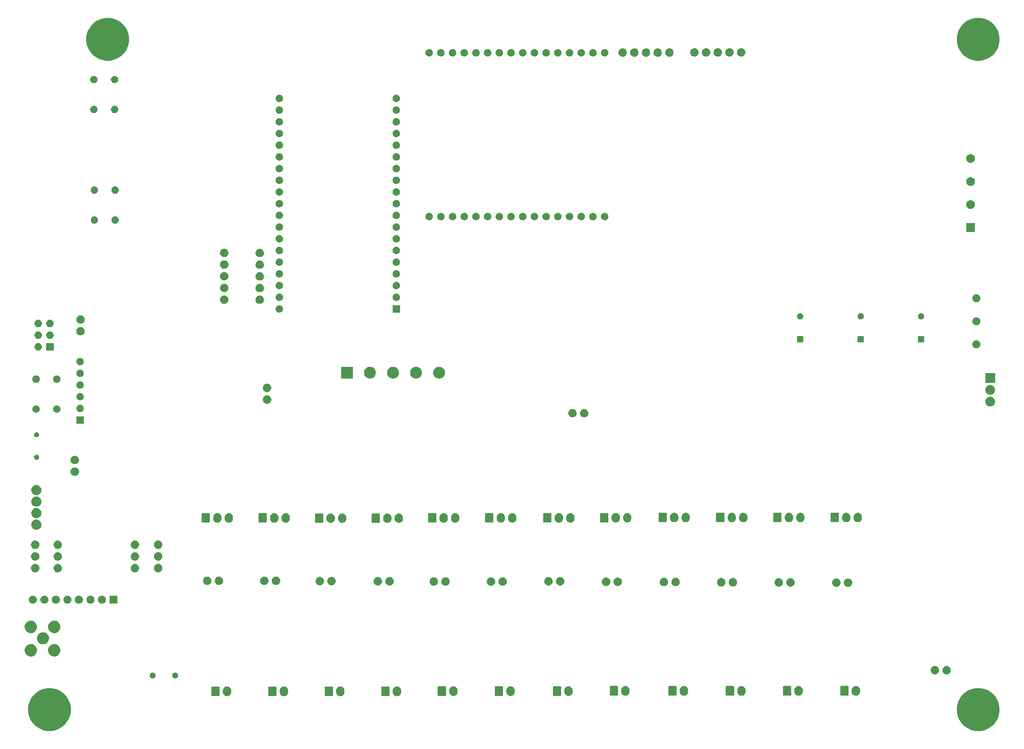
<source format=gbs>
G04 #@! TF.GenerationSoftware,KiCad,Pcbnew,(5.1.5)-3*
G04 #@! TF.CreationDate,2020-04-02T18:21:00+02:00*
G04 #@! TF.ProjectId,Pro6_Print,50726f36-5f50-4726-996e-742e6b696361,rev?*
G04 #@! TF.SameCoordinates,Original*
G04 #@! TF.FileFunction,Soldermask,Bot*
G04 #@! TF.FilePolarity,Negative*
%FSLAX46Y46*%
G04 Gerber Fmt 4.6, Leading zero omitted, Abs format (unit mm)*
G04 Created by KiCad (PCBNEW (5.1.5)-3) date 2020-04-02 18:21:00*
%MOMM*%
%LPD*%
G04 APERTURE LIST*
%ADD10C,0.100000*%
G04 APERTURE END LIST*
D10*
G36*
X47456646Y-171477735D02*
G01*
X47687541Y-171573375D01*
X48303075Y-171828337D01*
X48899153Y-172226624D01*
X49064839Y-172337332D01*
X49712668Y-172985161D01*
X49747949Y-173037963D01*
X50221663Y-173746925D01*
X50427040Y-174242751D01*
X50572265Y-174593354D01*
X50751000Y-175491915D01*
X50751000Y-176408085D01*
X50572265Y-177306646D01*
X50427040Y-177657249D01*
X50221663Y-178153075D01*
X49712667Y-178914840D01*
X49064840Y-179562667D01*
X48303075Y-180071663D01*
X47807248Y-180277041D01*
X47456646Y-180422265D01*
X46558085Y-180601000D01*
X45641915Y-180601000D01*
X44743354Y-180422265D01*
X44392752Y-180277041D01*
X43896925Y-180071663D01*
X43135160Y-179562667D01*
X42487333Y-178914840D01*
X41978337Y-178153075D01*
X41772960Y-177657249D01*
X41627735Y-177306646D01*
X41449000Y-176408085D01*
X41449000Y-175491915D01*
X41627735Y-174593354D01*
X41772960Y-174242751D01*
X41978337Y-173746925D01*
X42452051Y-173037963D01*
X42487332Y-172985161D01*
X43135161Y-172337332D01*
X43300847Y-172226624D01*
X43896925Y-171828337D01*
X44512459Y-171573375D01*
X44743354Y-171477735D01*
X45641915Y-171299000D01*
X46558085Y-171299000D01*
X47456646Y-171477735D01*
G37*
G36*
X249106646Y-171477735D02*
G01*
X249337541Y-171573375D01*
X249953075Y-171828337D01*
X250549153Y-172226624D01*
X250714839Y-172337332D01*
X251362668Y-172985161D01*
X251397949Y-173037963D01*
X251871663Y-173746925D01*
X252077040Y-174242751D01*
X252222265Y-174593354D01*
X252401000Y-175491915D01*
X252401000Y-176408085D01*
X252222265Y-177306646D01*
X252077041Y-177657248D01*
X251871663Y-178153075D01*
X251362667Y-178914840D01*
X250714840Y-179562667D01*
X249953075Y-180071663D01*
X249457248Y-180277041D01*
X249106646Y-180422265D01*
X248208085Y-180601000D01*
X247291915Y-180601000D01*
X246393354Y-180422265D01*
X246042752Y-180277041D01*
X245546925Y-180071663D01*
X244785160Y-179562667D01*
X244137333Y-178914840D01*
X243628337Y-178153075D01*
X243422960Y-177657249D01*
X243277735Y-177306646D01*
X243099000Y-176408085D01*
X243099000Y-175491915D01*
X243277735Y-174593354D01*
X243422960Y-174242751D01*
X243628337Y-173746925D01*
X244102051Y-173037963D01*
X244137332Y-172985161D01*
X244785161Y-172337332D01*
X244950847Y-172226624D01*
X245546925Y-171828337D01*
X246162459Y-171573375D01*
X246393354Y-171477735D01*
X247291915Y-171299000D01*
X248208085Y-171299000D01*
X249106646Y-171477735D01*
G37*
G36*
X121726626Y-170962037D02*
G01*
X121896465Y-171013557D01*
X121896467Y-171013558D01*
X122052989Y-171097221D01*
X122190186Y-171209814D01*
X122263378Y-171299000D01*
X122302778Y-171347009D01*
X122386443Y-171503534D01*
X122437963Y-171673373D01*
X122451000Y-171805742D01*
X122451000Y-172194257D01*
X122437963Y-172326626D01*
X122386443Y-172496466D01*
X122302778Y-172652991D01*
X122275688Y-172686000D01*
X122190186Y-172790186D01*
X122113916Y-172852778D01*
X122052991Y-172902778D01*
X122052989Y-172902779D01*
X121898865Y-172985161D01*
X121896466Y-172986443D01*
X121726627Y-173037963D01*
X121550000Y-173055359D01*
X121373374Y-173037963D01*
X121203535Y-172986443D01*
X121201137Y-172985161D01*
X121047012Y-172902779D01*
X121047010Y-172902778D01*
X120909815Y-172790185D01*
X120797222Y-172652991D01*
X120713557Y-172496466D01*
X120662037Y-172326627D01*
X120649000Y-172194258D01*
X120649000Y-171805743D01*
X120662037Y-171673374D01*
X120713557Y-171503535D01*
X120740284Y-171453532D01*
X120797221Y-171347011D01*
X120909814Y-171209814D01*
X121026565Y-171114000D01*
X121047009Y-171097222D01*
X121203534Y-171013557D01*
X121373373Y-170962037D01*
X121550000Y-170944641D01*
X121726626Y-170962037D01*
G37*
G36*
X84826626Y-170962037D02*
G01*
X84996465Y-171013557D01*
X84996467Y-171013558D01*
X85152989Y-171097221D01*
X85290186Y-171209814D01*
X85363378Y-171299000D01*
X85402778Y-171347009D01*
X85486443Y-171503534D01*
X85537963Y-171673373D01*
X85551000Y-171805742D01*
X85551000Y-172194257D01*
X85537963Y-172326626D01*
X85486443Y-172496466D01*
X85402778Y-172652991D01*
X85375688Y-172686000D01*
X85290186Y-172790186D01*
X85213916Y-172852778D01*
X85152991Y-172902778D01*
X85152989Y-172902779D01*
X84998865Y-172985161D01*
X84996466Y-172986443D01*
X84826627Y-173037963D01*
X84650000Y-173055359D01*
X84473374Y-173037963D01*
X84303535Y-172986443D01*
X84301137Y-172985161D01*
X84147012Y-172902779D01*
X84147010Y-172902778D01*
X84009815Y-172790185D01*
X83897222Y-172652991D01*
X83813557Y-172496466D01*
X83762037Y-172326627D01*
X83749000Y-172194258D01*
X83749000Y-171805743D01*
X83762037Y-171673374D01*
X83813557Y-171503535D01*
X83840284Y-171453532D01*
X83897221Y-171347011D01*
X84009814Y-171209814D01*
X84126565Y-171114000D01*
X84147009Y-171097222D01*
X84303534Y-171013557D01*
X84473373Y-170962037D01*
X84650000Y-170944641D01*
X84826626Y-170962037D01*
G37*
G36*
X97176626Y-170962037D02*
G01*
X97346465Y-171013557D01*
X97346467Y-171013558D01*
X97502989Y-171097221D01*
X97640186Y-171209814D01*
X97713378Y-171299000D01*
X97752778Y-171347009D01*
X97836443Y-171503534D01*
X97887963Y-171673373D01*
X97901000Y-171805742D01*
X97901000Y-172194257D01*
X97887963Y-172326626D01*
X97836443Y-172496466D01*
X97752778Y-172652991D01*
X97725688Y-172686000D01*
X97640186Y-172790186D01*
X97563916Y-172852778D01*
X97502991Y-172902778D01*
X97502989Y-172902779D01*
X97348865Y-172985161D01*
X97346466Y-172986443D01*
X97176627Y-173037963D01*
X97000000Y-173055359D01*
X96823374Y-173037963D01*
X96653535Y-172986443D01*
X96651137Y-172985161D01*
X96497012Y-172902779D01*
X96497010Y-172902778D01*
X96359815Y-172790185D01*
X96247222Y-172652991D01*
X96163557Y-172496466D01*
X96112037Y-172326627D01*
X96099000Y-172194258D01*
X96099000Y-171805743D01*
X96112037Y-171673374D01*
X96163557Y-171503535D01*
X96190284Y-171453532D01*
X96247221Y-171347011D01*
X96359814Y-171209814D01*
X96476565Y-171114000D01*
X96497009Y-171097222D01*
X96653534Y-171013557D01*
X96823373Y-170962037D01*
X97000000Y-170944641D01*
X97176626Y-170962037D01*
G37*
G36*
X109426626Y-170962037D02*
G01*
X109596465Y-171013557D01*
X109596467Y-171013558D01*
X109752989Y-171097221D01*
X109890186Y-171209814D01*
X109963378Y-171299000D01*
X110002778Y-171347009D01*
X110086443Y-171503534D01*
X110137963Y-171673373D01*
X110151000Y-171805742D01*
X110151000Y-172194257D01*
X110137963Y-172326626D01*
X110086443Y-172496466D01*
X110002778Y-172652991D01*
X109975688Y-172686000D01*
X109890186Y-172790186D01*
X109813916Y-172852778D01*
X109752991Y-172902778D01*
X109752989Y-172902779D01*
X109598865Y-172985161D01*
X109596466Y-172986443D01*
X109426627Y-173037963D01*
X109250000Y-173055359D01*
X109073374Y-173037963D01*
X108903535Y-172986443D01*
X108901137Y-172985161D01*
X108747012Y-172902779D01*
X108747010Y-172902778D01*
X108609815Y-172790185D01*
X108497222Y-172652991D01*
X108413557Y-172496466D01*
X108362037Y-172326627D01*
X108349000Y-172194258D01*
X108349000Y-171805743D01*
X108362037Y-171673374D01*
X108413557Y-171503535D01*
X108440284Y-171453532D01*
X108497221Y-171347011D01*
X108609814Y-171209814D01*
X108726565Y-171114000D01*
X108747009Y-171097222D01*
X108903534Y-171013557D01*
X109073373Y-170962037D01*
X109250000Y-170944641D01*
X109426626Y-170962037D01*
G37*
G36*
X95258600Y-170952989D02*
G01*
X95291652Y-170963015D01*
X95322103Y-170979292D01*
X95348799Y-171001201D01*
X95370708Y-171027897D01*
X95386985Y-171058348D01*
X95397011Y-171091400D01*
X95401000Y-171131903D01*
X95401000Y-172868097D01*
X95397011Y-172908600D01*
X95386985Y-172941652D01*
X95370708Y-172972103D01*
X95348799Y-172998799D01*
X95322103Y-173020708D01*
X95291652Y-173036985D01*
X95258600Y-173047011D01*
X95218097Y-173051000D01*
X93781903Y-173051000D01*
X93741400Y-173047011D01*
X93708348Y-173036985D01*
X93677897Y-173020708D01*
X93651201Y-172998799D01*
X93629292Y-172972103D01*
X93613015Y-172941652D01*
X93602989Y-172908600D01*
X93599000Y-172868097D01*
X93599000Y-171131903D01*
X93602989Y-171091400D01*
X93613015Y-171058348D01*
X93629292Y-171027897D01*
X93651201Y-171001201D01*
X93677897Y-170979292D01*
X93708348Y-170963015D01*
X93741400Y-170952989D01*
X93781903Y-170949000D01*
X95218097Y-170949000D01*
X95258600Y-170952989D01*
G37*
G36*
X119808600Y-170952989D02*
G01*
X119841652Y-170963015D01*
X119872103Y-170979292D01*
X119898799Y-171001201D01*
X119920708Y-171027897D01*
X119936985Y-171058348D01*
X119947011Y-171091400D01*
X119951000Y-171131903D01*
X119951000Y-172868097D01*
X119947011Y-172908600D01*
X119936985Y-172941652D01*
X119920708Y-172972103D01*
X119898799Y-172998799D01*
X119872103Y-173020708D01*
X119841652Y-173036985D01*
X119808600Y-173047011D01*
X119768097Y-173051000D01*
X118331903Y-173051000D01*
X118291400Y-173047011D01*
X118258348Y-173036985D01*
X118227897Y-173020708D01*
X118201201Y-172998799D01*
X118179292Y-172972103D01*
X118163015Y-172941652D01*
X118152989Y-172908600D01*
X118149000Y-172868097D01*
X118149000Y-171131903D01*
X118152989Y-171091400D01*
X118163015Y-171058348D01*
X118179292Y-171027897D01*
X118201201Y-171001201D01*
X118227897Y-170979292D01*
X118258348Y-170963015D01*
X118291400Y-170952989D01*
X118331903Y-170949000D01*
X119768097Y-170949000D01*
X119808600Y-170952989D01*
G37*
G36*
X107508600Y-170952989D02*
G01*
X107541652Y-170963015D01*
X107572103Y-170979292D01*
X107598799Y-171001201D01*
X107620708Y-171027897D01*
X107636985Y-171058348D01*
X107647011Y-171091400D01*
X107651000Y-171131903D01*
X107651000Y-172868097D01*
X107647011Y-172908600D01*
X107636985Y-172941652D01*
X107620708Y-172972103D01*
X107598799Y-172998799D01*
X107572103Y-173020708D01*
X107541652Y-173036985D01*
X107508600Y-173047011D01*
X107468097Y-173051000D01*
X106031903Y-173051000D01*
X105991400Y-173047011D01*
X105958348Y-173036985D01*
X105927897Y-173020708D01*
X105901201Y-172998799D01*
X105879292Y-172972103D01*
X105863015Y-172941652D01*
X105852989Y-172908600D01*
X105849000Y-172868097D01*
X105849000Y-171131903D01*
X105852989Y-171091400D01*
X105863015Y-171058348D01*
X105879292Y-171027897D01*
X105901201Y-171001201D01*
X105927897Y-170979292D01*
X105958348Y-170963015D01*
X105991400Y-170952989D01*
X106031903Y-170949000D01*
X107468097Y-170949000D01*
X107508600Y-170952989D01*
G37*
G36*
X82908600Y-170952989D02*
G01*
X82941652Y-170963015D01*
X82972103Y-170979292D01*
X82998799Y-171001201D01*
X83020708Y-171027897D01*
X83036985Y-171058348D01*
X83047011Y-171091400D01*
X83051000Y-171131903D01*
X83051000Y-172868097D01*
X83047011Y-172908600D01*
X83036985Y-172941652D01*
X83020708Y-172972103D01*
X82998799Y-172998799D01*
X82972103Y-173020708D01*
X82941652Y-173036985D01*
X82908600Y-173047011D01*
X82868097Y-173051000D01*
X81431903Y-173051000D01*
X81391400Y-173047011D01*
X81358348Y-173036985D01*
X81327897Y-173020708D01*
X81301201Y-172998799D01*
X81279292Y-172972103D01*
X81263015Y-172941652D01*
X81252989Y-172908600D01*
X81249000Y-172868097D01*
X81249000Y-171131903D01*
X81252989Y-171091400D01*
X81263015Y-171058348D01*
X81279292Y-171027897D01*
X81301201Y-171001201D01*
X81327897Y-170979292D01*
X81358348Y-170963015D01*
X81391400Y-170952989D01*
X81431903Y-170949000D01*
X82868097Y-170949000D01*
X82908600Y-170952989D01*
G37*
G36*
X133976626Y-170912037D02*
G01*
X134146465Y-170963557D01*
X134146467Y-170963558D01*
X134302989Y-171047221D01*
X134440186Y-171159814D01*
X134523448Y-171261271D01*
X134552778Y-171297009D01*
X134636443Y-171453534D01*
X134687963Y-171623373D01*
X134701000Y-171755742D01*
X134701000Y-172144257D01*
X134687963Y-172276626D01*
X134636443Y-172446466D01*
X134552778Y-172602991D01*
X134523448Y-172638729D01*
X134440186Y-172740186D01*
X134363916Y-172802778D01*
X134302991Y-172852778D01*
X134146466Y-172936443D01*
X133976627Y-172987963D01*
X133800000Y-173005359D01*
X133623374Y-172987963D01*
X133453535Y-172936443D01*
X133297010Y-172852778D01*
X133159815Y-172740185D01*
X133047222Y-172602991D01*
X132963557Y-172446466D01*
X132912037Y-172276627D01*
X132899000Y-172144258D01*
X132899000Y-171755743D01*
X132912037Y-171623374D01*
X132963557Y-171453535D01*
X132990284Y-171403532D01*
X133047221Y-171297011D01*
X133159814Y-171159814D01*
X133273185Y-171066774D01*
X133297009Y-171047222D01*
X133453534Y-170963557D01*
X133623373Y-170912037D01*
X133800000Y-170894641D01*
X133976626Y-170912037D01*
G37*
G36*
X146376626Y-170912037D02*
G01*
X146546465Y-170963557D01*
X146546467Y-170963558D01*
X146702989Y-171047221D01*
X146840186Y-171159814D01*
X146923448Y-171261271D01*
X146952778Y-171297009D01*
X147036443Y-171453534D01*
X147087963Y-171623373D01*
X147101000Y-171755742D01*
X147101000Y-172144257D01*
X147087963Y-172276626D01*
X147036443Y-172446466D01*
X146952778Y-172602991D01*
X146923448Y-172638729D01*
X146840186Y-172740186D01*
X146763916Y-172802778D01*
X146702991Y-172852778D01*
X146546466Y-172936443D01*
X146376627Y-172987963D01*
X146200000Y-173005359D01*
X146023374Y-172987963D01*
X145853535Y-172936443D01*
X145697010Y-172852778D01*
X145559815Y-172740185D01*
X145447222Y-172602991D01*
X145363557Y-172446466D01*
X145312037Y-172276627D01*
X145299000Y-172144258D01*
X145299000Y-171755743D01*
X145312037Y-171623374D01*
X145363557Y-171453535D01*
X145390284Y-171403532D01*
X145447221Y-171297011D01*
X145559814Y-171159814D01*
X145673185Y-171066774D01*
X145697009Y-171047222D01*
X145853534Y-170963557D01*
X146023373Y-170912037D01*
X146200000Y-170894641D01*
X146376626Y-170912037D01*
G37*
G36*
X158976626Y-170912037D02*
G01*
X159146465Y-170963557D01*
X159146467Y-170963558D01*
X159302989Y-171047221D01*
X159440186Y-171159814D01*
X159523448Y-171261271D01*
X159552778Y-171297009D01*
X159636443Y-171453534D01*
X159687963Y-171623373D01*
X159701000Y-171755742D01*
X159701000Y-172144257D01*
X159687963Y-172276626D01*
X159636443Y-172446466D01*
X159552778Y-172602991D01*
X159523448Y-172638729D01*
X159440186Y-172740186D01*
X159363916Y-172802778D01*
X159302991Y-172852778D01*
X159146466Y-172936443D01*
X158976627Y-172987963D01*
X158800000Y-173005359D01*
X158623374Y-172987963D01*
X158453535Y-172936443D01*
X158297010Y-172852778D01*
X158159815Y-172740185D01*
X158047222Y-172602991D01*
X157963557Y-172446466D01*
X157912037Y-172276627D01*
X157899000Y-172144258D01*
X157899000Y-171755743D01*
X157912037Y-171623374D01*
X157963557Y-171453535D01*
X157990284Y-171403532D01*
X158047221Y-171297011D01*
X158159814Y-171159814D01*
X158273185Y-171066774D01*
X158297009Y-171047222D01*
X158453534Y-170963557D01*
X158623373Y-170912037D01*
X158800000Y-170894641D01*
X158976626Y-170912037D01*
G37*
G36*
X157058600Y-170902989D02*
G01*
X157091652Y-170913015D01*
X157122103Y-170929292D01*
X157148799Y-170951201D01*
X157170708Y-170977897D01*
X157186985Y-171008348D01*
X157197011Y-171041400D01*
X157201000Y-171081903D01*
X157201000Y-172818097D01*
X157197011Y-172858600D01*
X157186985Y-172891652D01*
X157170708Y-172922103D01*
X157148799Y-172948799D01*
X157122103Y-172970708D01*
X157091652Y-172986985D01*
X157058600Y-172997011D01*
X157018097Y-173001000D01*
X155581903Y-173001000D01*
X155541400Y-172997011D01*
X155508348Y-172986985D01*
X155477897Y-172970708D01*
X155451201Y-172948799D01*
X155429292Y-172922103D01*
X155413015Y-172891652D01*
X155402989Y-172858600D01*
X155399000Y-172818097D01*
X155399000Y-171081903D01*
X155402989Y-171041400D01*
X155413015Y-171008348D01*
X155429292Y-170977897D01*
X155451201Y-170951201D01*
X155477897Y-170929292D01*
X155508348Y-170913015D01*
X155541400Y-170902989D01*
X155581903Y-170899000D01*
X157018097Y-170899000D01*
X157058600Y-170902989D01*
G37*
G36*
X132058600Y-170902989D02*
G01*
X132091652Y-170913015D01*
X132122103Y-170929292D01*
X132148799Y-170951201D01*
X132170708Y-170977897D01*
X132186985Y-171008348D01*
X132197011Y-171041400D01*
X132201000Y-171081903D01*
X132201000Y-172818097D01*
X132197011Y-172858600D01*
X132186985Y-172891652D01*
X132170708Y-172922103D01*
X132148799Y-172948799D01*
X132122103Y-172970708D01*
X132091652Y-172986985D01*
X132058600Y-172997011D01*
X132018097Y-173001000D01*
X130581903Y-173001000D01*
X130541400Y-172997011D01*
X130508348Y-172986985D01*
X130477897Y-172970708D01*
X130451201Y-172948799D01*
X130429292Y-172922103D01*
X130413015Y-172891652D01*
X130402989Y-172858600D01*
X130399000Y-172818097D01*
X130399000Y-171081903D01*
X130402989Y-171041400D01*
X130413015Y-171008348D01*
X130429292Y-170977897D01*
X130451201Y-170951201D01*
X130477897Y-170929292D01*
X130508348Y-170913015D01*
X130541400Y-170902989D01*
X130581903Y-170899000D01*
X132018097Y-170899000D01*
X132058600Y-170902989D01*
G37*
G36*
X144458600Y-170902989D02*
G01*
X144491652Y-170913015D01*
X144522103Y-170929292D01*
X144548799Y-170951201D01*
X144570708Y-170977897D01*
X144586985Y-171008348D01*
X144597011Y-171041400D01*
X144601000Y-171081903D01*
X144601000Y-172818097D01*
X144597011Y-172858600D01*
X144586985Y-172891652D01*
X144570708Y-172922103D01*
X144548799Y-172948799D01*
X144522103Y-172970708D01*
X144491652Y-172986985D01*
X144458600Y-172997011D01*
X144418097Y-173001000D01*
X142981903Y-173001000D01*
X142941400Y-172997011D01*
X142908348Y-172986985D01*
X142877897Y-172970708D01*
X142851201Y-172948799D01*
X142829292Y-172922103D01*
X142813015Y-172891652D01*
X142802989Y-172858600D01*
X142799000Y-172818097D01*
X142799000Y-171081903D01*
X142802989Y-171041400D01*
X142813015Y-171008348D01*
X142829292Y-170977897D01*
X142851201Y-170951201D01*
X142877897Y-170929292D01*
X142908348Y-170913015D01*
X142941400Y-170902989D01*
X142981903Y-170899000D01*
X144418097Y-170899000D01*
X144458600Y-170902989D01*
G37*
G36*
X221376626Y-170862037D02*
G01*
X221546465Y-170913557D01*
X221546467Y-170913558D01*
X221702989Y-170997221D01*
X221840186Y-171109814D01*
X221922253Y-171209814D01*
X221952778Y-171247009D01*
X222036443Y-171403534D01*
X222087963Y-171573373D01*
X222101000Y-171705742D01*
X222101000Y-172094257D01*
X222087963Y-172226626D01*
X222036443Y-172396466D01*
X221952778Y-172552991D01*
X221923448Y-172588729D01*
X221840186Y-172690186D01*
X221745250Y-172768097D01*
X221702991Y-172802778D01*
X221546466Y-172886443D01*
X221376627Y-172937963D01*
X221200000Y-172955359D01*
X221023374Y-172937963D01*
X220853535Y-172886443D01*
X220697010Y-172802778D01*
X220559815Y-172690185D01*
X220447222Y-172552991D01*
X220363557Y-172396466D01*
X220312037Y-172226627D01*
X220299000Y-172094258D01*
X220299000Y-171705743D01*
X220312037Y-171573374D01*
X220363557Y-171403535D01*
X220393771Y-171347009D01*
X220447221Y-171247011D01*
X220559814Y-171109814D01*
X220677105Y-171013557D01*
X220697009Y-170997222D01*
X220853534Y-170913557D01*
X221023373Y-170862037D01*
X221200000Y-170844641D01*
X221376626Y-170862037D01*
G37*
G36*
X171326626Y-170862037D02*
G01*
X171496465Y-170913557D01*
X171496467Y-170913558D01*
X171652989Y-170997221D01*
X171790186Y-171109814D01*
X171872253Y-171209814D01*
X171902778Y-171247009D01*
X171986443Y-171403534D01*
X172037963Y-171573373D01*
X172051000Y-171705742D01*
X172051000Y-172094257D01*
X172037963Y-172226626D01*
X171986443Y-172396466D01*
X171902778Y-172552991D01*
X171873448Y-172588729D01*
X171790186Y-172690186D01*
X171695250Y-172768097D01*
X171652991Y-172802778D01*
X171496466Y-172886443D01*
X171326627Y-172937963D01*
X171150000Y-172955359D01*
X170973374Y-172937963D01*
X170803535Y-172886443D01*
X170647010Y-172802778D01*
X170509815Y-172690185D01*
X170397222Y-172552991D01*
X170313557Y-172396466D01*
X170262037Y-172226627D01*
X170249000Y-172094258D01*
X170249000Y-171705743D01*
X170262037Y-171573374D01*
X170313557Y-171403535D01*
X170343771Y-171347009D01*
X170397221Y-171247011D01*
X170509814Y-171109814D01*
X170627105Y-171013557D01*
X170647009Y-170997222D01*
X170803534Y-170913557D01*
X170973373Y-170862037D01*
X171150000Y-170844641D01*
X171326626Y-170862037D01*
G37*
G36*
X184026626Y-170862037D02*
G01*
X184196465Y-170913557D01*
X184196467Y-170913558D01*
X184352989Y-170997221D01*
X184490186Y-171109814D01*
X184572253Y-171209814D01*
X184602778Y-171247009D01*
X184686443Y-171403534D01*
X184737963Y-171573373D01*
X184751000Y-171705742D01*
X184751000Y-172094257D01*
X184737963Y-172226626D01*
X184686443Y-172396466D01*
X184602778Y-172552991D01*
X184573448Y-172588729D01*
X184490186Y-172690186D01*
X184395250Y-172768097D01*
X184352991Y-172802778D01*
X184196466Y-172886443D01*
X184026627Y-172937963D01*
X183850000Y-172955359D01*
X183673374Y-172937963D01*
X183503535Y-172886443D01*
X183347010Y-172802778D01*
X183209815Y-172690185D01*
X183097222Y-172552991D01*
X183013557Y-172396466D01*
X182962037Y-172226627D01*
X182949000Y-172094258D01*
X182949000Y-171705743D01*
X182962037Y-171573374D01*
X183013557Y-171403535D01*
X183043771Y-171347009D01*
X183097221Y-171247011D01*
X183209814Y-171109814D01*
X183327105Y-171013557D01*
X183347009Y-170997222D01*
X183503534Y-170913557D01*
X183673373Y-170862037D01*
X183850000Y-170844641D01*
X184026626Y-170862037D01*
G37*
G36*
X196526626Y-170862037D02*
G01*
X196696465Y-170913557D01*
X196696467Y-170913558D01*
X196852989Y-170997221D01*
X196990186Y-171109814D01*
X197072253Y-171209814D01*
X197102778Y-171247009D01*
X197186443Y-171403534D01*
X197237963Y-171573373D01*
X197251000Y-171705742D01*
X197251000Y-172094257D01*
X197237963Y-172226626D01*
X197186443Y-172396466D01*
X197102778Y-172552991D01*
X197073448Y-172588729D01*
X196990186Y-172690186D01*
X196895250Y-172768097D01*
X196852991Y-172802778D01*
X196696466Y-172886443D01*
X196526627Y-172937963D01*
X196350000Y-172955359D01*
X196173374Y-172937963D01*
X196003535Y-172886443D01*
X195847010Y-172802778D01*
X195709815Y-172690185D01*
X195597222Y-172552991D01*
X195513557Y-172396466D01*
X195462037Y-172226627D01*
X195449000Y-172094258D01*
X195449000Y-171705743D01*
X195462037Y-171573374D01*
X195513557Y-171403535D01*
X195543771Y-171347009D01*
X195597221Y-171247011D01*
X195709814Y-171109814D01*
X195827105Y-171013557D01*
X195847009Y-170997222D01*
X196003534Y-170913557D01*
X196173373Y-170862037D01*
X196350000Y-170844641D01*
X196526626Y-170862037D01*
G37*
G36*
X208926626Y-170862037D02*
G01*
X209096465Y-170913557D01*
X209096467Y-170913558D01*
X209252989Y-170997221D01*
X209390186Y-171109814D01*
X209472253Y-171209814D01*
X209502778Y-171247009D01*
X209586443Y-171403534D01*
X209637963Y-171573373D01*
X209651000Y-171705742D01*
X209651000Y-172094257D01*
X209637963Y-172226626D01*
X209586443Y-172396466D01*
X209502778Y-172552991D01*
X209473448Y-172588729D01*
X209390186Y-172690186D01*
X209295250Y-172768097D01*
X209252991Y-172802778D01*
X209096466Y-172886443D01*
X208926627Y-172937963D01*
X208750000Y-172955359D01*
X208573374Y-172937963D01*
X208403535Y-172886443D01*
X208247010Y-172802778D01*
X208109815Y-172690185D01*
X207997222Y-172552991D01*
X207913557Y-172396466D01*
X207862037Y-172226627D01*
X207849000Y-172094258D01*
X207849000Y-171705743D01*
X207862037Y-171573374D01*
X207913557Y-171403535D01*
X207943771Y-171347009D01*
X207997221Y-171247011D01*
X208109814Y-171109814D01*
X208227105Y-171013557D01*
X208247009Y-170997222D01*
X208403534Y-170913557D01*
X208573373Y-170862037D01*
X208750000Y-170844641D01*
X208926626Y-170862037D01*
G37*
G36*
X194608600Y-170852989D02*
G01*
X194641652Y-170863015D01*
X194672103Y-170879292D01*
X194698799Y-170901201D01*
X194720708Y-170927897D01*
X194736985Y-170958348D01*
X194747011Y-170991400D01*
X194751000Y-171031903D01*
X194751000Y-172768097D01*
X194747011Y-172808600D01*
X194736985Y-172841652D01*
X194720708Y-172872103D01*
X194698799Y-172898799D01*
X194672103Y-172920708D01*
X194641652Y-172936985D01*
X194608600Y-172947011D01*
X194568097Y-172951000D01*
X193131903Y-172951000D01*
X193091400Y-172947011D01*
X193058348Y-172936985D01*
X193027897Y-172920708D01*
X193001201Y-172898799D01*
X192979292Y-172872103D01*
X192963015Y-172841652D01*
X192952989Y-172808600D01*
X192949000Y-172768097D01*
X192949000Y-171031903D01*
X192952989Y-170991400D01*
X192963015Y-170958348D01*
X192979292Y-170927897D01*
X193001201Y-170901201D01*
X193027897Y-170879292D01*
X193058348Y-170863015D01*
X193091400Y-170852989D01*
X193131903Y-170849000D01*
X194568097Y-170849000D01*
X194608600Y-170852989D01*
G37*
G36*
X169408600Y-170852989D02*
G01*
X169441652Y-170863015D01*
X169472103Y-170879292D01*
X169498799Y-170901201D01*
X169520708Y-170927897D01*
X169536985Y-170958348D01*
X169547011Y-170991400D01*
X169551000Y-171031903D01*
X169551000Y-172768097D01*
X169547011Y-172808600D01*
X169536985Y-172841652D01*
X169520708Y-172872103D01*
X169498799Y-172898799D01*
X169472103Y-172920708D01*
X169441652Y-172936985D01*
X169408600Y-172947011D01*
X169368097Y-172951000D01*
X167931903Y-172951000D01*
X167891400Y-172947011D01*
X167858348Y-172936985D01*
X167827897Y-172920708D01*
X167801201Y-172898799D01*
X167779292Y-172872103D01*
X167763015Y-172841652D01*
X167752989Y-172808600D01*
X167749000Y-172768097D01*
X167749000Y-171031903D01*
X167752989Y-170991400D01*
X167763015Y-170958348D01*
X167779292Y-170927897D01*
X167801201Y-170901201D01*
X167827897Y-170879292D01*
X167858348Y-170863015D01*
X167891400Y-170852989D01*
X167931903Y-170849000D01*
X169368097Y-170849000D01*
X169408600Y-170852989D01*
G37*
G36*
X182108600Y-170852989D02*
G01*
X182141652Y-170863015D01*
X182172103Y-170879292D01*
X182198799Y-170901201D01*
X182220708Y-170927897D01*
X182236985Y-170958348D01*
X182247011Y-170991400D01*
X182251000Y-171031903D01*
X182251000Y-172768097D01*
X182247011Y-172808600D01*
X182236985Y-172841652D01*
X182220708Y-172872103D01*
X182198799Y-172898799D01*
X182172103Y-172920708D01*
X182141652Y-172936985D01*
X182108600Y-172947011D01*
X182068097Y-172951000D01*
X180631903Y-172951000D01*
X180591400Y-172947011D01*
X180558348Y-172936985D01*
X180527897Y-172920708D01*
X180501201Y-172898799D01*
X180479292Y-172872103D01*
X180463015Y-172841652D01*
X180452989Y-172808600D01*
X180449000Y-172768097D01*
X180449000Y-171031903D01*
X180452989Y-170991400D01*
X180463015Y-170958348D01*
X180479292Y-170927897D01*
X180501201Y-170901201D01*
X180527897Y-170879292D01*
X180558348Y-170863015D01*
X180591400Y-170852989D01*
X180631903Y-170849000D01*
X182068097Y-170849000D01*
X182108600Y-170852989D01*
G37*
G36*
X219458600Y-170852989D02*
G01*
X219491652Y-170863015D01*
X219522103Y-170879292D01*
X219548799Y-170901201D01*
X219570708Y-170927897D01*
X219586985Y-170958348D01*
X219597011Y-170991400D01*
X219601000Y-171031903D01*
X219601000Y-172768097D01*
X219597011Y-172808600D01*
X219586985Y-172841652D01*
X219570708Y-172872103D01*
X219548799Y-172898799D01*
X219522103Y-172920708D01*
X219491652Y-172936985D01*
X219458600Y-172947011D01*
X219418097Y-172951000D01*
X217981903Y-172951000D01*
X217941400Y-172947011D01*
X217908348Y-172936985D01*
X217877897Y-172920708D01*
X217851201Y-172898799D01*
X217829292Y-172872103D01*
X217813015Y-172841652D01*
X217802989Y-172808600D01*
X217799000Y-172768097D01*
X217799000Y-171031903D01*
X217802989Y-170991400D01*
X217813015Y-170958348D01*
X217829292Y-170927897D01*
X217851201Y-170901201D01*
X217877897Y-170879292D01*
X217908348Y-170863015D01*
X217941400Y-170852989D01*
X217981903Y-170849000D01*
X219418097Y-170849000D01*
X219458600Y-170852989D01*
G37*
G36*
X207008600Y-170852989D02*
G01*
X207041652Y-170863015D01*
X207072103Y-170879292D01*
X207098799Y-170901201D01*
X207120708Y-170927897D01*
X207136985Y-170958348D01*
X207147011Y-170991400D01*
X207151000Y-171031903D01*
X207151000Y-172768097D01*
X207147011Y-172808600D01*
X207136985Y-172841652D01*
X207120708Y-172872103D01*
X207098799Y-172898799D01*
X207072103Y-172920708D01*
X207041652Y-172936985D01*
X207008600Y-172947011D01*
X206968097Y-172951000D01*
X205531903Y-172951000D01*
X205491400Y-172947011D01*
X205458348Y-172936985D01*
X205427897Y-172920708D01*
X205401201Y-172898799D01*
X205379292Y-172872103D01*
X205363015Y-172841652D01*
X205352989Y-172808600D01*
X205349000Y-172768097D01*
X205349000Y-171031903D01*
X205352989Y-170991400D01*
X205363015Y-170958348D01*
X205379292Y-170927897D01*
X205401201Y-170901201D01*
X205427897Y-170879292D01*
X205458348Y-170863015D01*
X205491400Y-170852989D01*
X205531903Y-170849000D01*
X206968097Y-170849000D01*
X207008600Y-170852989D01*
G37*
G36*
X68708723Y-167927863D02*
G01*
X68826470Y-167976636D01*
X68932439Y-168047442D01*
X69022558Y-168137561D01*
X69093364Y-168243530D01*
X69142137Y-168361277D01*
X69167000Y-168486276D01*
X69167000Y-168613724D01*
X69142137Y-168738723D01*
X69093364Y-168856470D01*
X69022558Y-168962439D01*
X68932439Y-169052558D01*
X68826470Y-169123364D01*
X68708723Y-169172137D01*
X68583724Y-169197000D01*
X68456276Y-169197000D01*
X68331277Y-169172137D01*
X68213530Y-169123364D01*
X68107561Y-169052558D01*
X68017442Y-168962439D01*
X67946636Y-168856470D01*
X67897863Y-168738723D01*
X67873000Y-168613724D01*
X67873000Y-168486276D01*
X67897863Y-168361277D01*
X67946636Y-168243530D01*
X68017442Y-168137561D01*
X68107561Y-168047442D01*
X68213530Y-167976636D01*
X68331277Y-167927863D01*
X68456276Y-167903000D01*
X68583724Y-167903000D01*
X68708723Y-167927863D01*
G37*
G36*
X73588723Y-167927863D02*
G01*
X73706470Y-167976636D01*
X73812439Y-168047442D01*
X73902558Y-168137561D01*
X73973364Y-168243530D01*
X74022137Y-168361277D01*
X74047000Y-168486276D01*
X74047000Y-168613724D01*
X74022137Y-168738723D01*
X73973364Y-168856470D01*
X73902558Y-168962439D01*
X73812439Y-169052558D01*
X73706470Y-169123364D01*
X73588723Y-169172137D01*
X73463724Y-169197000D01*
X73336276Y-169197000D01*
X73211277Y-169172137D01*
X73093530Y-169123364D01*
X72987561Y-169052558D01*
X72897442Y-168962439D01*
X72826636Y-168856470D01*
X72777863Y-168738723D01*
X72753000Y-168613724D01*
X72753000Y-168486276D01*
X72777863Y-168361277D01*
X72826636Y-168243530D01*
X72897442Y-168137561D01*
X72987561Y-168047442D01*
X73093530Y-167976636D01*
X73211277Y-167927863D01*
X73336276Y-167903000D01*
X73463724Y-167903000D01*
X73588723Y-167927863D01*
G37*
G36*
X238538215Y-166504053D02*
G01*
X238626458Y-166521605D01*
X238695319Y-166550128D01*
X238792703Y-166590466D01*
X238942322Y-166690438D01*
X239069562Y-166817678D01*
X239169534Y-166967297D01*
X239238395Y-167133543D01*
X239273500Y-167310027D01*
X239273500Y-167489973D01*
X239238395Y-167666457D01*
X239169534Y-167832703D01*
X239069562Y-167982322D01*
X238942322Y-168109562D01*
X238792703Y-168209534D01*
X238710629Y-168243530D01*
X238626458Y-168278395D01*
X238538215Y-168295948D01*
X238449973Y-168313500D01*
X238270027Y-168313500D01*
X238181785Y-168295948D01*
X238093542Y-168278395D01*
X238009371Y-168243530D01*
X237927297Y-168209534D01*
X237777678Y-168109562D01*
X237650438Y-167982322D01*
X237550466Y-167832703D01*
X237481605Y-167666457D01*
X237446500Y-167489973D01*
X237446500Y-167310027D01*
X237481605Y-167133543D01*
X237550466Y-166967297D01*
X237650438Y-166817678D01*
X237777678Y-166690438D01*
X237927297Y-166590466D01*
X238024681Y-166550128D01*
X238093542Y-166521605D01*
X238181785Y-166504053D01*
X238270027Y-166486500D01*
X238449973Y-166486500D01*
X238538215Y-166504053D01*
G37*
G36*
X241078215Y-166504053D02*
G01*
X241166458Y-166521605D01*
X241235319Y-166550128D01*
X241332703Y-166590466D01*
X241482322Y-166690438D01*
X241609562Y-166817678D01*
X241709534Y-166967297D01*
X241778395Y-167133543D01*
X241813500Y-167310027D01*
X241813500Y-167489973D01*
X241778395Y-167666457D01*
X241709534Y-167832703D01*
X241609562Y-167982322D01*
X241482322Y-168109562D01*
X241332703Y-168209534D01*
X241250629Y-168243530D01*
X241166458Y-168278395D01*
X241078215Y-168295948D01*
X240989973Y-168313500D01*
X240810027Y-168313500D01*
X240721785Y-168295948D01*
X240633542Y-168278395D01*
X240549371Y-168243530D01*
X240467297Y-168209534D01*
X240317678Y-168109562D01*
X240190438Y-167982322D01*
X240090466Y-167832703D01*
X240021605Y-167666457D01*
X239986500Y-167489973D01*
X239986500Y-167310027D01*
X240021605Y-167133543D01*
X240090466Y-166967297D01*
X240190438Y-166817678D01*
X240317678Y-166690438D01*
X240467297Y-166590466D01*
X240564681Y-166550128D01*
X240633542Y-166521605D01*
X240721785Y-166504053D01*
X240810027Y-166486500D01*
X240989973Y-166486500D01*
X241078215Y-166504053D01*
G37*
G36*
X47459074Y-161776000D02*
G01*
X47534072Y-161790918D01*
X47779939Y-161892759D01*
X48001212Y-162040610D01*
X48189390Y-162228788D01*
X48337241Y-162450061D01*
X48439082Y-162695928D01*
X48491000Y-162956938D01*
X48491000Y-163223062D01*
X48439082Y-163484072D01*
X48337241Y-163729939D01*
X48189390Y-163951212D01*
X48001212Y-164139390D01*
X47779939Y-164287241D01*
X47779938Y-164287242D01*
X47779937Y-164287242D01*
X47534072Y-164389082D01*
X47273063Y-164441000D01*
X47006937Y-164441000D01*
X46745928Y-164389082D01*
X46500063Y-164287242D01*
X46500062Y-164287242D01*
X46500061Y-164287241D01*
X46278788Y-164139390D01*
X46090610Y-163951212D01*
X45942759Y-163729939D01*
X45840918Y-163484072D01*
X45789000Y-163223062D01*
X45789000Y-162956938D01*
X45840918Y-162695928D01*
X45942759Y-162450061D01*
X46090610Y-162228788D01*
X46278788Y-162040610D01*
X46500061Y-161892759D01*
X46745928Y-161790918D01*
X46820926Y-161776000D01*
X47006937Y-161739000D01*
X47273063Y-161739000D01*
X47459074Y-161776000D01*
G37*
G36*
X42379074Y-161776000D02*
G01*
X42454072Y-161790918D01*
X42699939Y-161892759D01*
X42921212Y-162040610D01*
X43109390Y-162228788D01*
X43257241Y-162450061D01*
X43359082Y-162695928D01*
X43411000Y-162956938D01*
X43411000Y-163223062D01*
X43359082Y-163484072D01*
X43257241Y-163729939D01*
X43109390Y-163951212D01*
X42921212Y-164139390D01*
X42699939Y-164287241D01*
X42699938Y-164287242D01*
X42699937Y-164287242D01*
X42454072Y-164389082D01*
X42193063Y-164441000D01*
X41926937Y-164441000D01*
X41665928Y-164389082D01*
X41420063Y-164287242D01*
X41420062Y-164287242D01*
X41420061Y-164287241D01*
X41198788Y-164139390D01*
X41010610Y-163951212D01*
X40862759Y-163729939D01*
X40760918Y-163484072D01*
X40709000Y-163223062D01*
X40709000Y-162956938D01*
X40760918Y-162695928D01*
X40862759Y-162450061D01*
X41010610Y-162228788D01*
X41198788Y-162040610D01*
X41420061Y-161892759D01*
X41665928Y-161790918D01*
X41740926Y-161776000D01*
X41926937Y-161739000D01*
X42193063Y-161739000D01*
X42379074Y-161776000D01*
G37*
G36*
X45079487Y-159223996D02*
G01*
X45284902Y-159309082D01*
X45316255Y-159322069D01*
X45374519Y-159361000D01*
X45529339Y-159464447D01*
X45710553Y-159645661D01*
X45852932Y-159858747D01*
X45951004Y-160095513D01*
X46001000Y-160346861D01*
X46001000Y-160603139D01*
X45951004Y-160854487D01*
X45852932Y-161091253D01*
X45852931Y-161091255D01*
X45710553Y-161304339D01*
X45529339Y-161485553D01*
X45316255Y-161627931D01*
X45316254Y-161627932D01*
X45316253Y-161627932D01*
X45079487Y-161726004D01*
X44828139Y-161776000D01*
X44571861Y-161776000D01*
X44320513Y-161726004D01*
X44083747Y-161627932D01*
X44083746Y-161627932D01*
X44083745Y-161627931D01*
X43870661Y-161485553D01*
X43689447Y-161304339D01*
X43547069Y-161091255D01*
X43547068Y-161091253D01*
X43448996Y-160854487D01*
X43399000Y-160603139D01*
X43399000Y-160346861D01*
X43448996Y-160095513D01*
X43547068Y-159858747D01*
X43689447Y-159645661D01*
X43870661Y-159464447D01*
X44025481Y-159361000D01*
X44083745Y-159322069D01*
X44115098Y-159309082D01*
X44320513Y-159223996D01*
X44571861Y-159174000D01*
X44828139Y-159174000D01*
X45079487Y-159223996D01*
G37*
G36*
X42454072Y-156710918D02*
G01*
X42699939Y-156812759D01*
X42921212Y-156960610D01*
X43109390Y-157148788D01*
X43257241Y-157370061D01*
X43359082Y-157615928D01*
X43411000Y-157876938D01*
X43411000Y-158143062D01*
X43359082Y-158404072D01*
X43257241Y-158649939D01*
X43109390Y-158871212D01*
X42921212Y-159059390D01*
X42699939Y-159207241D01*
X42699938Y-159207242D01*
X42699937Y-159207242D01*
X42454072Y-159309082D01*
X42193063Y-159361000D01*
X41926937Y-159361000D01*
X41665928Y-159309082D01*
X41420063Y-159207242D01*
X41420062Y-159207242D01*
X41420061Y-159207241D01*
X41198788Y-159059390D01*
X41010610Y-158871212D01*
X40862759Y-158649939D01*
X40760918Y-158404072D01*
X40709000Y-158143062D01*
X40709000Y-157876938D01*
X40760918Y-157615928D01*
X40862759Y-157370061D01*
X41010610Y-157148788D01*
X41198788Y-156960610D01*
X41420061Y-156812759D01*
X41665928Y-156710918D01*
X41926937Y-156659000D01*
X42193063Y-156659000D01*
X42454072Y-156710918D01*
G37*
G36*
X47534072Y-156710918D02*
G01*
X47779939Y-156812759D01*
X48001212Y-156960610D01*
X48189390Y-157148788D01*
X48337241Y-157370061D01*
X48439082Y-157615928D01*
X48491000Y-157876938D01*
X48491000Y-158143062D01*
X48439082Y-158404072D01*
X48337241Y-158649939D01*
X48189390Y-158871212D01*
X48001212Y-159059390D01*
X47779939Y-159207241D01*
X47779938Y-159207242D01*
X47779937Y-159207242D01*
X47534072Y-159309082D01*
X47273063Y-159361000D01*
X47006937Y-159361000D01*
X46745928Y-159309082D01*
X46500063Y-159207242D01*
X46500062Y-159207242D01*
X46500061Y-159207241D01*
X46278788Y-159059390D01*
X46090610Y-158871212D01*
X45942759Y-158649939D01*
X45840918Y-158404072D01*
X45789000Y-158143062D01*
X45789000Y-157876938D01*
X45840918Y-157615928D01*
X45942759Y-157370061D01*
X46090610Y-157148788D01*
X46278788Y-156960610D01*
X46500061Y-156812759D01*
X46745928Y-156710918D01*
X47006937Y-156659000D01*
X47273063Y-156659000D01*
X47534072Y-156710918D01*
G37*
G36*
X45170899Y-151240832D02*
G01*
X45255520Y-151257664D01*
X45414942Y-151323699D01*
X45558418Y-151419566D01*
X45680434Y-151541582D01*
X45776301Y-151685058D01*
X45842336Y-151844480D01*
X45876000Y-152013721D01*
X45876000Y-152186279D01*
X45842336Y-152355520D01*
X45776301Y-152514942D01*
X45680434Y-152658418D01*
X45558418Y-152780434D01*
X45414942Y-152876301D01*
X45255520Y-152942336D01*
X45170899Y-152959168D01*
X45086280Y-152976000D01*
X44913720Y-152976000D01*
X44829101Y-152959168D01*
X44744480Y-152942336D01*
X44585058Y-152876301D01*
X44441582Y-152780434D01*
X44319566Y-152658418D01*
X44223699Y-152514942D01*
X44157664Y-152355520D01*
X44124000Y-152186279D01*
X44124000Y-152013721D01*
X44157664Y-151844480D01*
X44223699Y-151685058D01*
X44319566Y-151541582D01*
X44441582Y-151419566D01*
X44585058Y-151323699D01*
X44744480Y-151257664D01*
X44829101Y-151240832D01*
X44913720Y-151224000D01*
X45086280Y-151224000D01*
X45170899Y-151240832D01*
G37*
G36*
X60876000Y-152976000D02*
G01*
X59124000Y-152976000D01*
X59124000Y-151224000D01*
X60876000Y-151224000D01*
X60876000Y-152976000D01*
G37*
G36*
X57670899Y-151240832D02*
G01*
X57755520Y-151257664D01*
X57914942Y-151323699D01*
X58058418Y-151419566D01*
X58180434Y-151541582D01*
X58276301Y-151685058D01*
X58342336Y-151844480D01*
X58376000Y-152013721D01*
X58376000Y-152186279D01*
X58342336Y-152355520D01*
X58276301Y-152514942D01*
X58180434Y-152658418D01*
X58058418Y-152780434D01*
X57914942Y-152876301D01*
X57755520Y-152942336D01*
X57670899Y-152959168D01*
X57586280Y-152976000D01*
X57413720Y-152976000D01*
X57329101Y-152959168D01*
X57244480Y-152942336D01*
X57085058Y-152876301D01*
X56941582Y-152780434D01*
X56819566Y-152658418D01*
X56723699Y-152514942D01*
X56657664Y-152355520D01*
X56624000Y-152186279D01*
X56624000Y-152013721D01*
X56657664Y-151844480D01*
X56723699Y-151685058D01*
X56819566Y-151541582D01*
X56941582Y-151419566D01*
X57085058Y-151323699D01*
X57244480Y-151257664D01*
X57329101Y-151240832D01*
X57413720Y-151224000D01*
X57586280Y-151224000D01*
X57670899Y-151240832D01*
G37*
G36*
X55170899Y-151240832D02*
G01*
X55255520Y-151257664D01*
X55414942Y-151323699D01*
X55558418Y-151419566D01*
X55680434Y-151541582D01*
X55776301Y-151685058D01*
X55842336Y-151844480D01*
X55876000Y-152013721D01*
X55876000Y-152186279D01*
X55842336Y-152355520D01*
X55776301Y-152514942D01*
X55680434Y-152658418D01*
X55558418Y-152780434D01*
X55414942Y-152876301D01*
X55255520Y-152942336D01*
X55170899Y-152959168D01*
X55086280Y-152976000D01*
X54913720Y-152976000D01*
X54829101Y-152959168D01*
X54744480Y-152942336D01*
X54585058Y-152876301D01*
X54441582Y-152780434D01*
X54319566Y-152658418D01*
X54223699Y-152514942D01*
X54157664Y-152355520D01*
X54124000Y-152186279D01*
X54124000Y-152013721D01*
X54157664Y-151844480D01*
X54223699Y-151685058D01*
X54319566Y-151541582D01*
X54441582Y-151419566D01*
X54585058Y-151323699D01*
X54744480Y-151257664D01*
X54829101Y-151240832D01*
X54913720Y-151224000D01*
X55086280Y-151224000D01*
X55170899Y-151240832D01*
G37*
G36*
X50170899Y-151240832D02*
G01*
X50255520Y-151257664D01*
X50414942Y-151323699D01*
X50558418Y-151419566D01*
X50680434Y-151541582D01*
X50776301Y-151685058D01*
X50842336Y-151844480D01*
X50876000Y-152013721D01*
X50876000Y-152186279D01*
X50842336Y-152355520D01*
X50776301Y-152514942D01*
X50680434Y-152658418D01*
X50558418Y-152780434D01*
X50414942Y-152876301D01*
X50255520Y-152942336D01*
X50170899Y-152959168D01*
X50086280Y-152976000D01*
X49913720Y-152976000D01*
X49829101Y-152959168D01*
X49744480Y-152942336D01*
X49585058Y-152876301D01*
X49441582Y-152780434D01*
X49319566Y-152658418D01*
X49223699Y-152514942D01*
X49157664Y-152355520D01*
X49124000Y-152186279D01*
X49124000Y-152013721D01*
X49157664Y-151844480D01*
X49223699Y-151685058D01*
X49319566Y-151541582D01*
X49441582Y-151419566D01*
X49585058Y-151323699D01*
X49744480Y-151257664D01*
X49829101Y-151240832D01*
X49913720Y-151224000D01*
X50086280Y-151224000D01*
X50170899Y-151240832D01*
G37*
G36*
X42670899Y-151240832D02*
G01*
X42755520Y-151257664D01*
X42914942Y-151323699D01*
X43058418Y-151419566D01*
X43180434Y-151541582D01*
X43276301Y-151685058D01*
X43342336Y-151844480D01*
X43376000Y-152013721D01*
X43376000Y-152186279D01*
X43342336Y-152355520D01*
X43276301Y-152514942D01*
X43180434Y-152658418D01*
X43058418Y-152780434D01*
X42914942Y-152876301D01*
X42755520Y-152942336D01*
X42670899Y-152959168D01*
X42586280Y-152976000D01*
X42413720Y-152976000D01*
X42329101Y-152959168D01*
X42244480Y-152942336D01*
X42085058Y-152876301D01*
X41941582Y-152780434D01*
X41819566Y-152658418D01*
X41723699Y-152514942D01*
X41657664Y-152355520D01*
X41624000Y-152186279D01*
X41624000Y-152013721D01*
X41657664Y-151844480D01*
X41723699Y-151685058D01*
X41819566Y-151541582D01*
X41941582Y-151419566D01*
X42085058Y-151323699D01*
X42244480Y-151257664D01*
X42329101Y-151240832D01*
X42413720Y-151224000D01*
X42586280Y-151224000D01*
X42670899Y-151240832D01*
G37*
G36*
X47670899Y-151240832D02*
G01*
X47755520Y-151257664D01*
X47914942Y-151323699D01*
X48058418Y-151419566D01*
X48180434Y-151541582D01*
X48276301Y-151685058D01*
X48342336Y-151844480D01*
X48376000Y-152013721D01*
X48376000Y-152186279D01*
X48342336Y-152355520D01*
X48276301Y-152514942D01*
X48180434Y-152658418D01*
X48058418Y-152780434D01*
X47914942Y-152876301D01*
X47755520Y-152942336D01*
X47670899Y-152959168D01*
X47586280Y-152976000D01*
X47413720Y-152976000D01*
X47329101Y-152959168D01*
X47244480Y-152942336D01*
X47085058Y-152876301D01*
X46941582Y-152780434D01*
X46819566Y-152658418D01*
X46723699Y-152514942D01*
X46657664Y-152355520D01*
X46624000Y-152186279D01*
X46624000Y-152013721D01*
X46657664Y-151844480D01*
X46723699Y-151685058D01*
X46819566Y-151541582D01*
X46941582Y-151419566D01*
X47085058Y-151323699D01*
X47244480Y-151257664D01*
X47329101Y-151240832D01*
X47413720Y-151224000D01*
X47586280Y-151224000D01*
X47670899Y-151240832D01*
G37*
G36*
X52670899Y-151240832D02*
G01*
X52755520Y-151257664D01*
X52914942Y-151323699D01*
X53058418Y-151419566D01*
X53180434Y-151541582D01*
X53276301Y-151685058D01*
X53342336Y-151844480D01*
X53376000Y-152013721D01*
X53376000Y-152186279D01*
X53342336Y-152355520D01*
X53276301Y-152514942D01*
X53180434Y-152658418D01*
X53058418Y-152780434D01*
X52914942Y-152876301D01*
X52755520Y-152942336D01*
X52670899Y-152959168D01*
X52586280Y-152976000D01*
X52413720Y-152976000D01*
X52329101Y-152959168D01*
X52244480Y-152942336D01*
X52085058Y-152876301D01*
X51941582Y-152780434D01*
X51819566Y-152658418D01*
X51723699Y-152514942D01*
X51657664Y-152355520D01*
X51624000Y-152186279D01*
X51624000Y-152013721D01*
X51657664Y-151844480D01*
X51723699Y-151685058D01*
X51819566Y-151541582D01*
X51941582Y-151419566D01*
X52085058Y-151323699D01*
X52244480Y-151257664D01*
X52329101Y-151240832D01*
X52413720Y-151224000D01*
X52586280Y-151224000D01*
X52670899Y-151240832D01*
G37*
G36*
X217069911Y-147490466D02*
G01*
X217226458Y-147521605D01*
X217271924Y-147540438D01*
X217392703Y-147590466D01*
X217542322Y-147690438D01*
X217669562Y-147817678D01*
X217769534Y-147967297D01*
X217796973Y-148033542D01*
X217838395Y-148133542D01*
X217849620Y-148189973D01*
X217864834Y-148266458D01*
X217873500Y-148310028D01*
X217873500Y-148489972D01*
X217838395Y-148666458D01*
X217811113Y-148732322D01*
X217769534Y-148832703D01*
X217669562Y-148982322D01*
X217542322Y-149109562D01*
X217392703Y-149209534D01*
X217347168Y-149228395D01*
X217226458Y-149278395D01*
X217138215Y-149295948D01*
X217049973Y-149313500D01*
X216870027Y-149313500D01*
X216781785Y-149295948D01*
X216693542Y-149278395D01*
X216572832Y-149228395D01*
X216527297Y-149209534D01*
X216377678Y-149109562D01*
X216250438Y-148982322D01*
X216150466Y-148832703D01*
X216108887Y-148732322D01*
X216081605Y-148666458D01*
X216046500Y-148489972D01*
X216046500Y-148310028D01*
X216055167Y-148266458D01*
X216070380Y-148189973D01*
X216081605Y-148133542D01*
X216123027Y-148033542D01*
X216150466Y-147967297D01*
X216250438Y-147817678D01*
X216377678Y-147690438D01*
X216527297Y-147590466D01*
X216648076Y-147540438D01*
X216693542Y-147521605D01*
X216850089Y-147490466D01*
X216870027Y-147486500D01*
X217049973Y-147486500D01*
X217069911Y-147490466D01*
G37*
G36*
X219609911Y-147490466D02*
G01*
X219766458Y-147521605D01*
X219811924Y-147540438D01*
X219932703Y-147590466D01*
X220082322Y-147690438D01*
X220209562Y-147817678D01*
X220309534Y-147967297D01*
X220336973Y-148033542D01*
X220378395Y-148133542D01*
X220389620Y-148189973D01*
X220404834Y-148266458D01*
X220413500Y-148310028D01*
X220413500Y-148489972D01*
X220378395Y-148666458D01*
X220351113Y-148732322D01*
X220309534Y-148832703D01*
X220209562Y-148982322D01*
X220082322Y-149109562D01*
X219932703Y-149209534D01*
X219887168Y-149228395D01*
X219766458Y-149278395D01*
X219678215Y-149295948D01*
X219589973Y-149313500D01*
X219410027Y-149313500D01*
X219321785Y-149295948D01*
X219233542Y-149278395D01*
X219112832Y-149228395D01*
X219067297Y-149209534D01*
X218917678Y-149109562D01*
X218790438Y-148982322D01*
X218690466Y-148832703D01*
X218648887Y-148732322D01*
X218621605Y-148666458D01*
X218586500Y-148489972D01*
X218586500Y-148310028D01*
X218595167Y-148266458D01*
X218610380Y-148189973D01*
X218621605Y-148133542D01*
X218663027Y-148033542D01*
X218690466Y-147967297D01*
X218790438Y-147817678D01*
X218917678Y-147690438D01*
X219067297Y-147590466D01*
X219188076Y-147540438D01*
X219233542Y-147521605D01*
X219390089Y-147490466D01*
X219410027Y-147486500D01*
X219589973Y-147486500D01*
X219609911Y-147490466D01*
G37*
G36*
X204559911Y-147440466D02*
G01*
X204716458Y-147471605D01*
X204752417Y-147486500D01*
X204882703Y-147540466D01*
X205032322Y-147640438D01*
X205159562Y-147767678D01*
X205259534Y-147917297D01*
X205286973Y-147983542D01*
X205328395Y-148083542D01*
X205339620Y-148139973D01*
X205363500Y-148260027D01*
X205363500Y-148439973D01*
X205353554Y-148489973D01*
X205328395Y-148616458D01*
X205307684Y-148666458D01*
X205259534Y-148782703D01*
X205159562Y-148932322D01*
X205032322Y-149059562D01*
X204882703Y-149159534D01*
X204837168Y-149178395D01*
X204716458Y-149228395D01*
X204628215Y-149245947D01*
X204539973Y-149263500D01*
X204360027Y-149263500D01*
X204271785Y-149245947D01*
X204183542Y-149228395D01*
X204062832Y-149178395D01*
X204017297Y-149159534D01*
X203867678Y-149059562D01*
X203740438Y-148932322D01*
X203640466Y-148782703D01*
X203592316Y-148666458D01*
X203571605Y-148616458D01*
X203546446Y-148489973D01*
X203536500Y-148439973D01*
X203536500Y-148260027D01*
X203560380Y-148139973D01*
X203571605Y-148083542D01*
X203613027Y-147983542D01*
X203640466Y-147917297D01*
X203740438Y-147767678D01*
X203867678Y-147640438D01*
X204017297Y-147540466D01*
X204147583Y-147486500D01*
X204183542Y-147471605D01*
X204340089Y-147440466D01*
X204360027Y-147436500D01*
X204539973Y-147436500D01*
X204559911Y-147440466D01*
G37*
G36*
X207099911Y-147440466D02*
G01*
X207256458Y-147471605D01*
X207292417Y-147486500D01*
X207422703Y-147540466D01*
X207572322Y-147640438D01*
X207699562Y-147767678D01*
X207799534Y-147917297D01*
X207826973Y-147983542D01*
X207868395Y-148083542D01*
X207879620Y-148139973D01*
X207903500Y-148260027D01*
X207903500Y-148439973D01*
X207893554Y-148489973D01*
X207868395Y-148616458D01*
X207847684Y-148666458D01*
X207799534Y-148782703D01*
X207699562Y-148932322D01*
X207572322Y-149059562D01*
X207422703Y-149159534D01*
X207377168Y-149178395D01*
X207256458Y-149228395D01*
X207168215Y-149245947D01*
X207079973Y-149263500D01*
X206900027Y-149263500D01*
X206811785Y-149245947D01*
X206723542Y-149228395D01*
X206602832Y-149178395D01*
X206557297Y-149159534D01*
X206407678Y-149059562D01*
X206280438Y-148932322D01*
X206180466Y-148782703D01*
X206132316Y-148666458D01*
X206111605Y-148616458D01*
X206086446Y-148489973D01*
X206076500Y-148439973D01*
X206076500Y-148260027D01*
X206100380Y-148139973D01*
X206111605Y-148083542D01*
X206153027Y-147983542D01*
X206180466Y-147917297D01*
X206280438Y-147767678D01*
X206407678Y-147640438D01*
X206557297Y-147540466D01*
X206687583Y-147486500D01*
X206723542Y-147471605D01*
X206880089Y-147440466D01*
X206900027Y-147436500D01*
X207079973Y-147436500D01*
X207099911Y-147440466D01*
G37*
G36*
X194599911Y-147390466D02*
G01*
X194756458Y-147421605D01*
X194792417Y-147436500D01*
X194922703Y-147490466D01*
X195072322Y-147590438D01*
X195199562Y-147717678D01*
X195299534Y-147867297D01*
X195326973Y-147933542D01*
X195368395Y-148033542D01*
X195379620Y-148089973D01*
X195403500Y-148210027D01*
X195403500Y-148389973D01*
X195393554Y-148439973D01*
X195368395Y-148566458D01*
X195347684Y-148616458D01*
X195299534Y-148732703D01*
X195199562Y-148882322D01*
X195072322Y-149009562D01*
X194922703Y-149109534D01*
X194877168Y-149128395D01*
X194756458Y-149178395D01*
X194668215Y-149195947D01*
X194579973Y-149213500D01*
X194400027Y-149213500D01*
X194311785Y-149195947D01*
X194223542Y-149178395D01*
X194102832Y-149128395D01*
X194057297Y-149109534D01*
X193907678Y-149009562D01*
X193780438Y-148882322D01*
X193680466Y-148732703D01*
X193632316Y-148616458D01*
X193611605Y-148566458D01*
X193586446Y-148439973D01*
X193576500Y-148389973D01*
X193576500Y-148210027D01*
X193600380Y-148089973D01*
X193611605Y-148033542D01*
X193653027Y-147933542D01*
X193680466Y-147867297D01*
X193780438Y-147717678D01*
X193907678Y-147590438D01*
X194057297Y-147490466D01*
X194187583Y-147436500D01*
X194223542Y-147421605D01*
X194380089Y-147390466D01*
X194400027Y-147386500D01*
X194579973Y-147386500D01*
X194599911Y-147390466D01*
G37*
G36*
X192059911Y-147390466D02*
G01*
X192216458Y-147421605D01*
X192252417Y-147436500D01*
X192382703Y-147490466D01*
X192532322Y-147590438D01*
X192659562Y-147717678D01*
X192759534Y-147867297D01*
X192786973Y-147933542D01*
X192828395Y-148033542D01*
X192839620Y-148089973D01*
X192863500Y-148210027D01*
X192863500Y-148389973D01*
X192853554Y-148439973D01*
X192828395Y-148566458D01*
X192807684Y-148616458D01*
X192759534Y-148732703D01*
X192659562Y-148882322D01*
X192532322Y-149009562D01*
X192382703Y-149109534D01*
X192337168Y-149128395D01*
X192216458Y-149178395D01*
X192128215Y-149195947D01*
X192039973Y-149213500D01*
X191860027Y-149213500D01*
X191771785Y-149195947D01*
X191683542Y-149178395D01*
X191562832Y-149128395D01*
X191517297Y-149109534D01*
X191367678Y-149009562D01*
X191240438Y-148882322D01*
X191140466Y-148732703D01*
X191092316Y-148616458D01*
X191071605Y-148566458D01*
X191046446Y-148439973D01*
X191036500Y-148389973D01*
X191036500Y-148210027D01*
X191060380Y-148089973D01*
X191071605Y-148033542D01*
X191113027Y-147933542D01*
X191140466Y-147867297D01*
X191240438Y-147717678D01*
X191367678Y-147590438D01*
X191517297Y-147490466D01*
X191647583Y-147436500D01*
X191683542Y-147421605D01*
X191840089Y-147390466D01*
X191860027Y-147386500D01*
X192039973Y-147386500D01*
X192059911Y-147390466D01*
G37*
G36*
X182149911Y-147340466D02*
G01*
X182306458Y-147371605D01*
X182342417Y-147386500D01*
X182472703Y-147440466D01*
X182622322Y-147540438D01*
X182749562Y-147667678D01*
X182849534Y-147817297D01*
X182876973Y-147883542D01*
X182918395Y-147983542D01*
X182928341Y-148033543D01*
X182953500Y-148160027D01*
X182953500Y-148339973D01*
X182943554Y-148389973D01*
X182918395Y-148516458D01*
X182897684Y-148566458D01*
X182849534Y-148682703D01*
X182749562Y-148832322D01*
X182622322Y-148959562D01*
X182472703Y-149059534D01*
X182427168Y-149078395D01*
X182306458Y-149128395D01*
X182218215Y-149145948D01*
X182129973Y-149163500D01*
X181950027Y-149163500D01*
X181861785Y-149145948D01*
X181773542Y-149128395D01*
X181652832Y-149078395D01*
X181607297Y-149059534D01*
X181457678Y-148959562D01*
X181330438Y-148832322D01*
X181230466Y-148682703D01*
X181182316Y-148566458D01*
X181161605Y-148516458D01*
X181136446Y-148389973D01*
X181126500Y-148339973D01*
X181126500Y-148160027D01*
X181151659Y-148033543D01*
X181161605Y-147983542D01*
X181203027Y-147883542D01*
X181230466Y-147817297D01*
X181330438Y-147667678D01*
X181457678Y-147540438D01*
X181607297Y-147440466D01*
X181737583Y-147386500D01*
X181773542Y-147371605D01*
X181930089Y-147340466D01*
X181950027Y-147336500D01*
X182129973Y-147336500D01*
X182149911Y-147340466D01*
G37*
G36*
X179609911Y-147340466D02*
G01*
X179766458Y-147371605D01*
X179802417Y-147386500D01*
X179932703Y-147440466D01*
X180082322Y-147540438D01*
X180209562Y-147667678D01*
X180309534Y-147817297D01*
X180336973Y-147883542D01*
X180378395Y-147983542D01*
X180388341Y-148033543D01*
X180413500Y-148160027D01*
X180413500Y-148339973D01*
X180403554Y-148389973D01*
X180378395Y-148516458D01*
X180357684Y-148566458D01*
X180309534Y-148682703D01*
X180209562Y-148832322D01*
X180082322Y-148959562D01*
X179932703Y-149059534D01*
X179887168Y-149078395D01*
X179766458Y-149128395D01*
X179678215Y-149145948D01*
X179589973Y-149163500D01*
X179410027Y-149163500D01*
X179321785Y-149145948D01*
X179233542Y-149128395D01*
X179112832Y-149078395D01*
X179067297Y-149059534D01*
X178917678Y-148959562D01*
X178790438Y-148832322D01*
X178690466Y-148682703D01*
X178642316Y-148566458D01*
X178621605Y-148516458D01*
X178596446Y-148389973D01*
X178586500Y-148339973D01*
X178586500Y-148160027D01*
X178611659Y-148033543D01*
X178621605Y-147983542D01*
X178663027Y-147883542D01*
X178690466Y-147817297D01*
X178790438Y-147667678D01*
X178917678Y-147540438D01*
X179067297Y-147440466D01*
X179197583Y-147386500D01*
X179233542Y-147371605D01*
X179390089Y-147340466D01*
X179410027Y-147336500D01*
X179589973Y-147336500D01*
X179609911Y-147340466D01*
G37*
G36*
X169599911Y-147290466D02*
G01*
X169756458Y-147321605D01*
X169792417Y-147336500D01*
X169922703Y-147390466D01*
X170072322Y-147490438D01*
X170199562Y-147617678D01*
X170299534Y-147767297D01*
X170320402Y-147817678D01*
X170368395Y-147933542D01*
X170378341Y-147983543D01*
X170403500Y-148110027D01*
X170403500Y-148289973D01*
X170393554Y-148339973D01*
X170368395Y-148466458D01*
X170347684Y-148516458D01*
X170299534Y-148632703D01*
X170199562Y-148782322D01*
X170072322Y-148909562D01*
X169922703Y-149009534D01*
X169877168Y-149028395D01*
X169756458Y-149078395D01*
X169668215Y-149095948D01*
X169579973Y-149113500D01*
X169400027Y-149113500D01*
X169311785Y-149095948D01*
X169223542Y-149078395D01*
X169102832Y-149028395D01*
X169057297Y-149009534D01*
X168907678Y-148909562D01*
X168780438Y-148782322D01*
X168680466Y-148632703D01*
X168632316Y-148516458D01*
X168611605Y-148466458D01*
X168586446Y-148339973D01*
X168576500Y-148289973D01*
X168576500Y-148110027D01*
X168601659Y-147983543D01*
X168611605Y-147933542D01*
X168659598Y-147817678D01*
X168680466Y-147767297D01*
X168780438Y-147617678D01*
X168907678Y-147490438D01*
X169057297Y-147390466D01*
X169187583Y-147336500D01*
X169223542Y-147321605D01*
X169380089Y-147290466D01*
X169400027Y-147286500D01*
X169579973Y-147286500D01*
X169599911Y-147290466D01*
G37*
G36*
X167059911Y-147290466D02*
G01*
X167216458Y-147321605D01*
X167252417Y-147336500D01*
X167382703Y-147390466D01*
X167532322Y-147490438D01*
X167659562Y-147617678D01*
X167759534Y-147767297D01*
X167780402Y-147817678D01*
X167828395Y-147933542D01*
X167838341Y-147983543D01*
X167863500Y-148110027D01*
X167863500Y-148289973D01*
X167853554Y-148339973D01*
X167828395Y-148466458D01*
X167807684Y-148516458D01*
X167759534Y-148632703D01*
X167659562Y-148782322D01*
X167532322Y-148909562D01*
X167382703Y-149009534D01*
X167337168Y-149028395D01*
X167216458Y-149078395D01*
X167128215Y-149095948D01*
X167039973Y-149113500D01*
X166860027Y-149113500D01*
X166771785Y-149095948D01*
X166683542Y-149078395D01*
X166562832Y-149028395D01*
X166517297Y-149009534D01*
X166367678Y-148909562D01*
X166240438Y-148782322D01*
X166140466Y-148632703D01*
X166092316Y-148516458D01*
X166071605Y-148466458D01*
X166046446Y-148339973D01*
X166036500Y-148289973D01*
X166036500Y-148110027D01*
X166061659Y-147983543D01*
X166071605Y-147933542D01*
X166119598Y-147817678D01*
X166140466Y-147767297D01*
X166240438Y-147617678D01*
X166367678Y-147490438D01*
X166517297Y-147390466D01*
X166647583Y-147336500D01*
X166683542Y-147321605D01*
X166840089Y-147290466D01*
X166860027Y-147286500D01*
X167039973Y-147286500D01*
X167059911Y-147290466D01*
G37*
G36*
X132199911Y-147240466D02*
G01*
X132356458Y-147271605D01*
X132392417Y-147286500D01*
X132522703Y-147340466D01*
X132672322Y-147440438D01*
X132799562Y-147567678D01*
X132899534Y-147717297D01*
X132920402Y-147767678D01*
X132968395Y-147883542D01*
X132978341Y-147933543D01*
X133003500Y-148060027D01*
X133003500Y-148239973D01*
X132993554Y-148289973D01*
X132968395Y-148416458D01*
X132947684Y-148466458D01*
X132899534Y-148582703D01*
X132799562Y-148732322D01*
X132672322Y-148859562D01*
X132522703Y-148959534D01*
X132425319Y-148999872D01*
X132356458Y-149028395D01*
X132268215Y-149045947D01*
X132179973Y-149063500D01*
X132000027Y-149063500D01*
X131911785Y-149045947D01*
X131823542Y-149028395D01*
X131754681Y-148999872D01*
X131657297Y-148959534D01*
X131507678Y-148859562D01*
X131380438Y-148732322D01*
X131280466Y-148582703D01*
X131232316Y-148466458D01*
X131211605Y-148416458D01*
X131186446Y-148289973D01*
X131176500Y-148239973D01*
X131176500Y-148060027D01*
X131201659Y-147933543D01*
X131211605Y-147883542D01*
X131259598Y-147767678D01*
X131280466Y-147717297D01*
X131380438Y-147567678D01*
X131507678Y-147440438D01*
X131657297Y-147340466D01*
X131787583Y-147286500D01*
X131823542Y-147271605D01*
X131980089Y-147240466D01*
X132000027Y-147236500D01*
X132179973Y-147236500D01*
X132199911Y-147240466D01*
G37*
G36*
X144609911Y-147240466D02*
G01*
X144766458Y-147271605D01*
X144802417Y-147286500D01*
X144932703Y-147340466D01*
X145082322Y-147440438D01*
X145209562Y-147567678D01*
X145309534Y-147717297D01*
X145330402Y-147767678D01*
X145378395Y-147883542D01*
X145388341Y-147933543D01*
X145413500Y-148060027D01*
X145413500Y-148239973D01*
X145403554Y-148289973D01*
X145378395Y-148416458D01*
X145357684Y-148466458D01*
X145309534Y-148582703D01*
X145209562Y-148732322D01*
X145082322Y-148859562D01*
X144932703Y-148959534D01*
X144835319Y-148999872D01*
X144766458Y-149028395D01*
X144678215Y-149045947D01*
X144589973Y-149063500D01*
X144410027Y-149063500D01*
X144321785Y-149045947D01*
X144233542Y-149028395D01*
X144164681Y-148999872D01*
X144067297Y-148959534D01*
X143917678Y-148859562D01*
X143790438Y-148732322D01*
X143690466Y-148582703D01*
X143642316Y-148466458D01*
X143621605Y-148416458D01*
X143596446Y-148289973D01*
X143586500Y-148239973D01*
X143586500Y-148060027D01*
X143611659Y-147933543D01*
X143621605Y-147883542D01*
X143669598Y-147767678D01*
X143690466Y-147717297D01*
X143790438Y-147567678D01*
X143917678Y-147440438D01*
X144067297Y-147340466D01*
X144197583Y-147286500D01*
X144233542Y-147271605D01*
X144390089Y-147240466D01*
X144410027Y-147236500D01*
X144589973Y-147236500D01*
X144609911Y-147240466D01*
G37*
G36*
X129659911Y-147240466D02*
G01*
X129816458Y-147271605D01*
X129852417Y-147286500D01*
X129982703Y-147340466D01*
X130132322Y-147440438D01*
X130259562Y-147567678D01*
X130359534Y-147717297D01*
X130380402Y-147767678D01*
X130428395Y-147883542D01*
X130438341Y-147933543D01*
X130463500Y-148060027D01*
X130463500Y-148239973D01*
X130453554Y-148289973D01*
X130428395Y-148416458D01*
X130407684Y-148466458D01*
X130359534Y-148582703D01*
X130259562Y-148732322D01*
X130132322Y-148859562D01*
X129982703Y-148959534D01*
X129885319Y-148999872D01*
X129816458Y-149028395D01*
X129728215Y-149045947D01*
X129639973Y-149063500D01*
X129460027Y-149063500D01*
X129371785Y-149045947D01*
X129283542Y-149028395D01*
X129214681Y-148999872D01*
X129117297Y-148959534D01*
X128967678Y-148859562D01*
X128840438Y-148732322D01*
X128740466Y-148582703D01*
X128692316Y-148466458D01*
X128671605Y-148416458D01*
X128646446Y-148289973D01*
X128636500Y-148239973D01*
X128636500Y-148060027D01*
X128661659Y-147933543D01*
X128671605Y-147883542D01*
X128719598Y-147767678D01*
X128740466Y-147717297D01*
X128840438Y-147567678D01*
X128967678Y-147440438D01*
X129117297Y-147340466D01*
X129247583Y-147286500D01*
X129283542Y-147271605D01*
X129440089Y-147240466D01*
X129460027Y-147236500D01*
X129639973Y-147236500D01*
X129659911Y-147240466D01*
G37*
G36*
X142069911Y-147240466D02*
G01*
X142226458Y-147271605D01*
X142262417Y-147286500D01*
X142392703Y-147340466D01*
X142542322Y-147440438D01*
X142669562Y-147567678D01*
X142769534Y-147717297D01*
X142790402Y-147767678D01*
X142838395Y-147883542D01*
X142848341Y-147933543D01*
X142873500Y-148060027D01*
X142873500Y-148239973D01*
X142863554Y-148289973D01*
X142838395Y-148416458D01*
X142817684Y-148466458D01*
X142769534Y-148582703D01*
X142669562Y-148732322D01*
X142542322Y-148859562D01*
X142392703Y-148959534D01*
X142295319Y-148999872D01*
X142226458Y-149028395D01*
X142138215Y-149045947D01*
X142049973Y-149063500D01*
X141870027Y-149063500D01*
X141781785Y-149045947D01*
X141693542Y-149028395D01*
X141624681Y-148999872D01*
X141527297Y-148959534D01*
X141377678Y-148859562D01*
X141250438Y-148732322D01*
X141150466Y-148582703D01*
X141102316Y-148466458D01*
X141081605Y-148416458D01*
X141056446Y-148289973D01*
X141046500Y-148239973D01*
X141046500Y-148060027D01*
X141071659Y-147933543D01*
X141081605Y-147883542D01*
X141129598Y-147767678D01*
X141150466Y-147717297D01*
X141250438Y-147567678D01*
X141377678Y-147440438D01*
X141527297Y-147340466D01*
X141657583Y-147286500D01*
X141693542Y-147271605D01*
X141850089Y-147240466D01*
X141870027Y-147236500D01*
X142049973Y-147236500D01*
X142069911Y-147240466D01*
G37*
G36*
X120049911Y-147190466D02*
G01*
X120206458Y-147221605D01*
X120242417Y-147236500D01*
X120372703Y-147290466D01*
X120522322Y-147390438D01*
X120649562Y-147517678D01*
X120749534Y-147667297D01*
X120770402Y-147717678D01*
X120818395Y-147833542D01*
X120828341Y-147883543D01*
X120853500Y-148010027D01*
X120853500Y-148189973D01*
X120843554Y-148239973D01*
X120818395Y-148366458D01*
X120797684Y-148416458D01*
X120749534Y-148532703D01*
X120649562Y-148682322D01*
X120522322Y-148809562D01*
X120372703Y-148909534D01*
X120275319Y-148949872D01*
X120206458Y-148978395D01*
X120186715Y-148982322D01*
X120029973Y-149013500D01*
X119850027Y-149013500D01*
X119693285Y-148982322D01*
X119673542Y-148978395D01*
X119604681Y-148949872D01*
X119507297Y-148909534D01*
X119357678Y-148809562D01*
X119230438Y-148682322D01*
X119130466Y-148532703D01*
X119082316Y-148416458D01*
X119061605Y-148366458D01*
X119036446Y-148239973D01*
X119026500Y-148189973D01*
X119026500Y-148010027D01*
X119051659Y-147883543D01*
X119061605Y-147833542D01*
X119109598Y-147717678D01*
X119130466Y-147667297D01*
X119230438Y-147517678D01*
X119357678Y-147390438D01*
X119507297Y-147290466D01*
X119637583Y-147236500D01*
X119673542Y-147221605D01*
X119830089Y-147190466D01*
X119850027Y-147186500D01*
X120029973Y-147186500D01*
X120049911Y-147190466D01*
G37*
G36*
X117509911Y-147190466D02*
G01*
X117666458Y-147221605D01*
X117702417Y-147236500D01*
X117832703Y-147290466D01*
X117982322Y-147390438D01*
X118109562Y-147517678D01*
X118209534Y-147667297D01*
X118230402Y-147717678D01*
X118278395Y-147833542D01*
X118288341Y-147883543D01*
X118313500Y-148010027D01*
X118313500Y-148189973D01*
X118303554Y-148239973D01*
X118278395Y-148366458D01*
X118257684Y-148416458D01*
X118209534Y-148532703D01*
X118109562Y-148682322D01*
X117982322Y-148809562D01*
X117832703Y-148909534D01*
X117735319Y-148949872D01*
X117666458Y-148978395D01*
X117646715Y-148982322D01*
X117489973Y-149013500D01*
X117310027Y-149013500D01*
X117153285Y-148982322D01*
X117133542Y-148978395D01*
X117064681Y-148949872D01*
X116967297Y-148909534D01*
X116817678Y-148809562D01*
X116690438Y-148682322D01*
X116590466Y-148532703D01*
X116542316Y-148416458D01*
X116521605Y-148366458D01*
X116496446Y-148239973D01*
X116486500Y-148189973D01*
X116486500Y-148010027D01*
X116511659Y-147883543D01*
X116521605Y-147833542D01*
X116569598Y-147717678D01*
X116590466Y-147667297D01*
X116690438Y-147517678D01*
X116817678Y-147390438D01*
X116967297Y-147290466D01*
X117097583Y-147236500D01*
X117133542Y-147221605D01*
X117290089Y-147190466D01*
X117310027Y-147186500D01*
X117489973Y-147186500D01*
X117509911Y-147190466D01*
G37*
G36*
X157099911Y-147190466D02*
G01*
X157256458Y-147221605D01*
X157292417Y-147236500D01*
X157422703Y-147290466D01*
X157572322Y-147390438D01*
X157699562Y-147517678D01*
X157799534Y-147667297D01*
X157820402Y-147717678D01*
X157868395Y-147833542D01*
X157878341Y-147883543D01*
X157903500Y-148010027D01*
X157903500Y-148189973D01*
X157893554Y-148239973D01*
X157868395Y-148366458D01*
X157847684Y-148416458D01*
X157799534Y-148532703D01*
X157699562Y-148682322D01*
X157572322Y-148809562D01*
X157422703Y-148909534D01*
X157325319Y-148949872D01*
X157256458Y-148978395D01*
X157236715Y-148982322D01*
X157079973Y-149013500D01*
X156900027Y-149013500D01*
X156743285Y-148982322D01*
X156723542Y-148978395D01*
X156654681Y-148949872D01*
X156557297Y-148909534D01*
X156407678Y-148809562D01*
X156280438Y-148682322D01*
X156180466Y-148532703D01*
X156132316Y-148416458D01*
X156111605Y-148366458D01*
X156086446Y-148239973D01*
X156076500Y-148189973D01*
X156076500Y-148010027D01*
X156101659Y-147883543D01*
X156111605Y-147833542D01*
X156159598Y-147717678D01*
X156180466Y-147667297D01*
X156280438Y-147517678D01*
X156407678Y-147390438D01*
X156557297Y-147290466D01*
X156687583Y-147236500D01*
X156723542Y-147221605D01*
X156880089Y-147190466D01*
X156900027Y-147186500D01*
X157079973Y-147186500D01*
X157099911Y-147190466D01*
G37*
G36*
X154559911Y-147190466D02*
G01*
X154716458Y-147221605D01*
X154752417Y-147236500D01*
X154882703Y-147290466D01*
X155032322Y-147390438D01*
X155159562Y-147517678D01*
X155259534Y-147667297D01*
X155280402Y-147717678D01*
X155328395Y-147833542D01*
X155338341Y-147883543D01*
X155363500Y-148010027D01*
X155363500Y-148189973D01*
X155353554Y-148239973D01*
X155328395Y-148366458D01*
X155307684Y-148416458D01*
X155259534Y-148532703D01*
X155159562Y-148682322D01*
X155032322Y-148809562D01*
X154882703Y-148909534D01*
X154785319Y-148949872D01*
X154716458Y-148978395D01*
X154696715Y-148982322D01*
X154539973Y-149013500D01*
X154360027Y-149013500D01*
X154203285Y-148982322D01*
X154183542Y-148978395D01*
X154114681Y-148949872D01*
X154017297Y-148909534D01*
X153867678Y-148809562D01*
X153740438Y-148682322D01*
X153640466Y-148532703D01*
X153592316Y-148416458D01*
X153571605Y-148366458D01*
X153546446Y-148239973D01*
X153536500Y-148189973D01*
X153536500Y-148010027D01*
X153561659Y-147883543D01*
X153571605Y-147833542D01*
X153619598Y-147717678D01*
X153640466Y-147667297D01*
X153740438Y-147517678D01*
X153867678Y-147390438D01*
X154017297Y-147290466D01*
X154147583Y-147236500D01*
X154183542Y-147221605D01*
X154340089Y-147190466D01*
X154360027Y-147186500D01*
X154539973Y-147186500D01*
X154559911Y-147190466D01*
G37*
G36*
X107518215Y-147154053D02*
G01*
X107606458Y-147171605D01*
X107642417Y-147186500D01*
X107772703Y-147240466D01*
X107922322Y-147340438D01*
X108049562Y-147467678D01*
X108149534Y-147617297D01*
X108170402Y-147667678D01*
X108218395Y-147783542D01*
X108228341Y-147833543D01*
X108253500Y-147960027D01*
X108253500Y-148139973D01*
X108243554Y-148189973D01*
X108218395Y-148316458D01*
X108197684Y-148366458D01*
X108149534Y-148482703D01*
X108049562Y-148632322D01*
X107922322Y-148759562D01*
X107772703Y-148859534D01*
X107675319Y-148899872D01*
X107606458Y-148928395D01*
X107586715Y-148932322D01*
X107429973Y-148963500D01*
X107250027Y-148963500D01*
X107093285Y-148932322D01*
X107073542Y-148928395D01*
X107004681Y-148899872D01*
X106907297Y-148859534D01*
X106757678Y-148759562D01*
X106630438Y-148632322D01*
X106530466Y-148482703D01*
X106482316Y-148366458D01*
X106461605Y-148316458D01*
X106436446Y-148189973D01*
X106426500Y-148139973D01*
X106426500Y-147960027D01*
X106451659Y-147833543D01*
X106461605Y-147783542D01*
X106509598Y-147667678D01*
X106530466Y-147617297D01*
X106630438Y-147467678D01*
X106757678Y-147340438D01*
X106907297Y-147240466D01*
X107037583Y-147186500D01*
X107073542Y-147171605D01*
X107161785Y-147154053D01*
X107250027Y-147136500D01*
X107429973Y-147136500D01*
X107518215Y-147154053D01*
G37*
G36*
X104978215Y-147154053D02*
G01*
X105066458Y-147171605D01*
X105102417Y-147186500D01*
X105232703Y-147240466D01*
X105382322Y-147340438D01*
X105509562Y-147467678D01*
X105609534Y-147617297D01*
X105630402Y-147667678D01*
X105678395Y-147783542D01*
X105688341Y-147833543D01*
X105713500Y-147960027D01*
X105713500Y-148139973D01*
X105703554Y-148189973D01*
X105678395Y-148316458D01*
X105657684Y-148366458D01*
X105609534Y-148482703D01*
X105509562Y-148632322D01*
X105382322Y-148759562D01*
X105232703Y-148859534D01*
X105135319Y-148899872D01*
X105066458Y-148928395D01*
X105046715Y-148932322D01*
X104889973Y-148963500D01*
X104710027Y-148963500D01*
X104553285Y-148932322D01*
X104533542Y-148928395D01*
X104464681Y-148899872D01*
X104367297Y-148859534D01*
X104217678Y-148759562D01*
X104090438Y-148632322D01*
X103990466Y-148482703D01*
X103942316Y-148366458D01*
X103921605Y-148316458D01*
X103896446Y-148189973D01*
X103886500Y-148139973D01*
X103886500Y-147960027D01*
X103911659Y-147833543D01*
X103921605Y-147783542D01*
X103969598Y-147667678D01*
X103990466Y-147617297D01*
X104090438Y-147467678D01*
X104217678Y-147340438D01*
X104367297Y-147240466D01*
X104497583Y-147186500D01*
X104533542Y-147171605D01*
X104621785Y-147154053D01*
X104710027Y-147136500D01*
X104889973Y-147136500D01*
X104978215Y-147154053D01*
G37*
G36*
X83068215Y-147104052D02*
G01*
X83156458Y-147121605D01*
X83192417Y-147136500D01*
X83322703Y-147190466D01*
X83472322Y-147290438D01*
X83599562Y-147417678D01*
X83699534Y-147567297D01*
X83720402Y-147617678D01*
X83768395Y-147733542D01*
X83778341Y-147783543D01*
X83803500Y-147910027D01*
X83803500Y-148089973D01*
X83793554Y-148139973D01*
X83768395Y-148266458D01*
X83747684Y-148316458D01*
X83699534Y-148432703D01*
X83599562Y-148582322D01*
X83472322Y-148709562D01*
X83322703Y-148809534D01*
X83266765Y-148832704D01*
X83156458Y-148878395D01*
X83136715Y-148882322D01*
X82979973Y-148913500D01*
X82800027Y-148913500D01*
X82643285Y-148882322D01*
X82623542Y-148878395D01*
X82513235Y-148832704D01*
X82457297Y-148809534D01*
X82307678Y-148709562D01*
X82180438Y-148582322D01*
X82080466Y-148432703D01*
X82032316Y-148316458D01*
X82011605Y-148266458D01*
X81986446Y-148139973D01*
X81976500Y-148089973D01*
X81976500Y-147910027D01*
X82001659Y-147783543D01*
X82011605Y-147733542D01*
X82059598Y-147617678D01*
X82080466Y-147567297D01*
X82180438Y-147417678D01*
X82307678Y-147290438D01*
X82457297Y-147190466D01*
X82587583Y-147136500D01*
X82623542Y-147121605D01*
X82711785Y-147104052D01*
X82800027Y-147086500D01*
X82979973Y-147086500D01*
X83068215Y-147104052D01*
G37*
G36*
X80528215Y-147104052D02*
G01*
X80616458Y-147121605D01*
X80652417Y-147136500D01*
X80782703Y-147190466D01*
X80932322Y-147290438D01*
X81059562Y-147417678D01*
X81159534Y-147567297D01*
X81180402Y-147617678D01*
X81228395Y-147733542D01*
X81238341Y-147783543D01*
X81263500Y-147910027D01*
X81263500Y-148089973D01*
X81253554Y-148139973D01*
X81228395Y-148266458D01*
X81207684Y-148316458D01*
X81159534Y-148432703D01*
X81059562Y-148582322D01*
X80932322Y-148709562D01*
X80782703Y-148809534D01*
X80726765Y-148832704D01*
X80616458Y-148878395D01*
X80596715Y-148882322D01*
X80439973Y-148913500D01*
X80260027Y-148913500D01*
X80103285Y-148882322D01*
X80083542Y-148878395D01*
X79973235Y-148832704D01*
X79917297Y-148809534D01*
X79767678Y-148709562D01*
X79640438Y-148582322D01*
X79540466Y-148432703D01*
X79492316Y-148316458D01*
X79471605Y-148266458D01*
X79446446Y-148139973D01*
X79436500Y-148089973D01*
X79436500Y-147910027D01*
X79461659Y-147783543D01*
X79471605Y-147733542D01*
X79519598Y-147617678D01*
X79540466Y-147567297D01*
X79640438Y-147417678D01*
X79767678Y-147290438D01*
X79917297Y-147190466D01*
X80047583Y-147136500D01*
X80083542Y-147121605D01*
X80171785Y-147104052D01*
X80260027Y-147086500D01*
X80439973Y-147086500D01*
X80528215Y-147104052D01*
G37*
G36*
X95468215Y-147104052D02*
G01*
X95556458Y-147121605D01*
X95592417Y-147136500D01*
X95722703Y-147190466D01*
X95872322Y-147290438D01*
X95999562Y-147417678D01*
X96099534Y-147567297D01*
X96120402Y-147617678D01*
X96168395Y-147733542D01*
X96178341Y-147783543D01*
X96203500Y-147910027D01*
X96203500Y-148089973D01*
X96193554Y-148139973D01*
X96168395Y-148266458D01*
X96147684Y-148316458D01*
X96099534Y-148432703D01*
X95999562Y-148582322D01*
X95872322Y-148709562D01*
X95722703Y-148809534D01*
X95666765Y-148832704D01*
X95556458Y-148878395D01*
X95536715Y-148882322D01*
X95379973Y-148913500D01*
X95200027Y-148913500D01*
X95043285Y-148882322D01*
X95023542Y-148878395D01*
X94913235Y-148832704D01*
X94857297Y-148809534D01*
X94707678Y-148709562D01*
X94580438Y-148582322D01*
X94480466Y-148432703D01*
X94432316Y-148316458D01*
X94411605Y-148266458D01*
X94386446Y-148139973D01*
X94376500Y-148089973D01*
X94376500Y-147910027D01*
X94401659Y-147783543D01*
X94411605Y-147733542D01*
X94459598Y-147617678D01*
X94480466Y-147567297D01*
X94580438Y-147417678D01*
X94707678Y-147290438D01*
X94857297Y-147190466D01*
X94987583Y-147136500D01*
X95023542Y-147121605D01*
X95111785Y-147104052D01*
X95200027Y-147086500D01*
X95379973Y-147086500D01*
X95468215Y-147104052D01*
G37*
G36*
X92928215Y-147104052D02*
G01*
X93016458Y-147121605D01*
X93052417Y-147136500D01*
X93182703Y-147190466D01*
X93332322Y-147290438D01*
X93459562Y-147417678D01*
X93559534Y-147567297D01*
X93580402Y-147617678D01*
X93628395Y-147733542D01*
X93638341Y-147783543D01*
X93663500Y-147910027D01*
X93663500Y-148089973D01*
X93653554Y-148139973D01*
X93628395Y-148266458D01*
X93607684Y-148316458D01*
X93559534Y-148432703D01*
X93459562Y-148582322D01*
X93332322Y-148709562D01*
X93182703Y-148809534D01*
X93126765Y-148832704D01*
X93016458Y-148878395D01*
X92996715Y-148882322D01*
X92839973Y-148913500D01*
X92660027Y-148913500D01*
X92503285Y-148882322D01*
X92483542Y-148878395D01*
X92373235Y-148832704D01*
X92317297Y-148809534D01*
X92167678Y-148709562D01*
X92040438Y-148582322D01*
X91940466Y-148432703D01*
X91892316Y-148316458D01*
X91871605Y-148266458D01*
X91846446Y-148139973D01*
X91836500Y-148089973D01*
X91836500Y-147910027D01*
X91861659Y-147783543D01*
X91871605Y-147733542D01*
X91919598Y-147617678D01*
X91940466Y-147567297D01*
X92040438Y-147417678D01*
X92167678Y-147290438D01*
X92317297Y-147190466D01*
X92447583Y-147136500D01*
X92483542Y-147121605D01*
X92571785Y-147104052D01*
X92660027Y-147086500D01*
X92839973Y-147086500D01*
X92928215Y-147104052D01*
G37*
G36*
X43178215Y-144344052D02*
G01*
X43266458Y-144361605D01*
X43335319Y-144390128D01*
X43432703Y-144430466D01*
X43582322Y-144530438D01*
X43709562Y-144657678D01*
X43809534Y-144807297D01*
X43878395Y-144973543D01*
X43913500Y-145150027D01*
X43913500Y-145329973D01*
X43878395Y-145506457D01*
X43809534Y-145672703D01*
X43709562Y-145822322D01*
X43582322Y-145949562D01*
X43432703Y-146049534D01*
X43335319Y-146089872D01*
X43266458Y-146118395D01*
X43178215Y-146135948D01*
X43089973Y-146153500D01*
X42910027Y-146153500D01*
X42821785Y-146135948D01*
X42733542Y-146118395D01*
X42664681Y-146089872D01*
X42567297Y-146049534D01*
X42417678Y-145949562D01*
X42290438Y-145822322D01*
X42190466Y-145672703D01*
X42121605Y-145506457D01*
X42086500Y-145329973D01*
X42086500Y-145150027D01*
X42121605Y-144973543D01*
X42190466Y-144807297D01*
X42290438Y-144657678D01*
X42417678Y-144530438D01*
X42567297Y-144430466D01*
X42664681Y-144390128D01*
X42733542Y-144361605D01*
X42821785Y-144344052D01*
X42910027Y-144326500D01*
X43089973Y-144326500D01*
X43178215Y-144344052D01*
G37*
G36*
X69878215Y-144344052D02*
G01*
X69966458Y-144361605D01*
X70035319Y-144390128D01*
X70132703Y-144430466D01*
X70282322Y-144530438D01*
X70409562Y-144657678D01*
X70509534Y-144807297D01*
X70578395Y-144973543D01*
X70613500Y-145150027D01*
X70613500Y-145329973D01*
X70578395Y-145506457D01*
X70509534Y-145672703D01*
X70409562Y-145822322D01*
X70282322Y-145949562D01*
X70132703Y-146049534D01*
X70035319Y-146089872D01*
X69966458Y-146118395D01*
X69878215Y-146135948D01*
X69789973Y-146153500D01*
X69610027Y-146153500D01*
X69521785Y-146135948D01*
X69433542Y-146118395D01*
X69364681Y-146089872D01*
X69267297Y-146049534D01*
X69117678Y-145949562D01*
X68990438Y-145822322D01*
X68890466Y-145672703D01*
X68821605Y-145506457D01*
X68786500Y-145329973D01*
X68786500Y-145150027D01*
X68821605Y-144973543D01*
X68890466Y-144807297D01*
X68990438Y-144657678D01*
X69117678Y-144530438D01*
X69267297Y-144430466D01*
X69364681Y-144390128D01*
X69433542Y-144361605D01*
X69521785Y-144344052D01*
X69610027Y-144326500D01*
X69789973Y-144326500D01*
X69878215Y-144344052D01*
G37*
G36*
X48078215Y-144344052D02*
G01*
X48166458Y-144361605D01*
X48235319Y-144390128D01*
X48332703Y-144430466D01*
X48482322Y-144530438D01*
X48609562Y-144657678D01*
X48709534Y-144807297D01*
X48778395Y-144973543D01*
X48813500Y-145150027D01*
X48813500Y-145329973D01*
X48778395Y-145506457D01*
X48709534Y-145672703D01*
X48609562Y-145822322D01*
X48482322Y-145949562D01*
X48332703Y-146049534D01*
X48235319Y-146089872D01*
X48166458Y-146118395D01*
X48078215Y-146135948D01*
X47989973Y-146153500D01*
X47810027Y-146153500D01*
X47721785Y-146135948D01*
X47633542Y-146118395D01*
X47564681Y-146089872D01*
X47467297Y-146049534D01*
X47317678Y-145949562D01*
X47190438Y-145822322D01*
X47090466Y-145672703D01*
X47021605Y-145506457D01*
X46986500Y-145329973D01*
X46986500Y-145150027D01*
X47021605Y-144973543D01*
X47090466Y-144807297D01*
X47190438Y-144657678D01*
X47317678Y-144530438D01*
X47467297Y-144430466D01*
X47564681Y-144390128D01*
X47633542Y-144361605D01*
X47721785Y-144344052D01*
X47810027Y-144326500D01*
X47989973Y-144326500D01*
X48078215Y-144344052D01*
G37*
G36*
X64828215Y-144344052D02*
G01*
X64916458Y-144361605D01*
X64985319Y-144390128D01*
X65082703Y-144430466D01*
X65232322Y-144530438D01*
X65359562Y-144657678D01*
X65459534Y-144807297D01*
X65528395Y-144973543D01*
X65563500Y-145150027D01*
X65563500Y-145329973D01*
X65528395Y-145506457D01*
X65459534Y-145672703D01*
X65359562Y-145822322D01*
X65232322Y-145949562D01*
X65082703Y-146049534D01*
X64985319Y-146089872D01*
X64916458Y-146118395D01*
X64828215Y-146135948D01*
X64739973Y-146153500D01*
X64560027Y-146153500D01*
X64471785Y-146135948D01*
X64383542Y-146118395D01*
X64314681Y-146089872D01*
X64217297Y-146049534D01*
X64067678Y-145949562D01*
X63940438Y-145822322D01*
X63840466Y-145672703D01*
X63771605Y-145506457D01*
X63736500Y-145329973D01*
X63736500Y-145150027D01*
X63771605Y-144973543D01*
X63840466Y-144807297D01*
X63940438Y-144657678D01*
X64067678Y-144530438D01*
X64217297Y-144430466D01*
X64314681Y-144390128D01*
X64383542Y-144361605D01*
X64471785Y-144344052D01*
X64560027Y-144326500D01*
X64739973Y-144326500D01*
X64828215Y-144344052D01*
G37*
G36*
X48078215Y-141804052D02*
G01*
X48166458Y-141821605D01*
X48235319Y-141850128D01*
X48332703Y-141890466D01*
X48482322Y-141990438D01*
X48609562Y-142117678D01*
X48709534Y-142267297D01*
X48778395Y-142433543D01*
X48813500Y-142610027D01*
X48813500Y-142789973D01*
X48778395Y-142966457D01*
X48709534Y-143132703D01*
X48609562Y-143282322D01*
X48482322Y-143409562D01*
X48332703Y-143509534D01*
X48235319Y-143549872D01*
X48166458Y-143578395D01*
X48078215Y-143595948D01*
X47989973Y-143613500D01*
X47810027Y-143613500D01*
X47721785Y-143595948D01*
X47633542Y-143578395D01*
X47564681Y-143549872D01*
X47467297Y-143509534D01*
X47317678Y-143409562D01*
X47190438Y-143282322D01*
X47090466Y-143132703D01*
X47021605Y-142966457D01*
X46986500Y-142789973D01*
X46986500Y-142610027D01*
X47021605Y-142433543D01*
X47090466Y-142267297D01*
X47190438Y-142117678D01*
X47317678Y-141990438D01*
X47467297Y-141890466D01*
X47564681Y-141850128D01*
X47633542Y-141821605D01*
X47721785Y-141804052D01*
X47810027Y-141786500D01*
X47989973Y-141786500D01*
X48078215Y-141804052D01*
G37*
G36*
X64828215Y-141804052D02*
G01*
X64916458Y-141821605D01*
X64985319Y-141850128D01*
X65082703Y-141890466D01*
X65232322Y-141990438D01*
X65359562Y-142117678D01*
X65459534Y-142267297D01*
X65528395Y-142433543D01*
X65563500Y-142610027D01*
X65563500Y-142789973D01*
X65528395Y-142966457D01*
X65459534Y-143132703D01*
X65359562Y-143282322D01*
X65232322Y-143409562D01*
X65082703Y-143509534D01*
X64985319Y-143549872D01*
X64916458Y-143578395D01*
X64828215Y-143595948D01*
X64739973Y-143613500D01*
X64560027Y-143613500D01*
X64471785Y-143595948D01*
X64383542Y-143578395D01*
X64314681Y-143549872D01*
X64217297Y-143509534D01*
X64067678Y-143409562D01*
X63940438Y-143282322D01*
X63840466Y-143132703D01*
X63771605Y-142966457D01*
X63736500Y-142789973D01*
X63736500Y-142610027D01*
X63771605Y-142433543D01*
X63840466Y-142267297D01*
X63940438Y-142117678D01*
X64067678Y-141990438D01*
X64217297Y-141890466D01*
X64314681Y-141850128D01*
X64383542Y-141821605D01*
X64471785Y-141804052D01*
X64560027Y-141786500D01*
X64739973Y-141786500D01*
X64828215Y-141804052D01*
G37*
G36*
X69878215Y-141804052D02*
G01*
X69966458Y-141821605D01*
X70035319Y-141850128D01*
X70132703Y-141890466D01*
X70282322Y-141990438D01*
X70409562Y-142117678D01*
X70509534Y-142267297D01*
X70578395Y-142433543D01*
X70613500Y-142610027D01*
X70613500Y-142789973D01*
X70578395Y-142966457D01*
X70509534Y-143132703D01*
X70409562Y-143282322D01*
X70282322Y-143409562D01*
X70132703Y-143509534D01*
X70035319Y-143549872D01*
X69966458Y-143578395D01*
X69878215Y-143595948D01*
X69789973Y-143613500D01*
X69610027Y-143613500D01*
X69521785Y-143595948D01*
X69433542Y-143578395D01*
X69364681Y-143549872D01*
X69267297Y-143509534D01*
X69117678Y-143409562D01*
X68990438Y-143282322D01*
X68890466Y-143132703D01*
X68821605Y-142966457D01*
X68786500Y-142789973D01*
X68786500Y-142610027D01*
X68821605Y-142433543D01*
X68890466Y-142267297D01*
X68990438Y-142117678D01*
X69117678Y-141990438D01*
X69267297Y-141890466D01*
X69364681Y-141850128D01*
X69433542Y-141821605D01*
X69521785Y-141804052D01*
X69610027Y-141786500D01*
X69789973Y-141786500D01*
X69878215Y-141804052D01*
G37*
G36*
X43178215Y-141804052D02*
G01*
X43266458Y-141821605D01*
X43335319Y-141850128D01*
X43432703Y-141890466D01*
X43582322Y-141990438D01*
X43709562Y-142117678D01*
X43809534Y-142267297D01*
X43878395Y-142433543D01*
X43913500Y-142610027D01*
X43913500Y-142789973D01*
X43878395Y-142966457D01*
X43809534Y-143132703D01*
X43709562Y-143282322D01*
X43582322Y-143409562D01*
X43432703Y-143509534D01*
X43335319Y-143549872D01*
X43266458Y-143578395D01*
X43178215Y-143595948D01*
X43089973Y-143613500D01*
X42910027Y-143613500D01*
X42821785Y-143595948D01*
X42733542Y-143578395D01*
X42664681Y-143549872D01*
X42567297Y-143509534D01*
X42417678Y-143409562D01*
X42290438Y-143282322D01*
X42190466Y-143132703D01*
X42121605Y-142966457D01*
X42086500Y-142789973D01*
X42086500Y-142610027D01*
X42121605Y-142433543D01*
X42190466Y-142267297D01*
X42290438Y-142117678D01*
X42417678Y-141990438D01*
X42567297Y-141890466D01*
X42664681Y-141850128D01*
X42733542Y-141821605D01*
X42821785Y-141804052D01*
X42910027Y-141786500D01*
X43089973Y-141786500D01*
X43178215Y-141804052D01*
G37*
G36*
X43178215Y-139264052D02*
G01*
X43266458Y-139281605D01*
X43335319Y-139310128D01*
X43432703Y-139350466D01*
X43582322Y-139450438D01*
X43709562Y-139577678D01*
X43809534Y-139727297D01*
X43878395Y-139893543D01*
X43913500Y-140070027D01*
X43913500Y-140249973D01*
X43878395Y-140426457D01*
X43809534Y-140592703D01*
X43709562Y-140742322D01*
X43582322Y-140869562D01*
X43432703Y-140969534D01*
X43335319Y-141009872D01*
X43266458Y-141038395D01*
X43178215Y-141055948D01*
X43089973Y-141073500D01*
X42910027Y-141073500D01*
X42821785Y-141055948D01*
X42733542Y-141038395D01*
X42664681Y-141009872D01*
X42567297Y-140969534D01*
X42417678Y-140869562D01*
X42290438Y-140742322D01*
X42190466Y-140592703D01*
X42121605Y-140426457D01*
X42086500Y-140249973D01*
X42086500Y-140070027D01*
X42121605Y-139893543D01*
X42190466Y-139727297D01*
X42290438Y-139577678D01*
X42417678Y-139450438D01*
X42567297Y-139350466D01*
X42664681Y-139310128D01*
X42733542Y-139281605D01*
X42821785Y-139264052D01*
X42910027Y-139246500D01*
X43089973Y-139246500D01*
X43178215Y-139264052D01*
G37*
G36*
X48078215Y-139264052D02*
G01*
X48166458Y-139281605D01*
X48235319Y-139310128D01*
X48332703Y-139350466D01*
X48482322Y-139450438D01*
X48609562Y-139577678D01*
X48709534Y-139727297D01*
X48778395Y-139893543D01*
X48813500Y-140070027D01*
X48813500Y-140249973D01*
X48778395Y-140426457D01*
X48709534Y-140592703D01*
X48609562Y-140742322D01*
X48482322Y-140869562D01*
X48332703Y-140969534D01*
X48235319Y-141009872D01*
X48166458Y-141038395D01*
X48078215Y-141055948D01*
X47989973Y-141073500D01*
X47810027Y-141073500D01*
X47721785Y-141055948D01*
X47633542Y-141038395D01*
X47564681Y-141009872D01*
X47467297Y-140969534D01*
X47317678Y-140869562D01*
X47190438Y-140742322D01*
X47090466Y-140592703D01*
X47021605Y-140426457D01*
X46986500Y-140249973D01*
X46986500Y-140070027D01*
X47021605Y-139893543D01*
X47090466Y-139727297D01*
X47190438Y-139577678D01*
X47317678Y-139450438D01*
X47467297Y-139350466D01*
X47564681Y-139310128D01*
X47633542Y-139281605D01*
X47721785Y-139264052D01*
X47810027Y-139246500D01*
X47989973Y-139246500D01*
X48078215Y-139264052D01*
G37*
G36*
X69878215Y-139264052D02*
G01*
X69966458Y-139281605D01*
X70035319Y-139310128D01*
X70132703Y-139350466D01*
X70282322Y-139450438D01*
X70409562Y-139577678D01*
X70509534Y-139727297D01*
X70578395Y-139893543D01*
X70613500Y-140070027D01*
X70613500Y-140249973D01*
X70578395Y-140426457D01*
X70509534Y-140592703D01*
X70409562Y-140742322D01*
X70282322Y-140869562D01*
X70132703Y-140969534D01*
X70035319Y-141009872D01*
X69966458Y-141038395D01*
X69878215Y-141055948D01*
X69789973Y-141073500D01*
X69610027Y-141073500D01*
X69521785Y-141055948D01*
X69433542Y-141038395D01*
X69364681Y-141009872D01*
X69267297Y-140969534D01*
X69117678Y-140869562D01*
X68990438Y-140742322D01*
X68890466Y-140592703D01*
X68821605Y-140426457D01*
X68786500Y-140249973D01*
X68786500Y-140070027D01*
X68821605Y-139893543D01*
X68890466Y-139727297D01*
X68990438Y-139577678D01*
X69117678Y-139450438D01*
X69267297Y-139350466D01*
X69364681Y-139310128D01*
X69433542Y-139281605D01*
X69521785Y-139264052D01*
X69610027Y-139246500D01*
X69789973Y-139246500D01*
X69878215Y-139264052D01*
G37*
G36*
X64828215Y-139264052D02*
G01*
X64916458Y-139281605D01*
X64985319Y-139310128D01*
X65082703Y-139350466D01*
X65232322Y-139450438D01*
X65359562Y-139577678D01*
X65459534Y-139727297D01*
X65528395Y-139893543D01*
X65563500Y-140070027D01*
X65563500Y-140249973D01*
X65528395Y-140426457D01*
X65459534Y-140592703D01*
X65359562Y-140742322D01*
X65232322Y-140869562D01*
X65082703Y-140969534D01*
X64985319Y-141009872D01*
X64916458Y-141038395D01*
X64828215Y-141055948D01*
X64739973Y-141073500D01*
X64560027Y-141073500D01*
X64471785Y-141055948D01*
X64383542Y-141038395D01*
X64314681Y-141009872D01*
X64217297Y-140969534D01*
X64067678Y-140869562D01*
X63940438Y-140742322D01*
X63840466Y-140592703D01*
X63771605Y-140426457D01*
X63736500Y-140249973D01*
X63736500Y-140070027D01*
X63771605Y-139893543D01*
X63840466Y-139727297D01*
X63940438Y-139577678D01*
X64067678Y-139450438D01*
X64217297Y-139350466D01*
X64314681Y-139310128D01*
X64383542Y-139281605D01*
X64471785Y-139264052D01*
X64560027Y-139246500D01*
X64739973Y-139246500D01*
X64828215Y-139264052D01*
G37*
G36*
X43464794Y-134720155D02*
G01*
X43571150Y-134741311D01*
X43643955Y-134771468D01*
X43771520Y-134824307D01*
X43951844Y-134944795D01*
X44105205Y-135098156D01*
X44225693Y-135278480D01*
X44254117Y-135347103D01*
X44284689Y-135420908D01*
X44308689Y-135478851D01*
X44351000Y-135691560D01*
X44351000Y-135908440D01*
X44308689Y-136121149D01*
X44225693Y-136321520D01*
X44105205Y-136501844D01*
X43951844Y-136655205D01*
X43771520Y-136775693D01*
X43571150Y-136858689D01*
X43464795Y-136879844D01*
X43358440Y-136901000D01*
X43141560Y-136901000D01*
X43035205Y-136879844D01*
X42928850Y-136858689D01*
X42728480Y-136775693D01*
X42548156Y-136655205D01*
X42394795Y-136501844D01*
X42274307Y-136321520D01*
X42191311Y-136121149D01*
X42149000Y-135908440D01*
X42149000Y-135691560D01*
X42191311Y-135478851D01*
X42215312Y-135420908D01*
X42245883Y-135347103D01*
X42274307Y-135278480D01*
X42394795Y-135098156D01*
X42548156Y-134944795D01*
X42728480Y-134824307D01*
X42856045Y-134771468D01*
X42928850Y-134741311D01*
X43035206Y-134720155D01*
X43141560Y-134699000D01*
X43358440Y-134699000D01*
X43464794Y-134720155D01*
G37*
G36*
X119626626Y-133387037D02*
G01*
X119796465Y-133438557D01*
X119796467Y-133438558D01*
X119952989Y-133522221D01*
X120090186Y-133634814D01*
X120173448Y-133736271D01*
X120202778Y-133772009D01*
X120286443Y-133928534D01*
X120337963Y-134098373D01*
X120351000Y-134230742D01*
X120351000Y-134569257D01*
X120337963Y-134701626D01*
X120286443Y-134871466D01*
X120202778Y-135027991D01*
X120175688Y-135061000D01*
X120090186Y-135165186D01*
X120013916Y-135227778D01*
X119952991Y-135277778D01*
X119796466Y-135361443D01*
X119626627Y-135412963D01*
X119450000Y-135430359D01*
X119273374Y-135412963D01*
X119103535Y-135361443D01*
X118947010Y-135277778D01*
X118809815Y-135165185D01*
X118697222Y-135027991D01*
X118613557Y-134871466D01*
X118562037Y-134701627D01*
X118549000Y-134569258D01*
X118549000Y-134230743D01*
X118562037Y-134098374D01*
X118613557Y-133928535D01*
X118640284Y-133878532D01*
X118697221Y-133772011D01*
X118809814Y-133634814D01*
X118926565Y-133539000D01*
X118947009Y-133522222D01*
X119103534Y-133438557D01*
X119273373Y-133387037D01*
X119450000Y-133369641D01*
X119626626Y-133387037D01*
G37*
G36*
X107326626Y-133387037D02*
G01*
X107496465Y-133438557D01*
X107496467Y-133438558D01*
X107652989Y-133522221D01*
X107790186Y-133634814D01*
X107873448Y-133736271D01*
X107902778Y-133772009D01*
X107986443Y-133928534D01*
X108037963Y-134098373D01*
X108051000Y-134230742D01*
X108051000Y-134569257D01*
X108037963Y-134701626D01*
X107986443Y-134871466D01*
X107902778Y-135027991D01*
X107875688Y-135061000D01*
X107790186Y-135165186D01*
X107713916Y-135227778D01*
X107652991Y-135277778D01*
X107496466Y-135361443D01*
X107326627Y-135412963D01*
X107150000Y-135430359D01*
X106973374Y-135412963D01*
X106803535Y-135361443D01*
X106647010Y-135277778D01*
X106509815Y-135165185D01*
X106397222Y-135027991D01*
X106313557Y-134871466D01*
X106262037Y-134701627D01*
X106249000Y-134569258D01*
X106249000Y-134230743D01*
X106262037Y-134098374D01*
X106313557Y-133928535D01*
X106340284Y-133878532D01*
X106397221Y-133772011D01*
X106509814Y-133634814D01*
X106626565Y-133539000D01*
X106647009Y-133522222D01*
X106803534Y-133438557D01*
X106973373Y-133387037D01*
X107150000Y-133369641D01*
X107326626Y-133387037D01*
G37*
G36*
X122126626Y-133387037D02*
G01*
X122296465Y-133438557D01*
X122296467Y-133438558D01*
X122452989Y-133522221D01*
X122590186Y-133634814D01*
X122673448Y-133736271D01*
X122702778Y-133772009D01*
X122786443Y-133928534D01*
X122837963Y-134098373D01*
X122851000Y-134230742D01*
X122851000Y-134569257D01*
X122837963Y-134701626D01*
X122786443Y-134871466D01*
X122702778Y-135027991D01*
X122675688Y-135061000D01*
X122590186Y-135165186D01*
X122513916Y-135227778D01*
X122452991Y-135277778D01*
X122296466Y-135361443D01*
X122126627Y-135412963D01*
X121950000Y-135430359D01*
X121773374Y-135412963D01*
X121603535Y-135361443D01*
X121447010Y-135277778D01*
X121309815Y-135165185D01*
X121197222Y-135027991D01*
X121113557Y-134871466D01*
X121062037Y-134701627D01*
X121049000Y-134569258D01*
X121049000Y-134230743D01*
X121062037Y-134098374D01*
X121113557Y-133928535D01*
X121140284Y-133878532D01*
X121197221Y-133772011D01*
X121309814Y-133634814D01*
X121426565Y-133539000D01*
X121447009Y-133522222D01*
X121603534Y-133438557D01*
X121773373Y-133387037D01*
X121950000Y-133369641D01*
X122126626Y-133387037D01*
G37*
G36*
X109826626Y-133387037D02*
G01*
X109996465Y-133438557D01*
X109996467Y-133438558D01*
X110152989Y-133522221D01*
X110290186Y-133634814D01*
X110373448Y-133736271D01*
X110402778Y-133772009D01*
X110486443Y-133928534D01*
X110537963Y-134098373D01*
X110551000Y-134230742D01*
X110551000Y-134569257D01*
X110537963Y-134701626D01*
X110486443Y-134871466D01*
X110402778Y-135027991D01*
X110375688Y-135061000D01*
X110290186Y-135165186D01*
X110213916Y-135227778D01*
X110152991Y-135277778D01*
X109996466Y-135361443D01*
X109826627Y-135412963D01*
X109650000Y-135430359D01*
X109473374Y-135412963D01*
X109303535Y-135361443D01*
X109147010Y-135277778D01*
X109009815Y-135165185D01*
X108897222Y-135027991D01*
X108813557Y-134871466D01*
X108762037Y-134701627D01*
X108749000Y-134569258D01*
X108749000Y-134230743D01*
X108762037Y-134098374D01*
X108813557Y-133928535D01*
X108840284Y-133878532D01*
X108897221Y-133772011D01*
X109009814Y-133634814D01*
X109126565Y-133539000D01*
X109147009Y-133522222D01*
X109303534Y-133438557D01*
X109473373Y-133387037D01*
X109650000Y-133369641D01*
X109826626Y-133387037D01*
G37*
G36*
X117708600Y-133377989D02*
G01*
X117741652Y-133388015D01*
X117772103Y-133404292D01*
X117798799Y-133426201D01*
X117820708Y-133452897D01*
X117836985Y-133483348D01*
X117847011Y-133516400D01*
X117851000Y-133556903D01*
X117851000Y-135243097D01*
X117847011Y-135283600D01*
X117836985Y-135316652D01*
X117820708Y-135347103D01*
X117798799Y-135373799D01*
X117772103Y-135395708D01*
X117741652Y-135411985D01*
X117708600Y-135422011D01*
X117668097Y-135426000D01*
X116231903Y-135426000D01*
X116191400Y-135422011D01*
X116158348Y-135411985D01*
X116127897Y-135395708D01*
X116101201Y-135373799D01*
X116079292Y-135347103D01*
X116063015Y-135316652D01*
X116052989Y-135283600D01*
X116049000Y-135243097D01*
X116049000Y-133556903D01*
X116052989Y-133516400D01*
X116063015Y-133483348D01*
X116079292Y-133452897D01*
X116101201Y-133426201D01*
X116127897Y-133404292D01*
X116158348Y-133388015D01*
X116191400Y-133377989D01*
X116231903Y-133374000D01*
X117668097Y-133374000D01*
X117708600Y-133377989D01*
G37*
G36*
X105408600Y-133377989D02*
G01*
X105441652Y-133388015D01*
X105472103Y-133404292D01*
X105498799Y-133426201D01*
X105520708Y-133452897D01*
X105536985Y-133483348D01*
X105547011Y-133516400D01*
X105551000Y-133556903D01*
X105551000Y-135243097D01*
X105547011Y-135283600D01*
X105536985Y-135316652D01*
X105520708Y-135347103D01*
X105498799Y-135373799D01*
X105472103Y-135395708D01*
X105441652Y-135411985D01*
X105408600Y-135422011D01*
X105368097Y-135426000D01*
X103931903Y-135426000D01*
X103891400Y-135422011D01*
X103858348Y-135411985D01*
X103827897Y-135395708D01*
X103801201Y-135373799D01*
X103779292Y-135347103D01*
X103763015Y-135316652D01*
X103752989Y-135283600D01*
X103749000Y-135243097D01*
X103749000Y-133556903D01*
X103752989Y-133516400D01*
X103763015Y-133483348D01*
X103779292Y-133452897D01*
X103801201Y-133426201D01*
X103827897Y-133404292D01*
X103858348Y-133388015D01*
X103891400Y-133377989D01*
X103931903Y-133374000D01*
X105368097Y-133374000D01*
X105408600Y-133377989D01*
G37*
G36*
X97576626Y-133337037D02*
G01*
X97746465Y-133388557D01*
X97746467Y-133388558D01*
X97902989Y-133472221D01*
X98040186Y-133584814D01*
X98123448Y-133686271D01*
X98152778Y-133722009D01*
X98236443Y-133878534D01*
X98287963Y-134048373D01*
X98301000Y-134180742D01*
X98301000Y-134519257D01*
X98287963Y-134651626D01*
X98236443Y-134821466D01*
X98152778Y-134977991D01*
X98125688Y-135011000D01*
X98040186Y-135115186D01*
X97963916Y-135177778D01*
X97902991Y-135227778D01*
X97746466Y-135311443D01*
X97576627Y-135362963D01*
X97400000Y-135380359D01*
X97223374Y-135362963D01*
X97053535Y-135311443D01*
X96897010Y-135227778D01*
X96759815Y-135115185D01*
X96647222Y-134977991D01*
X96590283Y-134871466D01*
X96563558Y-134821468D01*
X96563557Y-134821466D01*
X96512037Y-134651627D01*
X96499000Y-134519258D01*
X96499000Y-134180743D01*
X96501516Y-134155202D01*
X96512037Y-134048376D01*
X96512037Y-134048374D01*
X96563557Y-133878535D01*
X96594033Y-133821519D01*
X96647221Y-133722011D01*
X96759814Y-133584814D01*
X96876565Y-133489000D01*
X96897009Y-133472222D01*
X97053534Y-133388557D01*
X97223373Y-133337037D01*
X97400000Y-133319641D01*
X97576626Y-133337037D01*
G37*
G36*
X95076626Y-133337037D02*
G01*
X95246465Y-133388557D01*
X95246467Y-133388558D01*
X95402989Y-133472221D01*
X95540186Y-133584814D01*
X95623448Y-133686271D01*
X95652778Y-133722009D01*
X95736443Y-133878534D01*
X95787963Y-134048373D01*
X95801000Y-134180742D01*
X95801000Y-134519257D01*
X95787963Y-134651626D01*
X95736443Y-134821466D01*
X95652778Y-134977991D01*
X95625688Y-135011000D01*
X95540186Y-135115186D01*
X95463916Y-135177778D01*
X95402991Y-135227778D01*
X95246466Y-135311443D01*
X95076627Y-135362963D01*
X94900000Y-135380359D01*
X94723374Y-135362963D01*
X94553535Y-135311443D01*
X94397010Y-135227778D01*
X94259815Y-135115185D01*
X94147222Y-134977991D01*
X94090283Y-134871466D01*
X94063558Y-134821468D01*
X94063557Y-134821466D01*
X94012037Y-134651627D01*
X93999000Y-134519258D01*
X93999000Y-134180743D01*
X94001516Y-134155202D01*
X94012037Y-134048376D01*
X94012037Y-134048374D01*
X94063557Y-133878535D01*
X94094033Y-133821519D01*
X94147221Y-133722011D01*
X94259814Y-133584814D01*
X94376565Y-133489000D01*
X94397009Y-133472222D01*
X94553534Y-133388557D01*
X94723373Y-133337037D01*
X94900000Y-133319641D01*
X95076626Y-133337037D01*
G37*
G36*
X131876626Y-133337037D02*
G01*
X132046465Y-133388557D01*
X132046467Y-133388558D01*
X132202989Y-133472221D01*
X132340186Y-133584814D01*
X132423448Y-133686271D01*
X132452778Y-133722009D01*
X132536443Y-133878534D01*
X132587963Y-134048373D01*
X132601000Y-134180742D01*
X132601000Y-134519257D01*
X132587963Y-134651626D01*
X132536443Y-134821466D01*
X132452778Y-134977991D01*
X132425688Y-135011000D01*
X132340186Y-135115186D01*
X132263916Y-135177778D01*
X132202991Y-135227778D01*
X132046466Y-135311443D01*
X131876627Y-135362963D01*
X131700000Y-135380359D01*
X131523374Y-135362963D01*
X131353535Y-135311443D01*
X131197010Y-135227778D01*
X131059815Y-135115185D01*
X130947222Y-134977991D01*
X130890283Y-134871466D01*
X130863558Y-134821468D01*
X130863557Y-134821466D01*
X130812037Y-134651627D01*
X130799000Y-134519258D01*
X130799000Y-134180743D01*
X130801516Y-134155202D01*
X130812037Y-134048376D01*
X130812037Y-134048374D01*
X130863557Y-133878535D01*
X130894033Y-133821519D01*
X130947221Y-133722011D01*
X131059814Y-133584814D01*
X131176565Y-133489000D01*
X131197009Y-133472222D01*
X131353534Y-133388557D01*
X131523373Y-133337037D01*
X131700000Y-133319641D01*
X131876626Y-133337037D01*
G37*
G36*
X134376626Y-133337037D02*
G01*
X134546465Y-133388557D01*
X134546467Y-133388558D01*
X134702989Y-133472221D01*
X134840186Y-133584814D01*
X134923448Y-133686271D01*
X134952778Y-133722009D01*
X135036443Y-133878534D01*
X135087963Y-134048373D01*
X135101000Y-134180742D01*
X135101000Y-134519257D01*
X135087963Y-134651626D01*
X135036443Y-134821466D01*
X134952778Y-134977991D01*
X134925688Y-135011000D01*
X134840186Y-135115186D01*
X134763916Y-135177778D01*
X134702991Y-135227778D01*
X134546466Y-135311443D01*
X134376627Y-135362963D01*
X134200000Y-135380359D01*
X134023374Y-135362963D01*
X133853535Y-135311443D01*
X133697010Y-135227778D01*
X133559815Y-135115185D01*
X133447222Y-134977991D01*
X133390283Y-134871466D01*
X133363558Y-134821468D01*
X133363557Y-134821466D01*
X133312037Y-134651627D01*
X133299000Y-134519258D01*
X133299000Y-134180743D01*
X133301516Y-134155202D01*
X133312037Y-134048376D01*
X133312037Y-134048374D01*
X133363557Y-133878535D01*
X133394033Y-133821519D01*
X133447221Y-133722011D01*
X133559814Y-133584814D01*
X133676565Y-133489000D01*
X133697009Y-133472222D01*
X133853534Y-133388557D01*
X134023373Y-133337037D01*
X134200000Y-133319641D01*
X134376626Y-133337037D01*
G37*
G36*
X144276626Y-133337037D02*
G01*
X144446465Y-133388557D01*
X144446467Y-133388558D01*
X144602989Y-133472221D01*
X144740186Y-133584814D01*
X144823448Y-133686271D01*
X144852778Y-133722009D01*
X144936443Y-133878534D01*
X144987963Y-134048373D01*
X145001000Y-134180742D01*
X145001000Y-134519257D01*
X144987963Y-134651626D01*
X144936443Y-134821466D01*
X144852778Y-134977991D01*
X144825688Y-135011000D01*
X144740186Y-135115186D01*
X144663916Y-135177778D01*
X144602991Y-135227778D01*
X144446466Y-135311443D01*
X144276627Y-135362963D01*
X144100000Y-135380359D01*
X143923374Y-135362963D01*
X143753535Y-135311443D01*
X143597010Y-135227778D01*
X143459815Y-135115185D01*
X143347222Y-134977991D01*
X143290283Y-134871466D01*
X143263558Y-134821468D01*
X143263557Y-134821466D01*
X143212037Y-134651627D01*
X143199000Y-134519258D01*
X143199000Y-134180743D01*
X143201516Y-134155202D01*
X143212037Y-134048376D01*
X143212037Y-134048374D01*
X143263557Y-133878535D01*
X143294033Y-133821519D01*
X143347221Y-133722011D01*
X143459814Y-133584814D01*
X143576565Y-133489000D01*
X143597009Y-133472222D01*
X143753534Y-133388557D01*
X143923373Y-133337037D01*
X144100000Y-133319641D01*
X144276626Y-133337037D01*
G37*
G36*
X146776626Y-133337037D02*
G01*
X146946465Y-133388557D01*
X146946467Y-133388558D01*
X147102989Y-133472221D01*
X147240186Y-133584814D01*
X147323448Y-133686271D01*
X147352778Y-133722009D01*
X147436443Y-133878534D01*
X147487963Y-134048373D01*
X147501000Y-134180742D01*
X147501000Y-134519257D01*
X147487963Y-134651626D01*
X147436443Y-134821466D01*
X147352778Y-134977991D01*
X147325688Y-135011000D01*
X147240186Y-135115186D01*
X147163916Y-135177778D01*
X147102991Y-135227778D01*
X146946466Y-135311443D01*
X146776627Y-135362963D01*
X146600000Y-135380359D01*
X146423374Y-135362963D01*
X146253535Y-135311443D01*
X146097010Y-135227778D01*
X145959815Y-135115185D01*
X145847222Y-134977991D01*
X145790283Y-134871466D01*
X145763558Y-134821468D01*
X145763557Y-134821466D01*
X145712037Y-134651627D01*
X145699000Y-134519258D01*
X145699000Y-134180743D01*
X145701516Y-134155202D01*
X145712037Y-134048376D01*
X145712037Y-134048374D01*
X145763557Y-133878535D01*
X145794033Y-133821519D01*
X145847221Y-133722011D01*
X145959814Y-133584814D01*
X146076565Y-133489000D01*
X146097009Y-133472222D01*
X146253534Y-133388557D01*
X146423373Y-133337037D01*
X146600000Y-133319641D01*
X146776626Y-133337037D01*
G37*
G36*
X156876626Y-133337037D02*
G01*
X157046465Y-133388557D01*
X157046467Y-133388558D01*
X157202989Y-133472221D01*
X157340186Y-133584814D01*
X157423448Y-133686271D01*
X157452778Y-133722009D01*
X157536443Y-133878534D01*
X157587963Y-134048373D01*
X157601000Y-134180742D01*
X157601000Y-134519257D01*
X157587963Y-134651626D01*
X157536443Y-134821466D01*
X157452778Y-134977991D01*
X157425688Y-135011000D01*
X157340186Y-135115186D01*
X157263916Y-135177778D01*
X157202991Y-135227778D01*
X157046466Y-135311443D01*
X156876627Y-135362963D01*
X156700000Y-135380359D01*
X156523374Y-135362963D01*
X156353535Y-135311443D01*
X156197010Y-135227778D01*
X156059815Y-135115185D01*
X155947222Y-134977991D01*
X155890283Y-134871466D01*
X155863558Y-134821468D01*
X155863557Y-134821466D01*
X155812037Y-134651627D01*
X155799000Y-134519258D01*
X155799000Y-134180743D01*
X155801516Y-134155202D01*
X155812037Y-134048376D01*
X155812037Y-134048374D01*
X155863557Y-133878535D01*
X155894033Y-133821519D01*
X155947221Y-133722011D01*
X156059814Y-133584814D01*
X156176565Y-133489000D01*
X156197009Y-133472222D01*
X156353534Y-133388557D01*
X156523373Y-133337037D01*
X156700000Y-133319641D01*
X156876626Y-133337037D01*
G37*
G36*
X159376626Y-133337037D02*
G01*
X159546465Y-133388557D01*
X159546467Y-133388558D01*
X159702989Y-133472221D01*
X159840186Y-133584814D01*
X159923448Y-133686271D01*
X159952778Y-133722009D01*
X160036443Y-133878534D01*
X160087963Y-134048373D01*
X160101000Y-134180742D01*
X160101000Y-134519257D01*
X160087963Y-134651626D01*
X160036443Y-134821466D01*
X159952778Y-134977991D01*
X159925688Y-135011000D01*
X159840186Y-135115186D01*
X159763916Y-135177778D01*
X159702991Y-135227778D01*
X159546466Y-135311443D01*
X159376627Y-135362963D01*
X159200000Y-135380359D01*
X159023374Y-135362963D01*
X158853535Y-135311443D01*
X158697010Y-135227778D01*
X158559815Y-135115185D01*
X158447222Y-134977991D01*
X158390283Y-134871466D01*
X158363558Y-134821468D01*
X158363557Y-134821466D01*
X158312037Y-134651627D01*
X158299000Y-134519258D01*
X158299000Y-134180743D01*
X158301516Y-134155202D01*
X158312037Y-134048376D01*
X158312037Y-134048374D01*
X158363557Y-133878535D01*
X158394033Y-133821519D01*
X158447221Y-133722011D01*
X158559814Y-133584814D01*
X158676565Y-133489000D01*
X158697009Y-133472222D01*
X158853534Y-133388557D01*
X159023373Y-133337037D01*
X159200000Y-133319641D01*
X159376626Y-133337037D01*
G37*
G36*
X85226626Y-133337037D02*
G01*
X85396465Y-133388557D01*
X85396467Y-133388558D01*
X85552989Y-133472221D01*
X85690186Y-133584814D01*
X85773448Y-133686271D01*
X85802778Y-133722009D01*
X85886443Y-133878534D01*
X85937963Y-134048373D01*
X85951000Y-134180742D01*
X85951000Y-134519257D01*
X85937963Y-134651626D01*
X85886443Y-134821466D01*
X85802778Y-134977991D01*
X85775688Y-135011000D01*
X85690186Y-135115186D01*
X85613916Y-135177778D01*
X85552991Y-135227778D01*
X85396466Y-135311443D01*
X85226627Y-135362963D01*
X85050000Y-135380359D01*
X84873374Y-135362963D01*
X84703535Y-135311443D01*
X84547010Y-135227778D01*
X84409815Y-135115185D01*
X84297222Y-134977991D01*
X84240283Y-134871466D01*
X84213558Y-134821468D01*
X84213557Y-134821466D01*
X84162037Y-134651627D01*
X84149000Y-134519258D01*
X84149000Y-134180743D01*
X84151516Y-134155202D01*
X84162037Y-134048376D01*
X84162037Y-134048374D01*
X84213557Y-133878535D01*
X84244033Y-133821519D01*
X84297221Y-133722011D01*
X84409814Y-133584814D01*
X84526565Y-133489000D01*
X84547009Y-133472222D01*
X84703534Y-133388557D01*
X84873373Y-133337037D01*
X85050000Y-133319641D01*
X85226626Y-133337037D01*
G37*
G36*
X82726626Y-133337037D02*
G01*
X82896465Y-133388557D01*
X82896467Y-133388558D01*
X83052989Y-133472221D01*
X83190186Y-133584814D01*
X83273448Y-133686271D01*
X83302778Y-133722009D01*
X83386443Y-133878534D01*
X83437963Y-134048373D01*
X83451000Y-134180742D01*
X83451000Y-134519257D01*
X83437963Y-134651626D01*
X83386443Y-134821466D01*
X83302778Y-134977991D01*
X83275688Y-135011000D01*
X83190186Y-135115186D01*
X83113916Y-135177778D01*
X83052991Y-135227778D01*
X82896466Y-135311443D01*
X82726627Y-135362963D01*
X82550000Y-135380359D01*
X82373374Y-135362963D01*
X82203535Y-135311443D01*
X82047010Y-135227778D01*
X81909815Y-135115185D01*
X81797222Y-134977991D01*
X81740283Y-134871466D01*
X81713558Y-134821468D01*
X81713557Y-134821466D01*
X81662037Y-134651627D01*
X81649000Y-134519258D01*
X81649000Y-134180743D01*
X81651516Y-134155202D01*
X81662037Y-134048376D01*
X81662037Y-134048374D01*
X81713557Y-133878535D01*
X81744033Y-133821519D01*
X81797221Y-133722011D01*
X81909814Y-133584814D01*
X82026565Y-133489000D01*
X82047009Y-133472222D01*
X82203534Y-133388557D01*
X82373373Y-133337037D01*
X82550000Y-133319641D01*
X82726626Y-133337037D01*
G37*
G36*
X154958600Y-133327989D02*
G01*
X154991652Y-133338015D01*
X155022103Y-133354292D01*
X155048799Y-133376201D01*
X155070708Y-133402897D01*
X155086985Y-133433348D01*
X155097011Y-133466400D01*
X155101000Y-133506903D01*
X155101000Y-135193097D01*
X155097011Y-135233600D01*
X155086985Y-135266652D01*
X155070708Y-135297103D01*
X155048799Y-135323799D01*
X155022103Y-135345708D01*
X154991652Y-135361985D01*
X154958600Y-135372011D01*
X154918097Y-135376000D01*
X153481903Y-135376000D01*
X153441400Y-135372011D01*
X153408348Y-135361985D01*
X153377897Y-135345708D01*
X153351201Y-135323799D01*
X153329292Y-135297103D01*
X153313015Y-135266652D01*
X153302989Y-135233600D01*
X153299000Y-135193097D01*
X153299000Y-133506903D01*
X153302989Y-133466400D01*
X153313015Y-133433348D01*
X153329292Y-133402897D01*
X153351201Y-133376201D01*
X153377897Y-133354292D01*
X153408348Y-133338015D01*
X153441400Y-133327989D01*
X153481903Y-133324000D01*
X154918097Y-133324000D01*
X154958600Y-133327989D01*
G37*
G36*
X80808600Y-133327989D02*
G01*
X80841652Y-133338015D01*
X80872103Y-133354292D01*
X80898799Y-133376201D01*
X80920708Y-133402897D01*
X80936985Y-133433348D01*
X80947011Y-133466400D01*
X80951000Y-133506903D01*
X80951000Y-135193097D01*
X80947011Y-135233600D01*
X80936985Y-135266652D01*
X80920708Y-135297103D01*
X80898799Y-135323799D01*
X80872103Y-135345708D01*
X80841652Y-135361985D01*
X80808600Y-135372011D01*
X80768097Y-135376000D01*
X79331903Y-135376000D01*
X79291400Y-135372011D01*
X79258348Y-135361985D01*
X79227897Y-135345708D01*
X79201201Y-135323799D01*
X79179292Y-135297103D01*
X79163015Y-135266652D01*
X79152989Y-135233600D01*
X79149000Y-135193097D01*
X79149000Y-133506903D01*
X79152989Y-133466400D01*
X79163015Y-133433348D01*
X79179292Y-133402897D01*
X79201201Y-133376201D01*
X79227897Y-133354292D01*
X79258348Y-133338015D01*
X79291400Y-133327989D01*
X79331903Y-133324000D01*
X80768097Y-133324000D01*
X80808600Y-133327989D01*
G37*
G36*
X93158600Y-133327989D02*
G01*
X93191652Y-133338015D01*
X93222103Y-133354292D01*
X93248799Y-133376201D01*
X93270708Y-133402897D01*
X93286985Y-133433348D01*
X93297011Y-133466400D01*
X93301000Y-133506903D01*
X93301000Y-135193097D01*
X93297011Y-135233600D01*
X93286985Y-135266652D01*
X93270708Y-135297103D01*
X93248799Y-135323799D01*
X93222103Y-135345708D01*
X93191652Y-135361985D01*
X93158600Y-135372011D01*
X93118097Y-135376000D01*
X91681903Y-135376000D01*
X91641400Y-135372011D01*
X91608348Y-135361985D01*
X91577897Y-135345708D01*
X91551201Y-135323799D01*
X91529292Y-135297103D01*
X91513015Y-135266652D01*
X91502989Y-135233600D01*
X91499000Y-135193097D01*
X91499000Y-133506903D01*
X91502989Y-133466400D01*
X91513015Y-133433348D01*
X91529292Y-133402897D01*
X91551201Y-133376201D01*
X91577897Y-133354292D01*
X91608348Y-133338015D01*
X91641400Y-133327989D01*
X91681903Y-133324000D01*
X93118097Y-133324000D01*
X93158600Y-133327989D01*
G37*
G36*
X129958600Y-133327989D02*
G01*
X129991652Y-133338015D01*
X130022103Y-133354292D01*
X130048799Y-133376201D01*
X130070708Y-133402897D01*
X130086985Y-133433348D01*
X130097011Y-133466400D01*
X130101000Y-133506903D01*
X130101000Y-135193097D01*
X130097011Y-135233600D01*
X130086985Y-135266652D01*
X130070708Y-135297103D01*
X130048799Y-135323799D01*
X130022103Y-135345708D01*
X129991652Y-135361985D01*
X129958600Y-135372011D01*
X129918097Y-135376000D01*
X128481903Y-135376000D01*
X128441400Y-135372011D01*
X128408348Y-135361985D01*
X128377897Y-135345708D01*
X128351201Y-135323799D01*
X128329292Y-135297103D01*
X128313015Y-135266652D01*
X128302989Y-135233600D01*
X128299000Y-135193097D01*
X128299000Y-133506903D01*
X128302989Y-133466400D01*
X128313015Y-133433348D01*
X128329292Y-133402897D01*
X128351201Y-133376201D01*
X128377897Y-133354292D01*
X128408348Y-133338015D01*
X128441400Y-133327989D01*
X128481903Y-133324000D01*
X129918097Y-133324000D01*
X129958600Y-133327989D01*
G37*
G36*
X142358600Y-133327989D02*
G01*
X142391652Y-133338015D01*
X142422103Y-133354292D01*
X142448799Y-133376201D01*
X142470708Y-133402897D01*
X142486985Y-133433348D01*
X142497011Y-133466400D01*
X142501000Y-133506903D01*
X142501000Y-135193097D01*
X142497011Y-135233600D01*
X142486985Y-135266652D01*
X142470708Y-135297103D01*
X142448799Y-135323799D01*
X142422103Y-135345708D01*
X142391652Y-135361985D01*
X142358600Y-135372011D01*
X142318097Y-135376000D01*
X140881903Y-135376000D01*
X140841400Y-135372011D01*
X140808348Y-135361985D01*
X140777897Y-135345708D01*
X140751201Y-135323799D01*
X140729292Y-135297103D01*
X140713015Y-135266652D01*
X140702989Y-135233600D01*
X140699000Y-135193097D01*
X140699000Y-133506903D01*
X140702989Y-133466400D01*
X140713015Y-133433348D01*
X140729292Y-133402897D01*
X140751201Y-133376201D01*
X140777897Y-133354292D01*
X140808348Y-133338015D01*
X140841400Y-133327989D01*
X140881903Y-133324000D01*
X142318097Y-133324000D01*
X142358600Y-133327989D01*
G37*
G36*
X169226626Y-133287037D02*
G01*
X169396465Y-133338557D01*
X169396467Y-133338558D01*
X169552989Y-133422221D01*
X169690186Y-133534814D01*
X169772253Y-133634814D01*
X169802778Y-133672009D01*
X169886443Y-133828534D01*
X169937963Y-133998373D01*
X169951000Y-134130742D01*
X169951000Y-134469257D01*
X169937963Y-134601626D01*
X169886443Y-134771466D01*
X169802778Y-134927991D01*
X169773448Y-134963729D01*
X169690186Y-135065186D01*
X169613916Y-135127778D01*
X169552991Y-135177778D01*
X169396466Y-135261443D01*
X169226627Y-135312963D01*
X169050000Y-135330359D01*
X168873374Y-135312963D01*
X168703535Y-135261443D01*
X168547010Y-135177778D01*
X168409815Y-135065185D01*
X168297222Y-134927991D01*
X168213557Y-134771466D01*
X168162037Y-134601627D01*
X168149000Y-134469258D01*
X168149000Y-134130743D01*
X168162037Y-133998374D01*
X168213557Y-133828535D01*
X168243771Y-133772009D01*
X168297221Y-133672011D01*
X168409814Y-133534814D01*
X168527105Y-133438557D01*
X168547009Y-133422222D01*
X168703534Y-133338557D01*
X168873373Y-133287037D01*
X169050000Y-133269641D01*
X169226626Y-133287037D01*
G37*
G36*
X171726626Y-133287037D02*
G01*
X171896465Y-133338557D01*
X171896467Y-133338558D01*
X172052989Y-133422221D01*
X172190186Y-133534814D01*
X172272253Y-133634814D01*
X172302778Y-133672009D01*
X172386443Y-133828534D01*
X172437963Y-133998373D01*
X172451000Y-134130742D01*
X172451000Y-134469257D01*
X172437963Y-134601626D01*
X172386443Y-134771466D01*
X172302778Y-134927991D01*
X172273448Y-134963729D01*
X172190186Y-135065186D01*
X172113916Y-135127778D01*
X172052991Y-135177778D01*
X171896466Y-135261443D01*
X171726627Y-135312963D01*
X171550000Y-135330359D01*
X171373374Y-135312963D01*
X171203535Y-135261443D01*
X171047010Y-135177778D01*
X170909815Y-135065185D01*
X170797222Y-134927991D01*
X170713557Y-134771466D01*
X170662037Y-134601627D01*
X170649000Y-134469258D01*
X170649000Y-134130743D01*
X170662037Y-133998374D01*
X170713557Y-133828535D01*
X170743771Y-133772009D01*
X170797221Y-133672011D01*
X170909814Y-133534814D01*
X171027105Y-133438557D01*
X171047009Y-133422222D01*
X171203534Y-133338557D01*
X171373373Y-133287037D01*
X171550000Y-133269641D01*
X171726626Y-133287037D01*
G37*
G36*
X167308600Y-133277989D02*
G01*
X167341652Y-133288015D01*
X167372103Y-133304292D01*
X167398799Y-133326201D01*
X167420708Y-133352897D01*
X167436985Y-133383348D01*
X167447011Y-133416400D01*
X167451000Y-133456903D01*
X167451000Y-135143097D01*
X167447011Y-135183600D01*
X167436985Y-135216652D01*
X167420708Y-135247103D01*
X167398799Y-135273799D01*
X167372103Y-135295708D01*
X167341652Y-135311985D01*
X167308600Y-135322011D01*
X167268097Y-135326000D01*
X165831903Y-135326000D01*
X165791400Y-135322011D01*
X165758348Y-135311985D01*
X165727897Y-135295708D01*
X165701201Y-135273799D01*
X165679292Y-135247103D01*
X165663015Y-135216652D01*
X165652989Y-135183600D01*
X165649000Y-135143097D01*
X165649000Y-133456903D01*
X165652989Y-133416400D01*
X165663015Y-133383348D01*
X165679292Y-133352897D01*
X165701201Y-133326201D01*
X165727897Y-133304292D01*
X165758348Y-133288015D01*
X165791400Y-133277989D01*
X165831903Y-133274000D01*
X167268097Y-133274000D01*
X167308600Y-133277989D01*
G37*
G36*
X219276626Y-133237037D02*
G01*
X219446465Y-133288557D01*
X219446467Y-133288558D01*
X219602989Y-133372221D01*
X219740186Y-133484814D01*
X219799347Y-133556903D01*
X219852778Y-133622009D01*
X219936443Y-133778534D01*
X219987963Y-133948373D01*
X220001000Y-134080742D01*
X220001000Y-134419257D01*
X219987963Y-134551626D01*
X219936443Y-134721466D01*
X219852778Y-134877991D01*
X219823448Y-134913729D01*
X219740186Y-135015186D01*
X219645250Y-135093097D01*
X219602991Y-135127778D01*
X219446466Y-135211443D01*
X219276627Y-135262963D01*
X219100000Y-135280359D01*
X218923374Y-135262963D01*
X218753535Y-135211443D01*
X218597010Y-135127778D01*
X218459815Y-135015185D01*
X218347222Y-134877991D01*
X218263557Y-134721466D01*
X218212037Y-134551627D01*
X218199000Y-134419258D01*
X218199000Y-134080743D01*
X218212037Y-133948374D01*
X218263557Y-133778535D01*
X218293771Y-133722009D01*
X218347221Y-133622011D01*
X218459814Y-133484814D01*
X218577105Y-133388557D01*
X218597009Y-133372222D01*
X218753534Y-133288557D01*
X218923373Y-133237037D01*
X219100000Y-133219641D01*
X219276626Y-133237037D01*
G37*
G36*
X184426626Y-133237037D02*
G01*
X184596465Y-133288557D01*
X184596467Y-133288558D01*
X184752989Y-133372221D01*
X184890186Y-133484814D01*
X184949347Y-133556903D01*
X185002778Y-133622009D01*
X185086443Y-133778534D01*
X185137963Y-133948373D01*
X185151000Y-134080742D01*
X185151000Y-134419257D01*
X185137963Y-134551626D01*
X185086443Y-134721466D01*
X185002778Y-134877991D01*
X184973448Y-134913729D01*
X184890186Y-135015186D01*
X184795250Y-135093097D01*
X184752991Y-135127778D01*
X184596466Y-135211443D01*
X184426627Y-135262963D01*
X184250000Y-135280359D01*
X184073374Y-135262963D01*
X183903535Y-135211443D01*
X183747010Y-135127778D01*
X183609815Y-135015185D01*
X183497222Y-134877991D01*
X183413557Y-134721466D01*
X183362037Y-134551627D01*
X183349000Y-134419258D01*
X183349000Y-134080743D01*
X183362037Y-133948374D01*
X183413557Y-133778535D01*
X183443771Y-133722009D01*
X183497221Y-133622011D01*
X183609814Y-133484814D01*
X183727105Y-133388557D01*
X183747009Y-133372222D01*
X183903534Y-133288557D01*
X184073373Y-133237037D01*
X184250000Y-133219641D01*
X184426626Y-133237037D01*
G37*
G36*
X194426626Y-133237037D02*
G01*
X194596465Y-133288557D01*
X194596467Y-133288558D01*
X194752989Y-133372221D01*
X194890186Y-133484814D01*
X194949347Y-133556903D01*
X195002778Y-133622009D01*
X195086443Y-133778534D01*
X195137963Y-133948373D01*
X195151000Y-134080742D01*
X195151000Y-134419257D01*
X195137963Y-134551626D01*
X195086443Y-134721466D01*
X195002778Y-134877991D01*
X194973448Y-134913729D01*
X194890186Y-135015186D01*
X194795250Y-135093097D01*
X194752991Y-135127778D01*
X194596466Y-135211443D01*
X194426627Y-135262963D01*
X194250000Y-135280359D01*
X194073374Y-135262963D01*
X193903535Y-135211443D01*
X193747010Y-135127778D01*
X193609815Y-135015185D01*
X193497222Y-134877991D01*
X193413557Y-134721466D01*
X193362037Y-134551627D01*
X193349000Y-134419258D01*
X193349000Y-134080743D01*
X193362037Y-133948374D01*
X193413557Y-133778535D01*
X193443771Y-133722009D01*
X193497221Y-133622011D01*
X193609814Y-133484814D01*
X193727105Y-133388557D01*
X193747009Y-133372222D01*
X193903534Y-133288557D01*
X194073373Y-133237037D01*
X194250000Y-133219641D01*
X194426626Y-133237037D01*
G37*
G36*
X196926626Y-133237037D02*
G01*
X197096465Y-133288557D01*
X197096467Y-133288558D01*
X197252989Y-133372221D01*
X197390186Y-133484814D01*
X197449347Y-133556903D01*
X197502778Y-133622009D01*
X197586443Y-133778534D01*
X197637963Y-133948373D01*
X197651000Y-134080742D01*
X197651000Y-134419257D01*
X197637963Y-134551626D01*
X197586443Y-134721466D01*
X197502778Y-134877991D01*
X197473448Y-134913729D01*
X197390186Y-135015186D01*
X197295250Y-135093097D01*
X197252991Y-135127778D01*
X197096466Y-135211443D01*
X196926627Y-135262963D01*
X196750000Y-135280359D01*
X196573374Y-135262963D01*
X196403535Y-135211443D01*
X196247010Y-135127778D01*
X196109815Y-135015185D01*
X195997222Y-134877991D01*
X195913557Y-134721466D01*
X195862037Y-134551627D01*
X195849000Y-134419258D01*
X195849000Y-134080743D01*
X195862037Y-133948374D01*
X195913557Y-133778535D01*
X195943771Y-133722009D01*
X195997221Y-133622011D01*
X196109814Y-133484814D01*
X196227105Y-133388557D01*
X196247009Y-133372222D01*
X196403534Y-133288557D01*
X196573373Y-133237037D01*
X196750000Y-133219641D01*
X196926626Y-133237037D01*
G37*
G36*
X206826626Y-133237037D02*
G01*
X206996465Y-133288557D01*
X206996467Y-133288558D01*
X207152989Y-133372221D01*
X207290186Y-133484814D01*
X207349347Y-133556903D01*
X207402778Y-133622009D01*
X207486443Y-133778534D01*
X207537963Y-133948373D01*
X207551000Y-134080742D01*
X207551000Y-134419257D01*
X207537963Y-134551626D01*
X207486443Y-134721466D01*
X207402778Y-134877991D01*
X207373448Y-134913729D01*
X207290186Y-135015186D01*
X207195250Y-135093097D01*
X207152991Y-135127778D01*
X206996466Y-135211443D01*
X206826627Y-135262963D01*
X206650000Y-135280359D01*
X206473374Y-135262963D01*
X206303535Y-135211443D01*
X206147010Y-135127778D01*
X206009815Y-135015185D01*
X205897222Y-134877991D01*
X205813557Y-134721466D01*
X205762037Y-134551627D01*
X205749000Y-134419258D01*
X205749000Y-134080743D01*
X205762037Y-133948374D01*
X205813557Y-133778535D01*
X205843771Y-133722009D01*
X205897221Y-133622011D01*
X206009814Y-133484814D01*
X206127105Y-133388557D01*
X206147009Y-133372222D01*
X206303534Y-133288557D01*
X206473373Y-133237037D01*
X206650000Y-133219641D01*
X206826626Y-133237037D01*
G37*
G36*
X209326626Y-133237037D02*
G01*
X209496465Y-133288557D01*
X209496467Y-133288558D01*
X209652989Y-133372221D01*
X209790186Y-133484814D01*
X209849347Y-133556903D01*
X209902778Y-133622009D01*
X209986443Y-133778534D01*
X210037963Y-133948373D01*
X210051000Y-134080742D01*
X210051000Y-134419257D01*
X210037963Y-134551626D01*
X209986443Y-134721466D01*
X209902778Y-134877991D01*
X209873448Y-134913729D01*
X209790186Y-135015186D01*
X209695250Y-135093097D01*
X209652991Y-135127778D01*
X209496466Y-135211443D01*
X209326627Y-135262963D01*
X209150000Y-135280359D01*
X208973374Y-135262963D01*
X208803535Y-135211443D01*
X208647010Y-135127778D01*
X208509815Y-135015185D01*
X208397222Y-134877991D01*
X208313557Y-134721466D01*
X208262037Y-134551627D01*
X208249000Y-134419258D01*
X208249000Y-134080743D01*
X208262037Y-133948374D01*
X208313557Y-133778535D01*
X208343771Y-133722009D01*
X208397221Y-133622011D01*
X208509814Y-133484814D01*
X208627105Y-133388557D01*
X208647009Y-133372222D01*
X208803534Y-133288557D01*
X208973373Y-133237037D01*
X209150000Y-133219641D01*
X209326626Y-133237037D01*
G37*
G36*
X221776626Y-133237037D02*
G01*
X221946465Y-133288557D01*
X221946467Y-133288558D01*
X222102989Y-133372221D01*
X222240186Y-133484814D01*
X222299347Y-133556903D01*
X222352778Y-133622009D01*
X222436443Y-133778534D01*
X222487963Y-133948373D01*
X222501000Y-134080742D01*
X222501000Y-134419257D01*
X222487963Y-134551626D01*
X222436443Y-134721466D01*
X222352778Y-134877991D01*
X222323448Y-134913729D01*
X222240186Y-135015186D01*
X222145250Y-135093097D01*
X222102991Y-135127778D01*
X221946466Y-135211443D01*
X221776627Y-135262963D01*
X221600000Y-135280359D01*
X221423374Y-135262963D01*
X221253535Y-135211443D01*
X221097010Y-135127778D01*
X220959815Y-135015185D01*
X220847222Y-134877991D01*
X220763557Y-134721466D01*
X220712037Y-134551627D01*
X220699000Y-134419258D01*
X220699000Y-134080743D01*
X220712037Y-133948374D01*
X220763557Y-133778535D01*
X220793771Y-133722009D01*
X220847221Y-133622011D01*
X220959814Y-133484814D01*
X221077105Y-133388557D01*
X221097009Y-133372222D01*
X221253534Y-133288557D01*
X221423373Y-133237037D01*
X221600000Y-133219641D01*
X221776626Y-133237037D01*
G37*
G36*
X181926626Y-133237037D02*
G01*
X182096465Y-133288557D01*
X182096467Y-133288558D01*
X182252989Y-133372221D01*
X182390186Y-133484814D01*
X182449347Y-133556903D01*
X182502778Y-133622009D01*
X182586443Y-133778534D01*
X182637963Y-133948373D01*
X182651000Y-134080742D01*
X182651000Y-134419257D01*
X182637963Y-134551626D01*
X182586443Y-134721466D01*
X182502778Y-134877991D01*
X182473448Y-134913729D01*
X182390186Y-135015186D01*
X182295250Y-135093097D01*
X182252991Y-135127778D01*
X182096466Y-135211443D01*
X181926627Y-135262963D01*
X181750000Y-135280359D01*
X181573374Y-135262963D01*
X181403535Y-135211443D01*
X181247010Y-135127778D01*
X181109815Y-135015185D01*
X180997222Y-134877991D01*
X180913557Y-134721466D01*
X180862037Y-134551627D01*
X180849000Y-134419258D01*
X180849000Y-134080743D01*
X180862037Y-133948374D01*
X180913557Y-133778535D01*
X180943771Y-133722009D01*
X180997221Y-133622011D01*
X181109814Y-133484814D01*
X181227105Y-133388557D01*
X181247009Y-133372222D01*
X181403534Y-133288557D01*
X181573373Y-133237037D01*
X181750000Y-133219641D01*
X181926626Y-133237037D01*
G37*
G36*
X217358600Y-133227989D02*
G01*
X217391652Y-133238015D01*
X217422103Y-133254292D01*
X217448799Y-133276201D01*
X217470708Y-133302897D01*
X217486985Y-133333348D01*
X217497011Y-133366400D01*
X217501000Y-133406903D01*
X217501000Y-135093097D01*
X217497011Y-135133600D01*
X217486985Y-135166652D01*
X217470708Y-135197103D01*
X217448799Y-135223799D01*
X217422103Y-135245708D01*
X217391652Y-135261985D01*
X217358600Y-135272011D01*
X217318097Y-135276000D01*
X215881903Y-135276000D01*
X215841400Y-135272011D01*
X215808348Y-135261985D01*
X215777897Y-135245708D01*
X215751201Y-135223799D01*
X215729292Y-135197103D01*
X215713015Y-135166652D01*
X215702989Y-135133600D01*
X215699000Y-135093097D01*
X215699000Y-133406903D01*
X215702989Y-133366400D01*
X215713015Y-133333348D01*
X215729292Y-133302897D01*
X215751201Y-133276201D01*
X215777897Y-133254292D01*
X215808348Y-133238015D01*
X215841400Y-133227989D01*
X215881903Y-133224000D01*
X217318097Y-133224000D01*
X217358600Y-133227989D01*
G37*
G36*
X180008600Y-133227989D02*
G01*
X180041652Y-133238015D01*
X180072103Y-133254292D01*
X180098799Y-133276201D01*
X180120708Y-133302897D01*
X180136985Y-133333348D01*
X180147011Y-133366400D01*
X180151000Y-133406903D01*
X180151000Y-135093097D01*
X180147011Y-135133600D01*
X180136985Y-135166652D01*
X180120708Y-135197103D01*
X180098799Y-135223799D01*
X180072103Y-135245708D01*
X180041652Y-135261985D01*
X180008600Y-135272011D01*
X179968097Y-135276000D01*
X178531903Y-135276000D01*
X178491400Y-135272011D01*
X178458348Y-135261985D01*
X178427897Y-135245708D01*
X178401201Y-135223799D01*
X178379292Y-135197103D01*
X178363015Y-135166652D01*
X178352989Y-135133600D01*
X178349000Y-135093097D01*
X178349000Y-133406903D01*
X178352989Y-133366400D01*
X178363015Y-133333348D01*
X178379292Y-133302897D01*
X178401201Y-133276201D01*
X178427897Y-133254292D01*
X178458348Y-133238015D01*
X178491400Y-133227989D01*
X178531903Y-133224000D01*
X179968097Y-133224000D01*
X180008600Y-133227989D01*
G37*
G36*
X192508600Y-133227989D02*
G01*
X192541652Y-133238015D01*
X192572103Y-133254292D01*
X192598799Y-133276201D01*
X192620708Y-133302897D01*
X192636985Y-133333348D01*
X192647011Y-133366400D01*
X192651000Y-133406903D01*
X192651000Y-135093097D01*
X192647011Y-135133600D01*
X192636985Y-135166652D01*
X192620708Y-135197103D01*
X192598799Y-135223799D01*
X192572103Y-135245708D01*
X192541652Y-135261985D01*
X192508600Y-135272011D01*
X192468097Y-135276000D01*
X191031903Y-135276000D01*
X190991400Y-135272011D01*
X190958348Y-135261985D01*
X190927897Y-135245708D01*
X190901201Y-135223799D01*
X190879292Y-135197103D01*
X190863015Y-135166652D01*
X190852989Y-135133600D01*
X190849000Y-135093097D01*
X190849000Y-133406903D01*
X190852989Y-133366400D01*
X190863015Y-133333348D01*
X190879292Y-133302897D01*
X190901201Y-133276201D01*
X190927897Y-133254292D01*
X190958348Y-133238015D01*
X190991400Y-133227989D01*
X191031903Y-133224000D01*
X192468097Y-133224000D01*
X192508600Y-133227989D01*
G37*
G36*
X204908600Y-133227989D02*
G01*
X204941652Y-133238015D01*
X204972103Y-133254292D01*
X204998799Y-133276201D01*
X205020708Y-133302897D01*
X205036985Y-133333348D01*
X205047011Y-133366400D01*
X205051000Y-133406903D01*
X205051000Y-135093097D01*
X205047011Y-135133600D01*
X205036985Y-135166652D01*
X205020708Y-135197103D01*
X204998799Y-135223799D01*
X204972103Y-135245708D01*
X204941652Y-135261985D01*
X204908600Y-135272011D01*
X204868097Y-135276000D01*
X203431903Y-135276000D01*
X203391400Y-135272011D01*
X203358348Y-135261985D01*
X203327897Y-135245708D01*
X203301201Y-135223799D01*
X203279292Y-135197103D01*
X203263015Y-135166652D01*
X203252989Y-135133600D01*
X203249000Y-135093097D01*
X203249000Y-133406903D01*
X203252989Y-133366400D01*
X203263015Y-133333348D01*
X203279292Y-133302897D01*
X203301201Y-133276201D01*
X203327897Y-133254292D01*
X203358348Y-133238015D01*
X203391400Y-133227989D01*
X203431903Y-133224000D01*
X204868097Y-133224000D01*
X204908600Y-133227989D01*
G37*
G36*
X43464795Y-132220156D02*
G01*
X43571150Y-132241311D01*
X43771520Y-132324307D01*
X43951844Y-132444795D01*
X44105205Y-132598156D01*
X44225693Y-132778480D01*
X44308689Y-132978851D01*
X44351000Y-133191560D01*
X44351000Y-133408440D01*
X44347467Y-133426201D01*
X44308689Y-133621150D01*
X44225693Y-133821520D01*
X44105205Y-134001844D01*
X43951844Y-134155205D01*
X43771520Y-134275693D01*
X43671334Y-134317191D01*
X43571150Y-134358689D01*
X43464794Y-134379845D01*
X43358440Y-134401000D01*
X43141560Y-134401000D01*
X43035206Y-134379845D01*
X42928850Y-134358689D01*
X42828666Y-134317191D01*
X42728480Y-134275693D01*
X42548156Y-134155205D01*
X42394795Y-134001844D01*
X42274307Y-133821520D01*
X42191311Y-133621150D01*
X42152533Y-133426201D01*
X42149000Y-133408440D01*
X42149000Y-133191560D01*
X42191311Y-132978851D01*
X42274307Y-132778480D01*
X42394795Y-132598156D01*
X42548156Y-132444795D01*
X42728480Y-132324307D01*
X42928850Y-132241311D01*
X43035205Y-132220156D01*
X43141560Y-132199000D01*
X43358440Y-132199000D01*
X43464795Y-132220156D01*
G37*
G36*
X43464795Y-129720156D02*
G01*
X43571150Y-129741311D01*
X43671334Y-129782809D01*
X43771520Y-129824307D01*
X43951844Y-129944795D01*
X44105205Y-130098156D01*
X44225693Y-130278480D01*
X44308689Y-130478851D01*
X44351000Y-130691560D01*
X44351000Y-130908440D01*
X44308689Y-131121149D01*
X44225693Y-131321520D01*
X44105205Y-131501844D01*
X43951844Y-131655205D01*
X43771520Y-131775693D01*
X43571150Y-131858689D01*
X43464794Y-131879845D01*
X43358440Y-131901000D01*
X43141560Y-131901000D01*
X43035206Y-131879845D01*
X42928850Y-131858689D01*
X42728480Y-131775693D01*
X42548156Y-131655205D01*
X42394795Y-131501844D01*
X42274307Y-131321520D01*
X42191311Y-131121149D01*
X42149000Y-130908440D01*
X42149000Y-130691560D01*
X42191311Y-130478851D01*
X42274307Y-130278480D01*
X42394795Y-130098156D01*
X42548156Y-129944795D01*
X42728480Y-129824307D01*
X42828666Y-129782809D01*
X42928850Y-129741311D01*
X43035205Y-129720156D01*
X43141560Y-129699000D01*
X43358440Y-129699000D01*
X43464795Y-129720156D01*
G37*
G36*
X43464794Y-127220155D02*
G01*
X43571150Y-127241311D01*
X43771520Y-127324307D01*
X43951844Y-127444795D01*
X44105205Y-127598156D01*
X44225693Y-127778480D01*
X44308689Y-127978851D01*
X44351000Y-128191560D01*
X44351000Y-128408440D01*
X44308689Y-128621149D01*
X44225693Y-128821520D01*
X44105205Y-129001844D01*
X43951844Y-129155205D01*
X43771520Y-129275693D01*
X43671334Y-129317191D01*
X43571150Y-129358689D01*
X43464795Y-129379844D01*
X43358440Y-129401000D01*
X43141560Y-129401000D01*
X43035205Y-129379844D01*
X42928850Y-129358689D01*
X42828666Y-129317191D01*
X42728480Y-129275693D01*
X42548156Y-129155205D01*
X42394795Y-129001844D01*
X42274307Y-128821520D01*
X42191311Y-128621149D01*
X42149000Y-128408440D01*
X42149000Y-128191560D01*
X42191311Y-127978851D01*
X42274307Y-127778480D01*
X42394795Y-127598156D01*
X42548156Y-127444795D01*
X42728480Y-127324307D01*
X42928850Y-127241311D01*
X43035206Y-127220155D01*
X43141560Y-127199000D01*
X43358440Y-127199000D01*
X43464794Y-127220155D01*
G37*
G36*
X51778215Y-123404052D02*
G01*
X51866458Y-123421605D01*
X51935319Y-123450128D01*
X52032703Y-123490466D01*
X52182322Y-123590438D01*
X52309562Y-123717678D01*
X52409534Y-123867297D01*
X52478395Y-124033543D01*
X52513500Y-124210027D01*
X52513500Y-124389973D01*
X52478395Y-124566457D01*
X52409534Y-124732703D01*
X52309562Y-124882322D01*
X52182322Y-125009562D01*
X52032703Y-125109534D01*
X51935319Y-125149872D01*
X51866458Y-125178395D01*
X51778215Y-125195948D01*
X51689973Y-125213500D01*
X51510027Y-125213500D01*
X51421785Y-125195948D01*
X51333542Y-125178395D01*
X51264681Y-125149872D01*
X51167297Y-125109534D01*
X51017678Y-125009562D01*
X50890438Y-124882322D01*
X50790466Y-124732703D01*
X50721605Y-124566457D01*
X50686500Y-124389973D01*
X50686500Y-124210027D01*
X50721605Y-124033543D01*
X50790466Y-123867297D01*
X50890438Y-123717678D01*
X51017678Y-123590438D01*
X51167297Y-123490466D01*
X51264681Y-123450128D01*
X51333542Y-123421605D01*
X51421785Y-123404052D01*
X51510027Y-123386500D01*
X51689973Y-123386500D01*
X51778215Y-123404052D01*
G37*
G36*
X51778215Y-120864053D02*
G01*
X51866458Y-120881605D01*
X51935319Y-120910128D01*
X52032703Y-120950466D01*
X52182322Y-121050438D01*
X52309562Y-121177678D01*
X52409534Y-121327297D01*
X52444203Y-121410995D01*
X52478395Y-121493542D01*
X52495193Y-121577990D01*
X52513500Y-121670027D01*
X52513500Y-121849973D01*
X52478395Y-122026457D01*
X52409534Y-122192703D01*
X52309562Y-122342322D01*
X52182322Y-122469562D01*
X52032703Y-122569534D01*
X51935319Y-122609872D01*
X51866458Y-122638395D01*
X51778215Y-122655948D01*
X51689973Y-122673500D01*
X51510027Y-122673500D01*
X51421785Y-122655948D01*
X51333542Y-122638395D01*
X51264681Y-122609872D01*
X51167297Y-122569534D01*
X51017678Y-122469562D01*
X50890438Y-122342322D01*
X50790466Y-122192703D01*
X50721605Y-122026457D01*
X50686500Y-121849973D01*
X50686500Y-121670027D01*
X50704807Y-121577990D01*
X50721605Y-121493542D01*
X50755797Y-121410995D01*
X50790466Y-121327297D01*
X50890438Y-121177678D01*
X51017678Y-121050438D01*
X51167297Y-120950466D01*
X51264681Y-120910128D01*
X51333542Y-120881605D01*
X51421785Y-120864053D01*
X51510027Y-120846500D01*
X51689973Y-120846500D01*
X51778215Y-120864053D01*
G37*
G36*
X43460721Y-120620174D02*
G01*
X43560995Y-120661709D01*
X43560996Y-120661710D01*
X43651242Y-120722010D01*
X43727990Y-120798758D01*
X43727991Y-120798760D01*
X43788291Y-120889005D01*
X43829826Y-120989279D01*
X43851000Y-121095730D01*
X43851000Y-121204270D01*
X43829826Y-121310721D01*
X43788291Y-121410995D01*
X43788290Y-121410996D01*
X43727990Y-121501242D01*
X43651242Y-121577990D01*
X43605812Y-121608345D01*
X43560995Y-121638291D01*
X43460721Y-121679826D01*
X43354270Y-121701000D01*
X43245730Y-121701000D01*
X43139279Y-121679826D01*
X43039005Y-121638291D01*
X42994188Y-121608345D01*
X42948758Y-121577990D01*
X42872010Y-121501242D01*
X42811710Y-121410996D01*
X42811709Y-121410995D01*
X42770174Y-121310721D01*
X42749000Y-121204270D01*
X42749000Y-121095730D01*
X42770174Y-120989279D01*
X42811709Y-120889005D01*
X42872009Y-120798760D01*
X42872010Y-120798758D01*
X42948758Y-120722010D01*
X43039004Y-120661710D01*
X43039005Y-120661709D01*
X43139279Y-120620174D01*
X43245730Y-120599000D01*
X43354270Y-120599000D01*
X43460721Y-120620174D01*
G37*
G36*
X43460721Y-115740174D02*
G01*
X43560995Y-115781709D01*
X43560996Y-115781710D01*
X43651242Y-115842010D01*
X43727990Y-115918758D01*
X43727991Y-115918760D01*
X43788291Y-116009005D01*
X43829826Y-116109279D01*
X43851000Y-116215730D01*
X43851000Y-116324270D01*
X43829826Y-116430721D01*
X43788291Y-116530995D01*
X43788290Y-116530996D01*
X43727990Y-116621242D01*
X43651242Y-116697990D01*
X43605812Y-116728345D01*
X43560995Y-116758291D01*
X43460721Y-116799826D01*
X43354270Y-116821000D01*
X43245730Y-116821000D01*
X43139279Y-116799826D01*
X43039005Y-116758291D01*
X42994188Y-116728345D01*
X42948758Y-116697990D01*
X42872010Y-116621242D01*
X42811710Y-116530996D01*
X42811709Y-116530995D01*
X42770174Y-116430721D01*
X42749000Y-116324270D01*
X42749000Y-116215730D01*
X42770174Y-116109279D01*
X42811709Y-116009005D01*
X42872009Y-115918760D01*
X42872010Y-115918758D01*
X42948758Y-115842010D01*
X43039004Y-115781710D01*
X43039005Y-115781709D01*
X43139279Y-115740174D01*
X43245730Y-115719000D01*
X43354270Y-115719000D01*
X43460721Y-115740174D01*
G37*
G36*
X53551000Y-113901000D02*
G01*
X51949000Y-113901000D01*
X51949000Y-112299000D01*
X53551000Y-112299000D01*
X53551000Y-113901000D01*
G37*
G36*
X162378215Y-110704053D02*
G01*
X162466458Y-110721605D01*
X162535319Y-110750128D01*
X162632703Y-110790466D01*
X162782322Y-110890438D01*
X162909562Y-111017678D01*
X163009534Y-111167297D01*
X163027473Y-111210607D01*
X163077019Y-111330219D01*
X163078395Y-111333543D01*
X163113500Y-111510027D01*
X163113500Y-111689973D01*
X163078395Y-111866457D01*
X163009534Y-112032703D01*
X162909562Y-112182322D01*
X162782322Y-112309562D01*
X162632703Y-112409534D01*
X162535319Y-112449872D01*
X162466458Y-112478395D01*
X162378215Y-112495947D01*
X162289973Y-112513500D01*
X162110027Y-112513500D01*
X162021785Y-112495947D01*
X161933542Y-112478395D01*
X161864681Y-112449872D01*
X161767297Y-112409534D01*
X161617678Y-112309562D01*
X161490438Y-112182322D01*
X161390466Y-112032703D01*
X161321605Y-111866457D01*
X161286500Y-111689973D01*
X161286500Y-111510027D01*
X161321605Y-111333543D01*
X161322982Y-111330219D01*
X161372527Y-111210607D01*
X161390466Y-111167297D01*
X161490438Y-111017678D01*
X161617678Y-110890438D01*
X161767297Y-110790466D01*
X161864681Y-110750128D01*
X161933542Y-110721605D01*
X162021785Y-110704053D01*
X162110027Y-110686500D01*
X162289973Y-110686500D01*
X162378215Y-110704053D01*
G37*
G36*
X159838215Y-110704053D02*
G01*
X159926458Y-110721605D01*
X159995319Y-110750128D01*
X160092703Y-110790466D01*
X160242322Y-110890438D01*
X160369562Y-111017678D01*
X160469534Y-111167297D01*
X160487473Y-111210607D01*
X160537019Y-111330219D01*
X160538395Y-111333543D01*
X160573500Y-111510027D01*
X160573500Y-111689973D01*
X160538395Y-111866457D01*
X160469534Y-112032703D01*
X160369562Y-112182322D01*
X160242322Y-112309562D01*
X160092703Y-112409534D01*
X159995319Y-112449872D01*
X159926458Y-112478395D01*
X159838215Y-112495947D01*
X159749973Y-112513500D01*
X159570027Y-112513500D01*
X159481785Y-112495947D01*
X159393542Y-112478395D01*
X159324681Y-112449872D01*
X159227297Y-112409534D01*
X159077678Y-112309562D01*
X158950438Y-112182322D01*
X158850466Y-112032703D01*
X158781605Y-111866457D01*
X158746500Y-111689973D01*
X158746500Y-111510027D01*
X158781605Y-111333543D01*
X158782982Y-111330219D01*
X158832527Y-111210607D01*
X158850466Y-111167297D01*
X158950438Y-111017678D01*
X159077678Y-110890438D01*
X159227297Y-110790466D01*
X159324681Y-110750128D01*
X159393542Y-110721605D01*
X159481785Y-110704053D01*
X159570027Y-110686500D01*
X159749973Y-110686500D01*
X159838215Y-110704053D01*
G37*
G36*
X47933642Y-109929781D02*
G01*
X48079414Y-109990162D01*
X48079416Y-109990163D01*
X48210608Y-110077822D01*
X48322178Y-110189392D01*
X48409837Y-110320584D01*
X48409838Y-110320586D01*
X48470219Y-110466358D01*
X48501000Y-110621107D01*
X48501000Y-110778893D01*
X48470219Y-110933642D01*
X48409838Y-111079414D01*
X48409837Y-111079416D01*
X48322178Y-111210608D01*
X48210608Y-111322178D01*
X48079416Y-111409837D01*
X48079415Y-111409838D01*
X48079414Y-111409838D01*
X47933642Y-111470219D01*
X47778893Y-111501000D01*
X47621107Y-111501000D01*
X47466358Y-111470219D01*
X47320586Y-111409838D01*
X47320585Y-111409838D01*
X47320584Y-111409837D01*
X47189392Y-111322178D01*
X47077822Y-111210608D01*
X46990163Y-111079416D01*
X46990162Y-111079414D01*
X46929781Y-110933642D01*
X46899000Y-110778893D01*
X46899000Y-110621107D01*
X46929781Y-110466358D01*
X46990162Y-110320586D01*
X46990163Y-110320584D01*
X47077822Y-110189392D01*
X47189392Y-110077822D01*
X47320584Y-109990163D01*
X47320586Y-109990162D01*
X47466358Y-109929781D01*
X47621107Y-109899000D01*
X47778893Y-109899000D01*
X47933642Y-109929781D01*
G37*
G36*
X43433642Y-109929781D02*
G01*
X43579414Y-109990162D01*
X43579416Y-109990163D01*
X43710608Y-110077822D01*
X43822178Y-110189392D01*
X43909837Y-110320584D01*
X43909838Y-110320586D01*
X43970219Y-110466358D01*
X44001000Y-110621107D01*
X44001000Y-110778893D01*
X43970219Y-110933642D01*
X43909838Y-111079414D01*
X43909837Y-111079416D01*
X43822178Y-111210608D01*
X43710608Y-111322178D01*
X43579416Y-111409837D01*
X43579415Y-111409838D01*
X43579414Y-111409838D01*
X43433642Y-111470219D01*
X43278893Y-111501000D01*
X43121107Y-111501000D01*
X42966358Y-111470219D01*
X42820586Y-111409838D01*
X42820585Y-111409838D01*
X42820584Y-111409837D01*
X42689392Y-111322178D01*
X42577822Y-111210608D01*
X42490163Y-111079416D01*
X42490162Y-111079414D01*
X42429781Y-110933642D01*
X42399000Y-110778893D01*
X42399000Y-110621107D01*
X42429781Y-110466358D01*
X42490162Y-110320586D01*
X42490163Y-110320584D01*
X42577822Y-110189392D01*
X42689392Y-110077822D01*
X42820584Y-109990163D01*
X42820586Y-109990162D01*
X42966358Y-109929781D01*
X43121107Y-109899000D01*
X43278893Y-109899000D01*
X43433642Y-109929781D01*
G37*
G36*
X52983642Y-109789781D02*
G01*
X53129414Y-109850162D01*
X53129416Y-109850163D01*
X53260608Y-109937822D01*
X53372178Y-110049392D01*
X53399719Y-110090611D01*
X53459838Y-110180586D01*
X53520219Y-110326358D01*
X53551000Y-110481107D01*
X53551000Y-110638893D01*
X53520219Y-110793642D01*
X53462229Y-110933642D01*
X53459837Y-110939416D01*
X53372178Y-111070608D01*
X53260608Y-111182178D01*
X53129416Y-111269837D01*
X53129415Y-111269838D01*
X53129414Y-111269838D01*
X52983642Y-111330219D01*
X52828893Y-111361000D01*
X52671107Y-111361000D01*
X52516358Y-111330219D01*
X52370586Y-111269838D01*
X52370585Y-111269838D01*
X52370584Y-111269837D01*
X52239392Y-111182178D01*
X52127822Y-111070608D01*
X52040163Y-110939416D01*
X52037771Y-110933642D01*
X51979781Y-110793642D01*
X51949000Y-110638893D01*
X51949000Y-110481107D01*
X51979781Y-110326358D01*
X52040162Y-110180586D01*
X52100281Y-110090611D01*
X52127822Y-110049392D01*
X52239392Y-109937822D01*
X52370584Y-109850163D01*
X52370586Y-109850162D01*
X52516358Y-109789781D01*
X52671107Y-109759000D01*
X52828893Y-109759000D01*
X52983642Y-109789781D01*
G37*
G36*
X250656564Y-108069389D02*
G01*
X250847833Y-108148615D01*
X250847835Y-108148616D01*
X251019973Y-108263635D01*
X251166365Y-108410027D01*
X251259911Y-108550028D01*
X251281385Y-108582167D01*
X251360611Y-108773436D01*
X251401000Y-108976484D01*
X251401000Y-109183516D01*
X251360611Y-109386564D01*
X251334528Y-109449533D01*
X251281384Y-109577835D01*
X251166365Y-109749973D01*
X251019973Y-109896365D01*
X250847835Y-110011384D01*
X250847834Y-110011385D01*
X250847833Y-110011385D01*
X250656564Y-110090611D01*
X250453516Y-110131000D01*
X250246484Y-110131000D01*
X250043436Y-110090611D01*
X249852167Y-110011385D01*
X249852166Y-110011385D01*
X249852165Y-110011384D01*
X249680027Y-109896365D01*
X249533635Y-109749973D01*
X249418616Y-109577835D01*
X249365472Y-109449533D01*
X249339389Y-109386564D01*
X249299000Y-109183516D01*
X249299000Y-108976484D01*
X249339389Y-108773436D01*
X249418615Y-108582167D01*
X249440090Y-108550028D01*
X249533635Y-108410027D01*
X249680027Y-108263635D01*
X249852165Y-108148616D01*
X249852167Y-108148615D01*
X250043436Y-108069389D01*
X250246484Y-108029000D01*
X250453516Y-108029000D01*
X250656564Y-108069389D01*
G37*
G36*
X93528215Y-107744052D02*
G01*
X93616458Y-107761605D01*
X93676214Y-107786357D01*
X93782703Y-107830466D01*
X93932322Y-107930438D01*
X94059562Y-108057678D01*
X94159534Y-108207297D01*
X94178731Y-108253643D01*
X94228395Y-108373542D01*
X94235652Y-108410027D01*
X94263500Y-108550027D01*
X94263500Y-108729973D01*
X94228395Y-108906457D01*
X94159534Y-109072703D01*
X94059562Y-109222322D01*
X93932322Y-109349562D01*
X93782703Y-109449534D01*
X93685319Y-109489872D01*
X93616458Y-109518395D01*
X93528215Y-109535947D01*
X93439973Y-109553500D01*
X93260027Y-109553500D01*
X93171785Y-109535947D01*
X93083542Y-109518395D01*
X93014681Y-109489872D01*
X92917297Y-109449534D01*
X92767678Y-109349562D01*
X92640438Y-109222322D01*
X92540466Y-109072703D01*
X92471605Y-108906457D01*
X92436500Y-108729973D01*
X92436500Y-108550027D01*
X92464348Y-108410027D01*
X92471605Y-108373542D01*
X92521269Y-108253643D01*
X92540466Y-108207297D01*
X92640438Y-108057678D01*
X92767678Y-107930438D01*
X92917297Y-107830466D01*
X93023786Y-107786357D01*
X93083542Y-107761605D01*
X93171785Y-107744052D01*
X93260027Y-107726500D01*
X93439973Y-107726500D01*
X93528215Y-107744052D01*
G37*
G36*
X52983642Y-107249781D02*
G01*
X53129414Y-107310162D01*
X53129416Y-107310163D01*
X53260608Y-107397822D01*
X53372178Y-107509392D01*
X53399719Y-107550611D01*
X53459838Y-107640586D01*
X53520219Y-107786358D01*
X53551000Y-107941107D01*
X53551000Y-108098893D01*
X53520219Y-108253642D01*
X53470554Y-108373543D01*
X53459837Y-108399416D01*
X53372178Y-108530608D01*
X53260608Y-108642178D01*
X53129416Y-108729837D01*
X53129415Y-108729838D01*
X53129414Y-108729838D01*
X52983642Y-108790219D01*
X52828893Y-108821000D01*
X52671107Y-108821000D01*
X52516358Y-108790219D01*
X52370586Y-108729838D01*
X52370585Y-108729838D01*
X52370584Y-108729837D01*
X52239392Y-108642178D01*
X52127822Y-108530608D01*
X52040163Y-108399416D01*
X52029446Y-108373543D01*
X51979781Y-108253642D01*
X51949000Y-108098893D01*
X51949000Y-107941107D01*
X51979781Y-107786358D01*
X52040162Y-107640586D01*
X52100281Y-107550611D01*
X52127822Y-107509392D01*
X52239392Y-107397822D01*
X52370584Y-107310163D01*
X52370586Y-107310162D01*
X52516358Y-107249781D01*
X52671107Y-107219000D01*
X52828893Y-107219000D01*
X52983642Y-107249781D01*
G37*
G36*
X250656564Y-105529389D02*
G01*
X250847833Y-105608615D01*
X250847835Y-105608616D01*
X251019973Y-105723635D01*
X251166365Y-105870027D01*
X251259911Y-106010028D01*
X251281385Y-106042167D01*
X251360611Y-106233436D01*
X251401000Y-106436484D01*
X251401000Y-106643516D01*
X251360611Y-106846564D01*
X251334528Y-106909533D01*
X251281384Y-107037835D01*
X251166365Y-107209973D01*
X251019973Y-107356365D01*
X250847835Y-107471384D01*
X250847834Y-107471385D01*
X250847833Y-107471385D01*
X250656564Y-107550611D01*
X250453516Y-107591000D01*
X250246484Y-107591000D01*
X250043436Y-107550611D01*
X249852167Y-107471385D01*
X249852166Y-107471385D01*
X249852165Y-107471384D01*
X249680027Y-107356365D01*
X249533635Y-107209973D01*
X249418616Y-107037835D01*
X249365472Y-106909533D01*
X249339389Y-106846564D01*
X249299000Y-106643516D01*
X249299000Y-106436484D01*
X249339389Y-106233436D01*
X249418615Y-106042167D01*
X249440090Y-106010028D01*
X249533635Y-105870027D01*
X249680027Y-105723635D01*
X249852165Y-105608616D01*
X249852167Y-105608615D01*
X250043436Y-105529389D01*
X250246484Y-105489000D01*
X250453516Y-105489000D01*
X250656564Y-105529389D01*
G37*
G36*
X93528215Y-105204053D02*
G01*
X93616458Y-105221605D01*
X93676214Y-105246357D01*
X93782703Y-105290466D01*
X93932322Y-105390438D01*
X94059562Y-105517678D01*
X94159534Y-105667297D01*
X94178731Y-105713643D01*
X94228395Y-105833542D01*
X94235652Y-105870027D01*
X94263500Y-106010027D01*
X94263500Y-106189973D01*
X94228395Y-106366457D01*
X94159534Y-106532703D01*
X94059562Y-106682322D01*
X93932322Y-106809562D01*
X93782703Y-106909534D01*
X93685319Y-106949872D01*
X93616458Y-106978395D01*
X93528215Y-106995947D01*
X93439973Y-107013500D01*
X93260027Y-107013500D01*
X93171785Y-106995947D01*
X93083542Y-106978395D01*
X93014681Y-106949872D01*
X92917297Y-106909534D01*
X92767678Y-106809562D01*
X92640438Y-106682322D01*
X92540466Y-106532703D01*
X92471605Y-106366457D01*
X92436500Y-106189973D01*
X92436500Y-106010027D01*
X92464348Y-105870027D01*
X92471605Y-105833542D01*
X92521269Y-105713643D01*
X92540466Y-105667297D01*
X92640438Y-105517678D01*
X92767678Y-105390438D01*
X92917297Y-105290466D01*
X93023786Y-105246357D01*
X93083542Y-105221605D01*
X93171785Y-105204053D01*
X93260027Y-105186500D01*
X93439973Y-105186500D01*
X93528215Y-105204053D01*
G37*
G36*
X52983642Y-104709781D02*
G01*
X53129414Y-104770162D01*
X53129416Y-104770163D01*
X53260608Y-104857822D01*
X53372178Y-104969392D01*
X53426706Y-105051000D01*
X53459838Y-105100586D01*
X53520219Y-105246358D01*
X53551000Y-105401107D01*
X53551000Y-105558893D01*
X53520219Y-105713642D01*
X53470554Y-105833543D01*
X53459837Y-105859416D01*
X53372178Y-105990608D01*
X53260608Y-106102178D01*
X53129416Y-106189837D01*
X53129415Y-106189838D01*
X53129414Y-106189838D01*
X52983642Y-106250219D01*
X52828893Y-106281000D01*
X52671107Y-106281000D01*
X52516358Y-106250219D01*
X52370586Y-106189838D01*
X52370585Y-106189838D01*
X52370584Y-106189837D01*
X52239392Y-106102178D01*
X52127822Y-105990608D01*
X52040163Y-105859416D01*
X52029446Y-105833543D01*
X51979781Y-105713642D01*
X51949000Y-105558893D01*
X51949000Y-105401107D01*
X51979781Y-105246358D01*
X52040162Y-105100586D01*
X52073294Y-105051000D01*
X52127822Y-104969392D01*
X52239392Y-104857822D01*
X52370584Y-104770163D01*
X52370586Y-104770162D01*
X52516358Y-104709781D01*
X52671107Y-104679000D01*
X52828893Y-104679000D01*
X52983642Y-104709781D01*
G37*
G36*
X251401000Y-105051000D02*
G01*
X249299000Y-105051000D01*
X249299000Y-102949000D01*
X251401000Y-102949000D01*
X251401000Y-105051000D01*
G37*
G36*
X47933642Y-103429781D02*
G01*
X48079414Y-103490162D01*
X48079416Y-103490163D01*
X48210608Y-103577822D01*
X48322178Y-103689392D01*
X48396647Y-103800844D01*
X48409838Y-103820586D01*
X48470219Y-103966358D01*
X48501000Y-104121107D01*
X48501000Y-104278893D01*
X48470219Y-104433642D01*
X48409838Y-104579414D01*
X48409837Y-104579416D01*
X48322178Y-104710608D01*
X48210608Y-104822178D01*
X48079416Y-104909837D01*
X48079415Y-104909838D01*
X48079414Y-104909838D01*
X47933642Y-104970219D01*
X47778893Y-105001000D01*
X47621107Y-105001000D01*
X47466358Y-104970219D01*
X47320586Y-104909838D01*
X47320585Y-104909838D01*
X47320584Y-104909837D01*
X47189392Y-104822178D01*
X47077822Y-104710608D01*
X46990163Y-104579416D01*
X46990162Y-104579414D01*
X46929781Y-104433642D01*
X46899000Y-104278893D01*
X46899000Y-104121107D01*
X46929781Y-103966358D01*
X46990162Y-103820586D01*
X47003353Y-103800844D01*
X47077822Y-103689392D01*
X47189392Y-103577822D01*
X47320584Y-103490163D01*
X47320586Y-103490162D01*
X47466358Y-103429781D01*
X47621107Y-103399000D01*
X47778893Y-103399000D01*
X47933642Y-103429781D01*
G37*
G36*
X43433642Y-103429781D02*
G01*
X43579414Y-103490162D01*
X43579416Y-103490163D01*
X43710608Y-103577822D01*
X43822178Y-103689392D01*
X43896647Y-103800844D01*
X43909838Y-103820586D01*
X43970219Y-103966358D01*
X44001000Y-104121107D01*
X44001000Y-104278893D01*
X43970219Y-104433642D01*
X43909838Y-104579414D01*
X43909837Y-104579416D01*
X43822178Y-104710608D01*
X43710608Y-104822178D01*
X43579416Y-104909837D01*
X43579415Y-104909838D01*
X43579414Y-104909838D01*
X43433642Y-104970219D01*
X43278893Y-105001000D01*
X43121107Y-105001000D01*
X42966358Y-104970219D01*
X42820586Y-104909838D01*
X42820585Y-104909838D01*
X42820584Y-104909837D01*
X42689392Y-104822178D01*
X42577822Y-104710608D01*
X42490163Y-104579416D01*
X42490162Y-104579414D01*
X42429781Y-104433642D01*
X42399000Y-104278893D01*
X42399000Y-104121107D01*
X42429781Y-103966358D01*
X42490162Y-103820586D01*
X42503353Y-103800844D01*
X42577822Y-103689392D01*
X42689392Y-103577822D01*
X42820584Y-103490163D01*
X42820586Y-103490162D01*
X42966358Y-103429781D01*
X43121107Y-103399000D01*
X43278893Y-103399000D01*
X43433642Y-103429781D01*
G37*
G36*
X111988500Y-104088500D02*
G01*
X109411500Y-104088500D01*
X109411500Y-101511500D01*
X111988500Y-101511500D01*
X111988500Y-104088500D01*
G37*
G36*
X130909885Y-101528005D02*
G01*
X131075842Y-101561016D01*
X131310334Y-101658146D01*
X131521371Y-101799156D01*
X131700844Y-101978629D01*
X131841854Y-102189666D01*
X131938984Y-102424158D01*
X131988500Y-102673094D01*
X131988500Y-102926906D01*
X131938984Y-103175842D01*
X131841854Y-103410334D01*
X131700844Y-103621371D01*
X131521371Y-103800844D01*
X131310334Y-103941854D01*
X131075842Y-104038984D01*
X130909885Y-104071995D01*
X130826907Y-104088500D01*
X130573093Y-104088500D01*
X130490115Y-104071995D01*
X130324158Y-104038984D01*
X130089666Y-103941854D01*
X129878629Y-103800844D01*
X129699156Y-103621371D01*
X129558146Y-103410334D01*
X129461016Y-103175842D01*
X129411500Y-102926906D01*
X129411500Y-102673094D01*
X129461016Y-102424158D01*
X129558146Y-102189666D01*
X129699156Y-101978629D01*
X129878629Y-101799156D01*
X130089666Y-101658146D01*
X130324158Y-101561016D01*
X130490115Y-101528005D01*
X130573093Y-101511500D01*
X130826907Y-101511500D01*
X130909885Y-101528005D01*
G37*
G36*
X125909885Y-101528005D02*
G01*
X126075842Y-101561016D01*
X126310334Y-101658146D01*
X126521371Y-101799156D01*
X126700844Y-101978629D01*
X126841854Y-102189666D01*
X126938984Y-102424158D01*
X126988500Y-102673094D01*
X126988500Y-102926906D01*
X126938984Y-103175842D01*
X126841854Y-103410334D01*
X126700844Y-103621371D01*
X126521371Y-103800844D01*
X126310334Y-103941854D01*
X126075842Y-104038984D01*
X125909885Y-104071995D01*
X125826907Y-104088500D01*
X125573093Y-104088500D01*
X125490115Y-104071995D01*
X125324158Y-104038984D01*
X125089666Y-103941854D01*
X124878629Y-103800844D01*
X124699156Y-103621371D01*
X124558146Y-103410334D01*
X124461016Y-103175842D01*
X124411500Y-102926906D01*
X124411500Y-102673094D01*
X124461016Y-102424158D01*
X124558146Y-102189666D01*
X124699156Y-101978629D01*
X124878629Y-101799156D01*
X125089666Y-101658146D01*
X125324158Y-101561016D01*
X125490115Y-101528005D01*
X125573093Y-101511500D01*
X125826907Y-101511500D01*
X125909885Y-101528005D01*
G37*
G36*
X120909885Y-101528005D02*
G01*
X121075842Y-101561016D01*
X121310334Y-101658146D01*
X121521371Y-101799156D01*
X121700844Y-101978629D01*
X121841854Y-102189666D01*
X121938984Y-102424158D01*
X121988500Y-102673094D01*
X121988500Y-102926906D01*
X121938984Y-103175842D01*
X121841854Y-103410334D01*
X121700844Y-103621371D01*
X121521371Y-103800844D01*
X121310334Y-103941854D01*
X121075842Y-104038984D01*
X120909885Y-104071995D01*
X120826907Y-104088500D01*
X120573093Y-104088500D01*
X120490115Y-104071995D01*
X120324158Y-104038984D01*
X120089666Y-103941854D01*
X119878629Y-103800844D01*
X119699156Y-103621371D01*
X119558146Y-103410334D01*
X119461016Y-103175842D01*
X119411500Y-102926906D01*
X119411500Y-102673094D01*
X119461016Y-102424158D01*
X119558146Y-102189666D01*
X119699156Y-101978629D01*
X119878629Y-101799156D01*
X120089666Y-101658146D01*
X120324158Y-101561016D01*
X120490115Y-101528005D01*
X120573093Y-101511500D01*
X120826907Y-101511500D01*
X120909885Y-101528005D01*
G37*
G36*
X115909885Y-101528005D02*
G01*
X116075842Y-101561016D01*
X116310334Y-101658146D01*
X116521371Y-101799156D01*
X116700844Y-101978629D01*
X116841854Y-102189666D01*
X116938984Y-102424158D01*
X116988500Y-102673094D01*
X116988500Y-102926906D01*
X116938984Y-103175842D01*
X116841854Y-103410334D01*
X116700844Y-103621371D01*
X116521371Y-103800844D01*
X116310334Y-103941854D01*
X116075842Y-104038984D01*
X115909885Y-104071995D01*
X115826907Y-104088500D01*
X115573093Y-104088500D01*
X115490115Y-104071995D01*
X115324158Y-104038984D01*
X115089666Y-103941854D01*
X114878629Y-103800844D01*
X114699156Y-103621371D01*
X114558146Y-103410334D01*
X114461016Y-103175842D01*
X114411500Y-102926906D01*
X114411500Y-102673094D01*
X114461016Y-102424158D01*
X114558146Y-102189666D01*
X114699156Y-101978629D01*
X114878629Y-101799156D01*
X115089666Y-101658146D01*
X115324158Y-101561016D01*
X115490115Y-101528005D01*
X115573093Y-101511500D01*
X115826907Y-101511500D01*
X115909885Y-101528005D01*
G37*
G36*
X52983642Y-102169781D02*
G01*
X53129414Y-102230162D01*
X53129416Y-102230163D01*
X53260608Y-102317822D01*
X53372178Y-102429392D01*
X53459837Y-102560584D01*
X53459838Y-102560586D01*
X53520219Y-102706358D01*
X53551000Y-102861107D01*
X53551000Y-103018893D01*
X53520219Y-103173642D01*
X53459838Y-103319414D01*
X53459837Y-103319416D01*
X53372178Y-103450608D01*
X53260608Y-103562178D01*
X53129416Y-103649837D01*
X53129415Y-103649838D01*
X53129414Y-103649838D01*
X52983642Y-103710219D01*
X52828893Y-103741000D01*
X52671107Y-103741000D01*
X52516358Y-103710219D01*
X52370586Y-103649838D01*
X52370585Y-103649838D01*
X52370584Y-103649837D01*
X52239392Y-103562178D01*
X52127822Y-103450608D01*
X52040163Y-103319416D01*
X52040162Y-103319414D01*
X51979781Y-103173642D01*
X51949000Y-103018893D01*
X51949000Y-102861107D01*
X51979781Y-102706358D01*
X52040162Y-102560586D01*
X52040163Y-102560584D01*
X52127822Y-102429392D01*
X52239392Y-102317822D01*
X52370584Y-102230163D01*
X52370586Y-102230162D01*
X52516358Y-102169781D01*
X52671107Y-102139000D01*
X52828893Y-102139000D01*
X52983642Y-102169781D01*
G37*
G36*
X52983642Y-99629781D02*
G01*
X53129414Y-99690162D01*
X53129416Y-99690163D01*
X53260608Y-99777822D01*
X53372178Y-99889392D01*
X53459837Y-100020584D01*
X53459838Y-100020586D01*
X53520219Y-100166358D01*
X53551000Y-100321107D01*
X53551000Y-100478893D01*
X53520219Y-100633642D01*
X53459838Y-100779414D01*
X53459837Y-100779416D01*
X53372178Y-100910608D01*
X53260608Y-101022178D01*
X53129416Y-101109837D01*
X53129415Y-101109838D01*
X53129414Y-101109838D01*
X52983642Y-101170219D01*
X52828893Y-101201000D01*
X52671107Y-101201000D01*
X52516358Y-101170219D01*
X52370586Y-101109838D01*
X52370585Y-101109838D01*
X52370584Y-101109837D01*
X52239392Y-101022178D01*
X52127822Y-100910608D01*
X52040163Y-100779416D01*
X52040162Y-100779414D01*
X51979781Y-100633642D01*
X51949000Y-100478893D01*
X51949000Y-100321107D01*
X51979781Y-100166358D01*
X52040162Y-100020586D01*
X52040163Y-100020584D01*
X52127822Y-99889392D01*
X52239392Y-99777822D01*
X52370584Y-99690163D01*
X52370586Y-99690162D01*
X52516358Y-99629781D01*
X52671107Y-99599000D01*
X52828893Y-99599000D01*
X52983642Y-99629781D01*
G37*
G36*
X47011000Y-98011000D02*
G01*
X45389000Y-98011000D01*
X45389000Y-96389000D01*
X47011000Y-96389000D01*
X47011000Y-98011000D01*
G37*
G36*
X43896560Y-96420166D02*
G01*
X44044153Y-96481301D01*
X44167501Y-96563720D01*
X44176982Y-96570055D01*
X44289945Y-96683018D01*
X44378700Y-96815849D01*
X44439834Y-96963440D01*
X44460024Y-97064940D01*
X44471000Y-97120123D01*
X44471000Y-97279877D01*
X44439834Y-97436560D01*
X44378699Y-97584153D01*
X44289945Y-97716982D01*
X44176982Y-97829945D01*
X44044153Y-97918699D01*
X44044152Y-97918700D01*
X44044151Y-97918700D01*
X43896560Y-97979834D01*
X43739878Y-98011000D01*
X43580122Y-98011000D01*
X43423440Y-97979834D01*
X43275849Y-97918700D01*
X43275848Y-97918700D01*
X43275847Y-97918699D01*
X43143018Y-97829945D01*
X43030055Y-97716982D01*
X42941301Y-97584153D01*
X42880166Y-97436560D01*
X42849000Y-97279877D01*
X42849000Y-97120123D01*
X42859977Y-97064940D01*
X42880166Y-96963440D01*
X42941300Y-96815849D01*
X43030055Y-96683018D01*
X43143018Y-96570055D01*
X43152499Y-96563720D01*
X43275847Y-96481301D01*
X43423440Y-96420166D01*
X43580122Y-96389000D01*
X43739878Y-96389000D01*
X43896560Y-96420166D01*
G37*
G36*
X247605520Y-95807664D02*
G01*
X247764942Y-95873699D01*
X247908418Y-95969566D01*
X248030434Y-96091582D01*
X248126301Y-96235058D01*
X248192336Y-96394480D01*
X248226000Y-96563721D01*
X248226000Y-96736279D01*
X248192336Y-96905520D01*
X248126301Y-97064942D01*
X248030434Y-97208418D01*
X247908418Y-97330434D01*
X247764942Y-97426301D01*
X247605520Y-97492336D01*
X247520899Y-97509168D01*
X247436280Y-97526000D01*
X247263720Y-97526000D01*
X247179101Y-97509168D01*
X247094480Y-97492336D01*
X246935058Y-97426301D01*
X246791582Y-97330434D01*
X246669566Y-97208418D01*
X246573699Y-97064942D01*
X246507664Y-96905520D01*
X246474000Y-96736279D01*
X246474000Y-96563721D01*
X246507664Y-96394480D01*
X246573699Y-96235058D01*
X246669566Y-96091582D01*
X246791582Y-95969566D01*
X246935058Y-95873699D01*
X247094480Y-95807664D01*
X247263720Y-95774000D01*
X247436280Y-95774000D01*
X247605520Y-95807664D01*
G37*
G36*
X222938500Y-96238500D02*
G01*
X221561500Y-96238500D01*
X221561500Y-94861500D01*
X222938500Y-94861500D01*
X222938500Y-96238500D01*
G37*
G36*
X209788500Y-96238500D02*
G01*
X208411500Y-96238500D01*
X208411500Y-94861500D01*
X209788500Y-94861500D01*
X209788500Y-96238500D01*
G37*
G36*
X236038500Y-96238500D02*
G01*
X234661500Y-96238500D01*
X234661500Y-94861500D01*
X236038500Y-94861500D01*
X236038500Y-96238500D01*
G37*
G36*
X46436560Y-93880166D02*
G01*
X46584153Y-93941301D01*
X46716982Y-94030055D01*
X46829945Y-94143018D01*
X46918699Y-94275847D01*
X46979834Y-94423440D01*
X47011000Y-94580123D01*
X47011000Y-94739877D01*
X46979834Y-94896560D01*
X46918699Y-95044153D01*
X46829945Y-95176982D01*
X46716982Y-95289945D01*
X46584153Y-95378699D01*
X46584152Y-95378700D01*
X46584151Y-95378700D01*
X46436560Y-95439834D01*
X46279878Y-95471000D01*
X46120122Y-95471000D01*
X45963440Y-95439834D01*
X45815849Y-95378700D01*
X45815848Y-95378700D01*
X45815847Y-95378699D01*
X45683018Y-95289945D01*
X45570055Y-95176982D01*
X45481301Y-95044153D01*
X45420166Y-94896560D01*
X45389000Y-94739877D01*
X45389000Y-94580123D01*
X45420166Y-94423440D01*
X45481301Y-94275847D01*
X45570055Y-94143018D01*
X45683018Y-94030055D01*
X45815847Y-93941301D01*
X45963440Y-93880166D01*
X46120122Y-93849000D01*
X46279878Y-93849000D01*
X46436560Y-93880166D01*
G37*
G36*
X43896560Y-93880166D02*
G01*
X44044153Y-93941301D01*
X44176982Y-94030055D01*
X44289945Y-94143018D01*
X44378699Y-94275847D01*
X44439834Y-94423440D01*
X44471000Y-94580123D01*
X44471000Y-94739877D01*
X44439834Y-94896560D01*
X44378699Y-95044153D01*
X44289945Y-95176982D01*
X44176982Y-95289945D01*
X44044153Y-95378699D01*
X44044152Y-95378700D01*
X44044151Y-95378700D01*
X43896560Y-95439834D01*
X43739878Y-95471000D01*
X43580122Y-95471000D01*
X43423440Y-95439834D01*
X43275849Y-95378700D01*
X43275848Y-95378700D01*
X43275847Y-95378699D01*
X43143018Y-95289945D01*
X43030055Y-95176982D01*
X42941301Y-95044153D01*
X42880166Y-94896560D01*
X42849000Y-94739877D01*
X42849000Y-94580123D01*
X42880166Y-94423440D01*
X42941301Y-94275847D01*
X43030055Y-94143018D01*
X43143018Y-94030055D01*
X43275847Y-93941301D01*
X43423440Y-93880166D01*
X43580122Y-93849000D01*
X43739878Y-93849000D01*
X43896560Y-93880166D01*
G37*
G36*
X53007007Y-92899834D02*
G01*
X53116458Y-92921605D01*
X53139139Y-92931000D01*
X53282703Y-92990466D01*
X53432322Y-93090438D01*
X53559562Y-93217678D01*
X53659534Y-93367297D01*
X53728395Y-93533543D01*
X53763500Y-93710027D01*
X53763500Y-93889973D01*
X53728395Y-94066457D01*
X53659534Y-94232703D01*
X53559562Y-94382322D01*
X53432322Y-94509562D01*
X53282703Y-94609534D01*
X53185319Y-94649872D01*
X53116458Y-94678395D01*
X53028215Y-94695948D01*
X52939973Y-94713500D01*
X52760027Y-94713500D01*
X52671785Y-94695948D01*
X52583542Y-94678395D01*
X52514681Y-94649872D01*
X52417297Y-94609534D01*
X52267678Y-94509562D01*
X52140438Y-94382322D01*
X52040466Y-94232703D01*
X51971605Y-94066457D01*
X51936500Y-93889973D01*
X51936500Y-93710027D01*
X51971605Y-93533543D01*
X52040466Y-93367297D01*
X52140438Y-93217678D01*
X52267678Y-93090438D01*
X52417297Y-92990466D01*
X52560861Y-92931000D01*
X52583542Y-92921605D01*
X52692993Y-92899834D01*
X52760027Y-92886500D01*
X52939973Y-92886500D01*
X53007007Y-92899834D01*
G37*
G36*
X43896560Y-91340166D02*
G01*
X44044153Y-91401301D01*
X44176982Y-91490055D01*
X44289945Y-91603018D01*
X44349872Y-91692704D01*
X44378700Y-91735849D01*
X44422802Y-91842322D01*
X44439834Y-91883440D01*
X44471000Y-92040123D01*
X44471000Y-92199877D01*
X44439834Y-92356560D01*
X44378699Y-92504153D01*
X44289945Y-92636982D01*
X44176982Y-92749945D01*
X44044153Y-92838699D01*
X44044152Y-92838700D01*
X44044151Y-92838700D01*
X43896560Y-92899834D01*
X43739878Y-92931000D01*
X43580122Y-92931000D01*
X43423440Y-92899834D01*
X43275849Y-92838700D01*
X43275848Y-92838700D01*
X43275847Y-92838699D01*
X43143018Y-92749945D01*
X43030055Y-92636982D01*
X42941301Y-92504153D01*
X42880166Y-92356560D01*
X42849000Y-92199877D01*
X42849000Y-92040123D01*
X42880166Y-91883440D01*
X42897198Y-91842322D01*
X42941300Y-91735849D01*
X42970129Y-91692704D01*
X43030055Y-91603018D01*
X43143018Y-91490055D01*
X43275847Y-91401301D01*
X43423440Y-91340166D01*
X43580122Y-91309000D01*
X43739878Y-91309000D01*
X43896560Y-91340166D01*
G37*
G36*
X46436560Y-91340166D02*
G01*
X46584153Y-91401301D01*
X46716982Y-91490055D01*
X46829945Y-91603018D01*
X46889872Y-91692704D01*
X46918700Y-91735849D01*
X46962802Y-91842322D01*
X46979834Y-91883440D01*
X47011000Y-92040123D01*
X47011000Y-92199877D01*
X46979834Y-92356560D01*
X46918699Y-92504153D01*
X46829945Y-92636982D01*
X46716982Y-92749945D01*
X46584153Y-92838699D01*
X46584152Y-92838700D01*
X46584151Y-92838700D01*
X46436560Y-92899834D01*
X46279878Y-92931000D01*
X46120122Y-92931000D01*
X45963440Y-92899834D01*
X45815849Y-92838700D01*
X45815848Y-92838700D01*
X45815847Y-92838699D01*
X45683018Y-92749945D01*
X45570055Y-92636982D01*
X45481301Y-92504153D01*
X45420166Y-92356560D01*
X45389000Y-92199877D01*
X45389000Y-92040123D01*
X45420166Y-91883440D01*
X45437198Y-91842322D01*
X45481300Y-91735849D01*
X45510129Y-91692704D01*
X45570055Y-91603018D01*
X45683018Y-91490055D01*
X45815847Y-91401301D01*
X45963440Y-91340166D01*
X46120122Y-91309000D01*
X46279878Y-91309000D01*
X46436560Y-91340166D01*
G37*
G36*
X247605520Y-90807664D02*
G01*
X247764942Y-90873699D01*
X247908418Y-90969566D01*
X248030434Y-91091582D01*
X248126301Y-91235058D01*
X248192336Y-91394480D01*
X248226000Y-91563721D01*
X248226000Y-91736279D01*
X248192336Y-91905520D01*
X248126301Y-92064942D01*
X248030434Y-92208418D01*
X247908418Y-92330434D01*
X247764942Y-92426301D01*
X247605520Y-92492336D01*
X247436280Y-92526000D01*
X247263720Y-92526000D01*
X247179101Y-92509168D01*
X247094480Y-92492336D01*
X246935058Y-92426301D01*
X246791582Y-92330434D01*
X246669566Y-92208418D01*
X246573699Y-92064942D01*
X246507664Y-91905520D01*
X246474000Y-91736279D01*
X246474000Y-91563721D01*
X246507664Y-91394480D01*
X246573699Y-91235058D01*
X246669566Y-91091582D01*
X246791582Y-90969566D01*
X246935058Y-90873699D01*
X247094480Y-90807664D01*
X247263720Y-90774000D01*
X247436280Y-90774000D01*
X247605520Y-90807664D01*
G37*
G36*
X53028215Y-90364053D02*
G01*
X53116458Y-90381605D01*
X53185319Y-90410128D01*
X53282703Y-90450466D01*
X53432322Y-90550438D01*
X53559562Y-90677678D01*
X53659534Y-90827297D01*
X53678754Y-90873699D01*
X53718464Y-90969566D01*
X53728395Y-90993543D01*
X53763500Y-91170027D01*
X53763500Y-91349973D01*
X53728395Y-91526457D01*
X53659534Y-91692703D01*
X53559562Y-91842322D01*
X53432322Y-91969562D01*
X53282703Y-92069534D01*
X53185319Y-92109872D01*
X53116458Y-92138395D01*
X53028215Y-92155948D01*
X52939973Y-92173500D01*
X52760027Y-92173500D01*
X52671785Y-92155948D01*
X52583542Y-92138395D01*
X52514681Y-92109872D01*
X52417297Y-92069534D01*
X52267678Y-91969562D01*
X52140438Y-91842322D01*
X52040466Y-91692703D01*
X51971605Y-91526457D01*
X51936500Y-91349973D01*
X51936500Y-91170027D01*
X51971605Y-90993543D01*
X51981537Y-90969566D01*
X52021246Y-90873699D01*
X52040466Y-90827297D01*
X52140438Y-90677678D01*
X52267678Y-90550438D01*
X52417297Y-90450466D01*
X52514681Y-90410128D01*
X52583542Y-90381605D01*
X52671785Y-90364053D01*
X52760027Y-90346500D01*
X52939973Y-90346500D01*
X53028215Y-90364053D01*
G37*
G36*
X235550825Y-89887958D02*
G01*
X235550827Y-89887959D01*
X235550828Y-89887959D01*
X235613478Y-89913910D01*
X235676130Y-89939861D01*
X235788386Y-90014868D01*
X235788893Y-90015207D01*
X235884793Y-90111107D01*
X235884795Y-90111110D01*
X235960139Y-90223870D01*
X236012042Y-90349175D01*
X236038500Y-90482187D01*
X236038500Y-90617813D01*
X236012042Y-90750825D01*
X235960139Y-90876130D01*
X235897707Y-90969566D01*
X235884793Y-90988893D01*
X235788893Y-91084793D01*
X235788890Y-91084795D01*
X235676130Y-91160139D01*
X235613478Y-91186090D01*
X235550828Y-91212041D01*
X235550827Y-91212041D01*
X235550825Y-91212042D01*
X235417813Y-91238500D01*
X235282187Y-91238500D01*
X235149175Y-91212042D01*
X235149173Y-91212041D01*
X235149172Y-91212041D01*
X235086523Y-91186091D01*
X235023870Y-91160139D01*
X234911110Y-91084795D01*
X234911107Y-91084793D01*
X234815207Y-90988893D01*
X234802293Y-90969566D01*
X234739861Y-90876130D01*
X234687958Y-90750825D01*
X234661500Y-90617813D01*
X234661500Y-90482187D01*
X234687958Y-90349175D01*
X234739861Y-90223870D01*
X234815205Y-90111110D01*
X234815207Y-90111107D01*
X234911107Y-90015207D01*
X234911614Y-90014868D01*
X235023870Y-89939861D01*
X235086522Y-89913910D01*
X235149172Y-89887959D01*
X235149173Y-89887959D01*
X235149175Y-89887958D01*
X235282187Y-89861500D01*
X235417813Y-89861500D01*
X235550825Y-89887958D01*
G37*
G36*
X209300825Y-89887958D02*
G01*
X209300827Y-89887959D01*
X209300828Y-89887959D01*
X209363478Y-89913910D01*
X209426130Y-89939861D01*
X209538386Y-90014868D01*
X209538893Y-90015207D01*
X209634793Y-90111107D01*
X209634795Y-90111110D01*
X209710139Y-90223870D01*
X209762042Y-90349175D01*
X209788500Y-90482187D01*
X209788500Y-90617813D01*
X209762042Y-90750825D01*
X209710139Y-90876130D01*
X209647707Y-90969566D01*
X209634793Y-90988893D01*
X209538893Y-91084793D01*
X209538890Y-91084795D01*
X209426130Y-91160139D01*
X209363478Y-91186090D01*
X209300828Y-91212041D01*
X209300827Y-91212041D01*
X209300825Y-91212042D01*
X209167813Y-91238500D01*
X209032187Y-91238500D01*
X208899175Y-91212042D01*
X208899173Y-91212041D01*
X208899172Y-91212041D01*
X208836523Y-91186091D01*
X208773870Y-91160139D01*
X208661110Y-91084795D01*
X208661107Y-91084793D01*
X208565207Y-90988893D01*
X208552293Y-90969566D01*
X208489861Y-90876130D01*
X208437958Y-90750825D01*
X208411500Y-90617813D01*
X208411500Y-90482187D01*
X208437958Y-90349175D01*
X208489861Y-90223870D01*
X208565205Y-90111110D01*
X208565207Y-90111107D01*
X208661107Y-90015207D01*
X208661614Y-90014868D01*
X208773870Y-89939861D01*
X208836522Y-89913910D01*
X208899172Y-89887959D01*
X208899173Y-89887959D01*
X208899175Y-89887958D01*
X209032187Y-89861500D01*
X209167813Y-89861500D01*
X209300825Y-89887958D01*
G37*
G36*
X222450825Y-89887958D02*
G01*
X222450827Y-89887959D01*
X222450828Y-89887959D01*
X222513478Y-89913910D01*
X222576130Y-89939861D01*
X222688386Y-90014868D01*
X222688893Y-90015207D01*
X222784793Y-90111107D01*
X222784795Y-90111110D01*
X222860139Y-90223870D01*
X222912042Y-90349175D01*
X222938500Y-90482187D01*
X222938500Y-90617813D01*
X222912042Y-90750825D01*
X222860139Y-90876130D01*
X222797707Y-90969566D01*
X222784793Y-90988893D01*
X222688893Y-91084793D01*
X222688890Y-91084795D01*
X222576130Y-91160139D01*
X222513478Y-91186090D01*
X222450828Y-91212041D01*
X222450827Y-91212041D01*
X222450825Y-91212042D01*
X222317813Y-91238500D01*
X222182187Y-91238500D01*
X222049175Y-91212042D01*
X222049173Y-91212041D01*
X222049172Y-91212041D01*
X221986523Y-91186091D01*
X221923870Y-91160139D01*
X221811110Y-91084795D01*
X221811107Y-91084793D01*
X221715207Y-90988893D01*
X221702293Y-90969566D01*
X221639861Y-90876130D01*
X221587958Y-90750825D01*
X221561500Y-90617813D01*
X221561500Y-90482187D01*
X221587958Y-90349175D01*
X221639861Y-90223870D01*
X221715205Y-90111110D01*
X221715207Y-90111107D01*
X221811107Y-90015207D01*
X221811614Y-90014868D01*
X221923870Y-89939861D01*
X221986522Y-89913910D01*
X222049172Y-89887959D01*
X222049173Y-89887959D01*
X222049175Y-89887958D01*
X222182187Y-89861500D01*
X222317813Y-89861500D01*
X222450825Y-89887958D01*
G37*
G36*
X122216000Y-89766000D02*
G01*
X120584000Y-89766000D01*
X120584000Y-88134000D01*
X122216000Y-88134000D01*
X122216000Y-89766000D01*
G37*
G36*
X96238017Y-88165358D02*
G01*
X96386521Y-88226870D01*
X96386522Y-88226871D01*
X96520167Y-88316169D01*
X96633831Y-88429833D01*
X96700805Y-88530067D01*
X96723130Y-88563479D01*
X96784642Y-88711983D01*
X96816000Y-88869630D01*
X96816000Y-89030370D01*
X96784642Y-89188017D01*
X96723130Y-89336521D01*
X96723129Y-89336522D01*
X96633831Y-89470167D01*
X96520167Y-89583831D01*
X96419933Y-89650804D01*
X96386521Y-89673130D01*
X96238017Y-89734642D01*
X96080370Y-89766000D01*
X95919630Y-89766000D01*
X95761983Y-89734642D01*
X95613479Y-89673130D01*
X95580067Y-89650805D01*
X95479833Y-89583831D01*
X95366169Y-89470167D01*
X95276871Y-89336522D01*
X95276870Y-89336521D01*
X95215358Y-89188017D01*
X95184000Y-89030370D01*
X95184000Y-88869630D01*
X95215358Y-88711983D01*
X95276870Y-88563479D01*
X95299195Y-88530067D01*
X95366169Y-88429833D01*
X95479833Y-88316169D01*
X95613478Y-88226871D01*
X95613479Y-88226870D01*
X95761983Y-88165358D01*
X95919630Y-88134000D01*
X96080370Y-88134000D01*
X96238017Y-88165358D01*
G37*
G36*
X91928215Y-86064052D02*
G01*
X92016458Y-86081605D01*
X92085319Y-86110128D01*
X92182703Y-86150466D01*
X92332322Y-86250438D01*
X92459562Y-86377678D01*
X92559534Y-86527297D01*
X92574621Y-86563721D01*
X92628395Y-86693542D01*
X92663500Y-86870028D01*
X92663500Y-87049972D01*
X92634724Y-87194642D01*
X92628395Y-87226457D01*
X92559534Y-87392703D01*
X92459562Y-87542322D01*
X92332322Y-87669562D01*
X92182703Y-87769534D01*
X92085319Y-87809872D01*
X92016458Y-87838395D01*
X91928215Y-87855947D01*
X91839973Y-87873500D01*
X91660027Y-87873500D01*
X91571785Y-87855947D01*
X91483542Y-87838395D01*
X91414681Y-87809872D01*
X91317297Y-87769534D01*
X91167678Y-87669562D01*
X91040438Y-87542322D01*
X90940466Y-87392703D01*
X90871605Y-87226457D01*
X90865277Y-87194642D01*
X90836500Y-87049972D01*
X90836500Y-86870028D01*
X90871605Y-86693542D01*
X90925379Y-86563721D01*
X90940466Y-86527297D01*
X91040438Y-86377678D01*
X91167678Y-86250438D01*
X91317297Y-86150466D01*
X91414681Y-86110128D01*
X91483542Y-86081605D01*
X91571785Y-86064052D01*
X91660027Y-86046500D01*
X91839973Y-86046500D01*
X91928215Y-86064052D01*
G37*
G36*
X84190246Y-86046500D02*
G01*
X84316458Y-86071605D01*
X84385319Y-86100128D01*
X84482703Y-86140466D01*
X84632322Y-86240438D01*
X84759562Y-86367678D01*
X84859534Y-86517297D01*
X84928395Y-86683543D01*
X84963500Y-86860027D01*
X84963500Y-87039973D01*
X84961511Y-87049972D01*
X84928395Y-87216458D01*
X84899872Y-87285319D01*
X84859534Y-87382703D01*
X84759562Y-87532322D01*
X84632322Y-87659562D01*
X84482703Y-87759534D01*
X84385319Y-87799872D01*
X84316458Y-87828395D01*
X84266184Y-87838395D01*
X84139973Y-87863500D01*
X83960027Y-87863500D01*
X83833816Y-87838395D01*
X83783542Y-87828395D01*
X83714681Y-87799872D01*
X83617297Y-87759534D01*
X83467678Y-87659562D01*
X83340438Y-87532322D01*
X83240466Y-87382703D01*
X83200128Y-87285319D01*
X83171605Y-87216458D01*
X83138489Y-87049972D01*
X83136500Y-87039973D01*
X83136500Y-86860027D01*
X83171605Y-86683543D01*
X83240466Y-86517297D01*
X83340438Y-86367678D01*
X83467678Y-86240438D01*
X83617297Y-86140466D01*
X83714681Y-86100128D01*
X83783542Y-86071605D01*
X83909754Y-86046500D01*
X83960027Y-86036500D01*
X84139973Y-86036500D01*
X84190246Y-86046500D01*
G37*
G36*
X247520899Y-85790832D02*
G01*
X247605520Y-85807664D01*
X247764942Y-85873699D01*
X247908418Y-85969566D01*
X248030434Y-86091582D01*
X248126301Y-86235058D01*
X248192336Y-86394480D01*
X248226000Y-86563721D01*
X248226000Y-86736279D01*
X248192336Y-86905520D01*
X248126301Y-87064942D01*
X248030434Y-87208418D01*
X247908418Y-87330434D01*
X247764942Y-87426301D01*
X247605520Y-87492336D01*
X247436280Y-87526000D01*
X247263720Y-87526000D01*
X247094480Y-87492336D01*
X246935058Y-87426301D01*
X246791582Y-87330434D01*
X246669566Y-87208418D01*
X246573699Y-87064942D01*
X246507664Y-86905520D01*
X246474000Y-86736279D01*
X246474000Y-86563721D01*
X246507664Y-86394480D01*
X246573699Y-86235058D01*
X246669566Y-86091582D01*
X246791582Y-85969566D01*
X246935058Y-85873699D01*
X247094480Y-85807664D01*
X247179101Y-85790832D01*
X247263720Y-85774000D01*
X247436280Y-85774000D01*
X247520899Y-85790832D01*
G37*
G36*
X121638017Y-85625358D02*
G01*
X121786521Y-85686870D01*
X121786522Y-85686871D01*
X121920167Y-85776169D01*
X122033831Y-85889833D01*
X122087106Y-85969566D01*
X122123130Y-86023479D01*
X122128523Y-86036500D01*
X122184642Y-86171983D01*
X122216000Y-86329630D01*
X122216000Y-86490370D01*
X122184642Y-86648017D01*
X122165785Y-86693542D01*
X122123130Y-86796521D01*
X122123129Y-86796522D01*
X122033831Y-86930167D01*
X121920167Y-87043831D01*
X121819933Y-87110805D01*
X121786521Y-87133130D01*
X121712270Y-87163885D01*
X121638017Y-87194642D01*
X121480370Y-87226000D01*
X121319630Y-87226000D01*
X121161983Y-87194642D01*
X121013479Y-87133130D01*
X120980067Y-87110804D01*
X120879833Y-87043831D01*
X120766169Y-86930167D01*
X120676871Y-86796522D01*
X120676870Y-86796521D01*
X120634215Y-86693542D01*
X120615358Y-86648017D01*
X120584000Y-86490370D01*
X120584000Y-86329630D01*
X120615358Y-86171983D01*
X120671477Y-86036500D01*
X120676870Y-86023479D01*
X120712894Y-85969566D01*
X120766169Y-85889833D01*
X120879833Y-85776169D01*
X121013478Y-85686871D01*
X121013479Y-85686870D01*
X121161983Y-85625358D01*
X121319630Y-85594000D01*
X121480370Y-85594000D01*
X121638017Y-85625358D01*
G37*
G36*
X96238017Y-85625358D02*
G01*
X96386521Y-85686870D01*
X96386522Y-85686871D01*
X96520167Y-85776169D01*
X96633831Y-85889833D01*
X96687106Y-85969566D01*
X96723130Y-86023479D01*
X96728523Y-86036500D01*
X96784642Y-86171983D01*
X96816000Y-86329630D01*
X96816000Y-86490370D01*
X96784642Y-86648017D01*
X96765785Y-86693542D01*
X96723130Y-86796521D01*
X96723129Y-86796522D01*
X96633831Y-86930167D01*
X96520167Y-87043831D01*
X96419933Y-87110805D01*
X96386521Y-87133130D01*
X96312270Y-87163885D01*
X96238017Y-87194642D01*
X96080370Y-87226000D01*
X95919630Y-87226000D01*
X95761983Y-87194642D01*
X95613479Y-87133130D01*
X95580067Y-87110804D01*
X95479833Y-87043831D01*
X95366169Y-86930167D01*
X95276871Y-86796522D01*
X95276870Y-86796521D01*
X95234215Y-86693542D01*
X95215358Y-86648017D01*
X95184000Y-86490370D01*
X95184000Y-86329630D01*
X95215358Y-86171983D01*
X95271477Y-86036500D01*
X95276870Y-86023479D01*
X95312894Y-85969566D01*
X95366169Y-85889833D01*
X95479833Y-85776169D01*
X95613478Y-85686871D01*
X95613479Y-85686870D01*
X95761983Y-85625358D01*
X95919630Y-85594000D01*
X96080370Y-85594000D01*
X96238017Y-85625358D01*
G37*
G36*
X91928215Y-83524053D02*
G01*
X92016458Y-83541605D01*
X92085319Y-83570128D01*
X92182703Y-83610466D01*
X92332322Y-83710438D01*
X92459562Y-83837678D01*
X92559534Y-83987297D01*
X92599872Y-84084681D01*
X92628395Y-84153542D01*
X92663500Y-84330028D01*
X92663500Y-84509972D01*
X92634724Y-84654642D01*
X92628395Y-84686457D01*
X92559534Y-84852703D01*
X92459562Y-85002322D01*
X92332322Y-85129562D01*
X92182703Y-85229534D01*
X92085319Y-85269872D01*
X92016458Y-85298395D01*
X91928215Y-85315947D01*
X91839973Y-85333500D01*
X91660027Y-85333500D01*
X91571785Y-85315947D01*
X91483542Y-85298395D01*
X91414681Y-85269872D01*
X91317297Y-85229534D01*
X91167678Y-85129562D01*
X91040438Y-85002322D01*
X90940466Y-84852703D01*
X90871605Y-84686457D01*
X90865277Y-84654642D01*
X90836500Y-84509972D01*
X90836500Y-84330028D01*
X90871605Y-84153542D01*
X90900128Y-84084681D01*
X90940466Y-83987297D01*
X91040438Y-83837678D01*
X91167678Y-83710438D01*
X91317297Y-83610466D01*
X91414681Y-83570128D01*
X91483542Y-83541605D01*
X91571785Y-83524053D01*
X91660027Y-83506500D01*
X91839973Y-83506500D01*
X91928215Y-83524053D01*
G37*
G36*
X84190246Y-83506500D02*
G01*
X84316458Y-83531605D01*
X84385319Y-83560128D01*
X84482703Y-83600466D01*
X84632322Y-83700438D01*
X84759562Y-83827678D01*
X84859534Y-83977297D01*
X84928395Y-84143543D01*
X84963500Y-84320027D01*
X84963500Y-84499973D01*
X84961511Y-84509972D01*
X84928395Y-84676458D01*
X84899872Y-84745319D01*
X84859534Y-84842703D01*
X84759562Y-84992322D01*
X84632322Y-85119562D01*
X84482703Y-85219534D01*
X84385319Y-85259872D01*
X84316458Y-85288395D01*
X84266184Y-85298395D01*
X84139973Y-85323500D01*
X83960027Y-85323500D01*
X83833816Y-85298395D01*
X83783542Y-85288395D01*
X83714681Y-85259872D01*
X83617297Y-85219534D01*
X83467678Y-85119562D01*
X83340438Y-84992322D01*
X83240466Y-84842703D01*
X83200128Y-84745319D01*
X83171605Y-84676458D01*
X83138489Y-84509972D01*
X83136500Y-84499973D01*
X83136500Y-84320027D01*
X83171605Y-84143543D01*
X83240466Y-83977297D01*
X83340438Y-83827678D01*
X83467678Y-83700438D01*
X83617297Y-83600466D01*
X83714681Y-83560128D01*
X83783542Y-83531605D01*
X83909754Y-83506500D01*
X83960027Y-83496500D01*
X84139973Y-83496500D01*
X84190246Y-83506500D01*
G37*
G36*
X121638017Y-83085358D02*
G01*
X121712270Y-83116115D01*
X121786521Y-83146870D01*
X121786522Y-83146871D01*
X121920167Y-83236169D01*
X122033831Y-83349833D01*
X122100805Y-83450067D01*
X122123130Y-83483479D01*
X122128523Y-83496500D01*
X122184642Y-83631983D01*
X122216000Y-83789630D01*
X122216000Y-83950370D01*
X122184642Y-84108017D01*
X122165785Y-84153542D01*
X122123130Y-84256521D01*
X122123129Y-84256522D01*
X122033831Y-84390167D01*
X121920167Y-84503831D01*
X121819933Y-84570804D01*
X121786521Y-84593130D01*
X121712270Y-84623885D01*
X121638017Y-84654642D01*
X121480370Y-84686000D01*
X121319630Y-84686000D01*
X121161983Y-84654642D01*
X121013479Y-84593130D01*
X120980067Y-84570804D01*
X120879833Y-84503831D01*
X120766169Y-84390167D01*
X120676871Y-84256522D01*
X120676870Y-84256521D01*
X120634215Y-84153542D01*
X120615358Y-84108017D01*
X120584000Y-83950370D01*
X120584000Y-83789630D01*
X120615358Y-83631983D01*
X120671477Y-83496500D01*
X120676870Y-83483479D01*
X120699196Y-83450067D01*
X120766169Y-83349833D01*
X120879833Y-83236169D01*
X121013478Y-83146871D01*
X121013479Y-83146870D01*
X121161983Y-83085358D01*
X121319630Y-83054000D01*
X121480370Y-83054000D01*
X121638017Y-83085358D01*
G37*
G36*
X96238017Y-83085358D02*
G01*
X96312270Y-83116115D01*
X96386521Y-83146870D01*
X96386522Y-83146871D01*
X96520167Y-83236169D01*
X96633831Y-83349833D01*
X96700805Y-83450067D01*
X96723130Y-83483479D01*
X96728523Y-83496500D01*
X96784642Y-83631983D01*
X96816000Y-83789630D01*
X96816000Y-83950370D01*
X96784642Y-84108017D01*
X96765785Y-84153542D01*
X96723130Y-84256521D01*
X96723129Y-84256522D01*
X96633831Y-84390167D01*
X96520167Y-84503831D01*
X96419933Y-84570804D01*
X96386521Y-84593130D01*
X96312270Y-84623885D01*
X96238017Y-84654642D01*
X96080370Y-84686000D01*
X95919630Y-84686000D01*
X95761983Y-84654642D01*
X95613479Y-84593130D01*
X95580067Y-84570804D01*
X95479833Y-84503831D01*
X95366169Y-84390167D01*
X95276871Y-84256522D01*
X95276870Y-84256521D01*
X95234215Y-84153542D01*
X95215358Y-84108017D01*
X95184000Y-83950370D01*
X95184000Y-83789630D01*
X95215358Y-83631983D01*
X95271477Y-83496500D01*
X95276870Y-83483479D01*
X95299196Y-83450067D01*
X95366169Y-83349833D01*
X95479833Y-83236169D01*
X95613478Y-83146871D01*
X95613479Y-83146870D01*
X95761983Y-83085358D01*
X95919630Y-83054000D01*
X96080370Y-83054000D01*
X96238017Y-83085358D01*
G37*
G36*
X91928215Y-80984052D02*
G01*
X92016458Y-81001605D01*
X92085319Y-81030128D01*
X92182703Y-81070466D01*
X92332322Y-81170438D01*
X92459562Y-81297678D01*
X92559534Y-81447297D01*
X92599872Y-81544681D01*
X92628395Y-81613542D01*
X92663500Y-81790028D01*
X92663500Y-81969972D01*
X92634724Y-82114642D01*
X92628395Y-82146457D01*
X92559534Y-82312703D01*
X92459562Y-82462322D01*
X92332322Y-82589562D01*
X92182703Y-82689534D01*
X92085319Y-82729872D01*
X92016458Y-82758395D01*
X91928215Y-82775948D01*
X91839973Y-82793500D01*
X91660027Y-82793500D01*
X91571785Y-82775948D01*
X91483542Y-82758395D01*
X91414681Y-82729872D01*
X91317297Y-82689534D01*
X91167678Y-82589562D01*
X91040438Y-82462322D01*
X90940466Y-82312703D01*
X90871605Y-82146457D01*
X90865277Y-82114642D01*
X90836500Y-81969972D01*
X90836500Y-81790028D01*
X90871605Y-81613542D01*
X90900128Y-81544681D01*
X90940466Y-81447297D01*
X91040438Y-81297678D01*
X91167678Y-81170438D01*
X91317297Y-81070466D01*
X91414681Y-81030128D01*
X91483542Y-81001605D01*
X91571785Y-80984052D01*
X91660027Y-80966500D01*
X91839973Y-80966500D01*
X91928215Y-80984052D01*
G37*
G36*
X84190246Y-80966500D02*
G01*
X84316458Y-80991605D01*
X84385319Y-81020128D01*
X84482703Y-81060466D01*
X84632322Y-81160438D01*
X84759562Y-81287678D01*
X84859534Y-81437297D01*
X84928395Y-81603543D01*
X84963500Y-81780027D01*
X84963500Y-81959973D01*
X84961511Y-81969972D01*
X84928395Y-82136458D01*
X84899872Y-82205319D01*
X84859534Y-82302703D01*
X84759562Y-82452322D01*
X84632322Y-82579562D01*
X84482703Y-82679534D01*
X84385319Y-82719872D01*
X84316458Y-82748395D01*
X84266184Y-82758395D01*
X84139973Y-82783500D01*
X83960027Y-82783500D01*
X83833816Y-82758395D01*
X83783542Y-82748395D01*
X83714681Y-82719872D01*
X83617297Y-82679534D01*
X83467678Y-82579562D01*
X83340438Y-82452322D01*
X83240466Y-82302703D01*
X83200128Y-82205319D01*
X83171605Y-82136458D01*
X83138489Y-81969972D01*
X83136500Y-81959973D01*
X83136500Y-81780027D01*
X83171605Y-81603543D01*
X83240466Y-81437297D01*
X83340438Y-81287678D01*
X83467678Y-81160438D01*
X83617297Y-81060466D01*
X83714681Y-81020128D01*
X83783542Y-80991605D01*
X83909754Y-80966500D01*
X83960027Y-80956500D01*
X84139973Y-80956500D01*
X84190246Y-80966500D01*
G37*
G36*
X121638017Y-80545358D02*
G01*
X121712270Y-80576115D01*
X121786521Y-80606870D01*
X121786522Y-80606871D01*
X121920167Y-80696169D01*
X122033831Y-80809833D01*
X122100805Y-80910067D01*
X122123130Y-80943479D01*
X122128523Y-80956500D01*
X122184642Y-81091983D01*
X122216000Y-81249630D01*
X122216000Y-81410370D01*
X122184642Y-81568017D01*
X122165785Y-81613542D01*
X122123130Y-81716521D01*
X122123129Y-81716522D01*
X122033831Y-81850167D01*
X121920167Y-81963831D01*
X121819933Y-82030804D01*
X121786521Y-82053130D01*
X121712270Y-82083885D01*
X121638017Y-82114642D01*
X121480370Y-82146000D01*
X121319630Y-82146000D01*
X121161983Y-82114642D01*
X121013479Y-82053130D01*
X120980067Y-82030804D01*
X120879833Y-81963831D01*
X120766169Y-81850167D01*
X120676871Y-81716522D01*
X120676870Y-81716521D01*
X120634215Y-81613542D01*
X120615358Y-81568017D01*
X120584000Y-81410370D01*
X120584000Y-81249630D01*
X120615358Y-81091983D01*
X120671477Y-80956500D01*
X120676870Y-80943479D01*
X120699195Y-80910067D01*
X120766169Y-80809833D01*
X120879833Y-80696169D01*
X121013478Y-80606871D01*
X121013479Y-80606870D01*
X121161983Y-80545358D01*
X121319630Y-80514000D01*
X121480370Y-80514000D01*
X121638017Y-80545358D01*
G37*
G36*
X96238017Y-80545358D02*
G01*
X96312270Y-80576115D01*
X96386521Y-80606870D01*
X96386522Y-80606871D01*
X96520167Y-80696169D01*
X96633831Y-80809833D01*
X96700805Y-80910067D01*
X96723130Y-80943479D01*
X96728523Y-80956500D01*
X96784642Y-81091983D01*
X96816000Y-81249630D01*
X96816000Y-81410370D01*
X96784642Y-81568017D01*
X96765785Y-81613542D01*
X96723130Y-81716521D01*
X96723129Y-81716522D01*
X96633831Y-81850167D01*
X96520167Y-81963831D01*
X96419933Y-82030804D01*
X96386521Y-82053130D01*
X96312270Y-82083885D01*
X96238017Y-82114642D01*
X96080370Y-82146000D01*
X95919630Y-82146000D01*
X95761983Y-82114642D01*
X95613479Y-82053130D01*
X95580067Y-82030804D01*
X95479833Y-81963831D01*
X95366169Y-81850167D01*
X95276871Y-81716522D01*
X95276870Y-81716521D01*
X95234215Y-81613542D01*
X95215358Y-81568017D01*
X95184000Y-81410370D01*
X95184000Y-81249630D01*
X95215358Y-81091983D01*
X95271477Y-80956500D01*
X95276870Y-80943479D01*
X95299195Y-80910067D01*
X95366169Y-80809833D01*
X95479833Y-80696169D01*
X95613478Y-80606871D01*
X95613479Y-80606870D01*
X95761983Y-80545358D01*
X95919630Y-80514000D01*
X96080370Y-80514000D01*
X96238017Y-80545358D01*
G37*
G36*
X91928215Y-78444053D02*
G01*
X92016458Y-78461605D01*
X92085319Y-78490128D01*
X92182703Y-78530466D01*
X92332322Y-78630438D01*
X92459562Y-78757678D01*
X92559534Y-78907297D01*
X92599872Y-79004681D01*
X92628395Y-79073542D01*
X92663500Y-79250028D01*
X92663500Y-79429972D01*
X92634724Y-79574642D01*
X92628395Y-79606457D01*
X92559534Y-79772703D01*
X92459562Y-79922322D01*
X92332322Y-80049562D01*
X92182703Y-80149534D01*
X92085319Y-80189872D01*
X92016458Y-80218395D01*
X91928215Y-80235947D01*
X91839973Y-80253500D01*
X91660027Y-80253500D01*
X91571785Y-80235947D01*
X91483542Y-80218395D01*
X91414681Y-80189872D01*
X91317297Y-80149534D01*
X91167678Y-80049562D01*
X91040438Y-79922322D01*
X90940466Y-79772703D01*
X90871605Y-79606457D01*
X90865277Y-79574642D01*
X90836500Y-79429972D01*
X90836500Y-79250028D01*
X90871605Y-79073542D01*
X90900128Y-79004681D01*
X90940466Y-78907297D01*
X91040438Y-78757678D01*
X91167678Y-78630438D01*
X91317297Y-78530466D01*
X91414681Y-78490128D01*
X91483542Y-78461605D01*
X91571785Y-78444053D01*
X91660027Y-78426500D01*
X91839973Y-78426500D01*
X91928215Y-78444053D01*
G37*
G36*
X84190246Y-78426500D02*
G01*
X84316458Y-78451605D01*
X84385319Y-78480128D01*
X84482703Y-78520466D01*
X84632322Y-78620438D01*
X84759562Y-78747678D01*
X84859534Y-78897297D01*
X84928395Y-79063543D01*
X84963500Y-79240027D01*
X84963500Y-79419973D01*
X84961511Y-79429972D01*
X84928395Y-79596458D01*
X84899872Y-79665319D01*
X84859534Y-79762703D01*
X84759562Y-79912322D01*
X84632322Y-80039562D01*
X84482703Y-80139534D01*
X84385319Y-80179872D01*
X84316458Y-80208395D01*
X84266184Y-80218395D01*
X84139973Y-80243500D01*
X83960027Y-80243500D01*
X83833816Y-80218395D01*
X83783542Y-80208395D01*
X83714681Y-80179872D01*
X83617297Y-80139534D01*
X83467678Y-80039562D01*
X83340438Y-79912322D01*
X83240466Y-79762703D01*
X83200128Y-79665319D01*
X83171605Y-79596458D01*
X83138489Y-79429972D01*
X83136500Y-79419973D01*
X83136500Y-79240027D01*
X83171605Y-79063543D01*
X83240466Y-78897297D01*
X83340438Y-78747678D01*
X83467678Y-78620438D01*
X83617297Y-78520466D01*
X83714681Y-78480128D01*
X83783542Y-78451605D01*
X83909754Y-78426500D01*
X83960027Y-78416500D01*
X84139973Y-78416500D01*
X84190246Y-78426500D01*
G37*
G36*
X96238017Y-78005358D02*
G01*
X96312270Y-78036115D01*
X96386521Y-78066870D01*
X96386522Y-78066871D01*
X96520167Y-78156169D01*
X96633831Y-78269833D01*
X96700805Y-78370067D01*
X96723130Y-78403479D01*
X96728523Y-78416500D01*
X96784642Y-78551983D01*
X96816000Y-78709630D01*
X96816000Y-78870370D01*
X96784642Y-79028017D01*
X96765785Y-79073542D01*
X96723130Y-79176521D01*
X96723129Y-79176522D01*
X96633831Y-79310167D01*
X96520167Y-79423831D01*
X96419933Y-79490805D01*
X96386521Y-79513130D01*
X96312270Y-79543885D01*
X96238017Y-79574642D01*
X96080370Y-79606000D01*
X95919630Y-79606000D01*
X95761983Y-79574642D01*
X95687730Y-79543885D01*
X95613479Y-79513130D01*
X95580067Y-79490804D01*
X95479833Y-79423831D01*
X95366169Y-79310167D01*
X95276871Y-79176522D01*
X95276870Y-79176521D01*
X95234215Y-79073542D01*
X95215358Y-79028017D01*
X95184000Y-78870370D01*
X95184000Y-78709630D01*
X95215358Y-78551983D01*
X95271477Y-78416500D01*
X95276870Y-78403479D01*
X95299195Y-78370067D01*
X95366169Y-78269833D01*
X95479833Y-78156169D01*
X95613478Y-78066871D01*
X95613479Y-78066870D01*
X95761983Y-78005358D01*
X95919630Y-77974000D01*
X96080370Y-77974000D01*
X96238017Y-78005358D01*
G37*
G36*
X121638017Y-78005358D02*
G01*
X121712270Y-78036115D01*
X121786521Y-78066870D01*
X121786522Y-78066871D01*
X121920167Y-78156169D01*
X122033831Y-78269833D01*
X122100805Y-78370067D01*
X122123130Y-78403479D01*
X122128523Y-78416500D01*
X122184642Y-78551983D01*
X122216000Y-78709630D01*
X122216000Y-78870370D01*
X122184642Y-79028017D01*
X122165785Y-79073542D01*
X122123130Y-79176521D01*
X122123129Y-79176522D01*
X122033831Y-79310167D01*
X121920167Y-79423831D01*
X121819933Y-79490805D01*
X121786521Y-79513130D01*
X121712270Y-79543885D01*
X121638017Y-79574642D01*
X121480370Y-79606000D01*
X121319630Y-79606000D01*
X121161983Y-79574642D01*
X121087730Y-79543885D01*
X121013479Y-79513130D01*
X120980067Y-79490804D01*
X120879833Y-79423831D01*
X120766169Y-79310167D01*
X120676871Y-79176522D01*
X120676870Y-79176521D01*
X120634215Y-79073542D01*
X120615358Y-79028017D01*
X120584000Y-78870370D01*
X120584000Y-78709630D01*
X120615358Y-78551983D01*
X120671477Y-78416500D01*
X120676870Y-78403479D01*
X120699195Y-78370067D01*
X120766169Y-78269833D01*
X120879833Y-78156169D01*
X121013478Y-78066871D01*
X121013479Y-78066870D01*
X121161983Y-78005358D01*
X121319630Y-77974000D01*
X121480370Y-77974000D01*
X121638017Y-78005358D01*
G37*
G36*
X91928215Y-75904052D02*
G01*
X92016458Y-75921605D01*
X92085319Y-75950128D01*
X92182703Y-75990466D01*
X92332322Y-76090438D01*
X92459562Y-76217678D01*
X92559534Y-76367297D01*
X92599872Y-76464681D01*
X92628395Y-76533542D01*
X92663500Y-76710028D01*
X92663500Y-76889972D01*
X92634724Y-77034642D01*
X92628395Y-77066457D01*
X92559534Y-77232703D01*
X92459562Y-77382322D01*
X92332322Y-77509562D01*
X92182703Y-77609534D01*
X92085319Y-77649872D01*
X92016458Y-77678395D01*
X91928215Y-77695948D01*
X91839973Y-77713500D01*
X91660027Y-77713500D01*
X91571785Y-77695948D01*
X91483542Y-77678395D01*
X91414681Y-77649872D01*
X91317297Y-77609534D01*
X91167678Y-77509562D01*
X91040438Y-77382322D01*
X90940466Y-77232703D01*
X90871605Y-77066457D01*
X90865277Y-77034642D01*
X90836500Y-76889972D01*
X90836500Y-76710028D01*
X90871605Y-76533542D01*
X90900128Y-76464681D01*
X90940466Y-76367297D01*
X91040438Y-76217678D01*
X91167678Y-76090438D01*
X91317297Y-75990466D01*
X91414681Y-75950128D01*
X91483542Y-75921605D01*
X91571785Y-75904052D01*
X91660027Y-75886500D01*
X91839973Y-75886500D01*
X91928215Y-75904052D01*
G37*
G36*
X84190246Y-75886500D02*
G01*
X84316458Y-75911605D01*
X84385319Y-75940128D01*
X84482703Y-75980466D01*
X84632322Y-76080438D01*
X84759562Y-76207678D01*
X84859534Y-76357297D01*
X84928395Y-76523543D01*
X84963500Y-76700027D01*
X84963500Y-76879973D01*
X84961511Y-76889972D01*
X84928395Y-77056458D01*
X84899872Y-77125319D01*
X84859534Y-77222703D01*
X84759562Y-77372322D01*
X84632322Y-77499562D01*
X84482703Y-77599534D01*
X84385319Y-77639872D01*
X84316458Y-77668395D01*
X84266184Y-77678395D01*
X84139973Y-77703500D01*
X83960027Y-77703500D01*
X83833816Y-77678395D01*
X83783542Y-77668395D01*
X83714681Y-77639872D01*
X83617297Y-77599534D01*
X83467678Y-77499562D01*
X83340438Y-77372322D01*
X83240466Y-77222703D01*
X83200128Y-77125319D01*
X83171605Y-77056458D01*
X83138489Y-76889972D01*
X83136500Y-76879973D01*
X83136500Y-76700027D01*
X83171605Y-76523543D01*
X83240466Y-76357297D01*
X83340438Y-76207678D01*
X83467678Y-76080438D01*
X83617297Y-75980466D01*
X83714681Y-75940128D01*
X83783542Y-75911605D01*
X83909754Y-75886500D01*
X83960027Y-75876500D01*
X84139973Y-75876500D01*
X84190246Y-75886500D01*
G37*
G36*
X121638017Y-75465358D02*
G01*
X121712270Y-75496115D01*
X121786521Y-75526870D01*
X121786522Y-75526871D01*
X121920167Y-75616169D01*
X122033831Y-75729833D01*
X122100804Y-75830067D01*
X122123130Y-75863479D01*
X122128523Y-75876500D01*
X122184642Y-76011983D01*
X122216000Y-76169630D01*
X122216000Y-76330370D01*
X122184642Y-76488017D01*
X122165785Y-76533542D01*
X122123130Y-76636521D01*
X122123129Y-76636522D01*
X122033831Y-76770167D01*
X121920167Y-76883831D01*
X121819933Y-76950805D01*
X121786521Y-76973130D01*
X121712270Y-77003885D01*
X121638017Y-77034642D01*
X121480370Y-77066000D01*
X121319630Y-77066000D01*
X121161983Y-77034642D01*
X121087730Y-77003885D01*
X121013479Y-76973130D01*
X120980067Y-76950804D01*
X120879833Y-76883831D01*
X120766169Y-76770167D01*
X120676871Y-76636522D01*
X120676870Y-76636521D01*
X120634215Y-76533542D01*
X120615358Y-76488017D01*
X120584000Y-76330370D01*
X120584000Y-76169630D01*
X120615358Y-76011983D01*
X120671477Y-75876500D01*
X120676870Y-75863479D01*
X120699196Y-75830067D01*
X120766169Y-75729833D01*
X120879833Y-75616169D01*
X121013478Y-75526871D01*
X121013479Y-75526870D01*
X121087730Y-75496115D01*
X121161983Y-75465358D01*
X121319630Y-75434000D01*
X121480370Y-75434000D01*
X121638017Y-75465358D01*
G37*
G36*
X96238017Y-75465358D02*
G01*
X96312270Y-75496115D01*
X96386521Y-75526870D01*
X96386522Y-75526871D01*
X96520167Y-75616169D01*
X96633831Y-75729833D01*
X96700804Y-75830067D01*
X96723130Y-75863479D01*
X96728523Y-75876500D01*
X96784642Y-76011983D01*
X96816000Y-76169630D01*
X96816000Y-76330370D01*
X96784642Y-76488017D01*
X96765785Y-76533542D01*
X96723130Y-76636521D01*
X96723129Y-76636522D01*
X96633831Y-76770167D01*
X96520167Y-76883831D01*
X96419933Y-76950805D01*
X96386521Y-76973130D01*
X96312270Y-77003885D01*
X96238017Y-77034642D01*
X96080370Y-77066000D01*
X95919630Y-77066000D01*
X95761983Y-77034642D01*
X95687730Y-77003885D01*
X95613479Y-76973130D01*
X95580067Y-76950804D01*
X95479833Y-76883831D01*
X95366169Y-76770167D01*
X95276871Y-76636522D01*
X95276870Y-76636521D01*
X95234215Y-76533542D01*
X95215358Y-76488017D01*
X95184000Y-76330370D01*
X95184000Y-76169630D01*
X95215358Y-76011983D01*
X95271477Y-75876500D01*
X95276870Y-75863479D01*
X95299196Y-75830067D01*
X95366169Y-75729833D01*
X95479833Y-75616169D01*
X95613478Y-75526871D01*
X95613479Y-75526870D01*
X95687730Y-75496115D01*
X95761983Y-75465358D01*
X95919630Y-75434000D01*
X96080370Y-75434000D01*
X96238017Y-75465358D01*
G37*
G36*
X96238017Y-72925358D02*
G01*
X96312270Y-72956115D01*
X96386521Y-72986870D01*
X96386522Y-72986871D01*
X96520167Y-73076169D01*
X96633831Y-73189833D01*
X96700805Y-73290067D01*
X96723130Y-73323479D01*
X96753885Y-73397730D01*
X96784642Y-73471983D01*
X96816000Y-73629630D01*
X96816000Y-73790370D01*
X96784642Y-73948017D01*
X96723130Y-74096521D01*
X96723129Y-74096522D01*
X96633831Y-74230167D01*
X96520167Y-74343831D01*
X96419933Y-74410804D01*
X96386521Y-74433130D01*
X96312270Y-74463885D01*
X96238017Y-74494642D01*
X96080370Y-74526000D01*
X95919630Y-74526000D01*
X95761983Y-74494642D01*
X95687730Y-74463885D01*
X95613479Y-74433130D01*
X95580067Y-74410804D01*
X95479833Y-74343831D01*
X95366169Y-74230167D01*
X95276871Y-74096522D01*
X95276870Y-74096521D01*
X95215358Y-73948017D01*
X95184000Y-73790370D01*
X95184000Y-73629630D01*
X95215358Y-73471983D01*
X95246115Y-73397730D01*
X95276870Y-73323479D01*
X95299196Y-73290067D01*
X95366169Y-73189833D01*
X95479833Y-73076169D01*
X95613478Y-72986871D01*
X95613479Y-72986870D01*
X95761983Y-72925358D01*
X95919630Y-72894000D01*
X96080370Y-72894000D01*
X96238017Y-72925358D01*
G37*
G36*
X121638017Y-72925358D02*
G01*
X121712270Y-72956115D01*
X121786521Y-72986870D01*
X121786522Y-72986871D01*
X121920167Y-73076169D01*
X122033831Y-73189833D01*
X122100804Y-73290067D01*
X122123130Y-73323479D01*
X122153885Y-73397730D01*
X122184642Y-73471983D01*
X122216000Y-73629630D01*
X122216000Y-73790370D01*
X122184642Y-73948017D01*
X122153885Y-74022270D01*
X122123130Y-74096521D01*
X122123129Y-74096522D01*
X122033831Y-74230167D01*
X121920167Y-74343831D01*
X121819933Y-74410804D01*
X121786521Y-74433130D01*
X121712270Y-74463885D01*
X121638017Y-74494642D01*
X121480370Y-74526000D01*
X121319630Y-74526000D01*
X121161983Y-74494642D01*
X121087730Y-74463885D01*
X121013479Y-74433130D01*
X120980067Y-74410804D01*
X120879833Y-74343831D01*
X120766169Y-74230167D01*
X120676871Y-74096522D01*
X120676870Y-74096521D01*
X120615358Y-73948017D01*
X120584000Y-73790370D01*
X120584000Y-73629630D01*
X120615358Y-73471983D01*
X120646115Y-73397730D01*
X120676870Y-73323479D01*
X120699196Y-73290067D01*
X120766169Y-73189833D01*
X120879833Y-73076169D01*
X121013478Y-72986871D01*
X121013479Y-72986870D01*
X121161983Y-72925358D01*
X121319630Y-72894000D01*
X121480370Y-72894000D01*
X121638017Y-72925358D01*
G37*
G36*
X247051000Y-72251000D02*
G01*
X245149000Y-72251000D01*
X245149000Y-70349000D01*
X247051000Y-70349000D01*
X247051000Y-72251000D01*
G37*
G36*
X121638017Y-70385358D02*
G01*
X121786521Y-70446870D01*
X121786522Y-70446871D01*
X121920167Y-70536169D01*
X122033831Y-70649833D01*
X122100805Y-70750067D01*
X122123130Y-70783479D01*
X122184642Y-70931983D01*
X122216000Y-71089630D01*
X122216000Y-71250370D01*
X122184642Y-71408017D01*
X122123130Y-71556521D01*
X122123129Y-71556522D01*
X122033831Y-71690167D01*
X121920167Y-71803831D01*
X121819933Y-71870804D01*
X121786521Y-71893130D01*
X121712270Y-71923885D01*
X121638017Y-71954642D01*
X121480370Y-71986000D01*
X121319630Y-71986000D01*
X121161983Y-71954642D01*
X121087730Y-71923885D01*
X121013479Y-71893130D01*
X120980067Y-71870805D01*
X120879833Y-71803831D01*
X120766169Y-71690167D01*
X120676871Y-71556522D01*
X120676870Y-71556521D01*
X120646115Y-71482270D01*
X120615358Y-71408017D01*
X120584000Y-71250370D01*
X120584000Y-71089630D01*
X120615358Y-70931983D01*
X120676870Y-70783479D01*
X120699196Y-70750067D01*
X120766169Y-70649833D01*
X120879833Y-70536169D01*
X121013478Y-70446871D01*
X121013479Y-70446870D01*
X121161983Y-70385358D01*
X121319630Y-70354000D01*
X121480370Y-70354000D01*
X121638017Y-70385358D01*
G37*
G36*
X96238017Y-70385358D02*
G01*
X96386521Y-70446870D01*
X96386522Y-70446871D01*
X96520167Y-70536169D01*
X96633831Y-70649833D01*
X96700805Y-70750067D01*
X96723130Y-70783479D01*
X96784642Y-70931983D01*
X96816000Y-71089630D01*
X96816000Y-71250370D01*
X96784642Y-71408017D01*
X96753885Y-71482270D01*
X96723130Y-71556521D01*
X96723129Y-71556522D01*
X96633831Y-71690167D01*
X96520167Y-71803831D01*
X96419933Y-71870804D01*
X96386521Y-71893130D01*
X96312270Y-71923885D01*
X96238017Y-71954642D01*
X96080370Y-71986000D01*
X95919630Y-71986000D01*
X95761983Y-71954642D01*
X95687730Y-71923885D01*
X95613479Y-71893130D01*
X95580067Y-71870805D01*
X95479833Y-71803831D01*
X95366169Y-71690167D01*
X95276871Y-71556522D01*
X95276870Y-71556521D01*
X95246115Y-71482270D01*
X95215358Y-71408017D01*
X95184000Y-71250370D01*
X95184000Y-71089630D01*
X95215358Y-70931983D01*
X95276870Y-70783479D01*
X95299196Y-70750067D01*
X95366169Y-70649833D01*
X95479833Y-70536169D01*
X95613478Y-70446871D01*
X95613479Y-70446870D01*
X95761983Y-70385358D01*
X95919630Y-70354000D01*
X96080370Y-70354000D01*
X96238017Y-70385358D01*
G37*
G36*
X56083642Y-68879781D02*
G01*
X56229414Y-68940162D01*
X56229416Y-68940163D01*
X56360608Y-69027822D01*
X56472178Y-69139392D01*
X56556173Y-69265101D01*
X56559838Y-69270586D01*
X56620219Y-69416358D01*
X56651000Y-69571107D01*
X56651000Y-69728893D01*
X56620219Y-69883642D01*
X56559838Y-70029414D01*
X56559837Y-70029416D01*
X56472178Y-70160608D01*
X56360608Y-70272178D01*
X56229416Y-70359837D01*
X56229415Y-70359838D01*
X56229414Y-70359838D01*
X56083642Y-70420219D01*
X55928893Y-70451000D01*
X55771107Y-70451000D01*
X55616358Y-70420219D01*
X55470586Y-70359838D01*
X55470585Y-70359838D01*
X55470584Y-70359837D01*
X55339392Y-70272178D01*
X55227822Y-70160608D01*
X55140163Y-70029416D01*
X55140162Y-70029414D01*
X55079781Y-69883642D01*
X55049000Y-69728893D01*
X55049000Y-69571107D01*
X55079781Y-69416358D01*
X55140162Y-69270586D01*
X55143827Y-69265101D01*
X55227822Y-69139392D01*
X55339392Y-69027822D01*
X55470584Y-68940163D01*
X55470586Y-68940162D01*
X55616358Y-68879781D01*
X55771107Y-68849000D01*
X55928893Y-68849000D01*
X56083642Y-68879781D01*
G37*
G36*
X60583642Y-68879781D02*
G01*
X60729414Y-68940162D01*
X60729416Y-68940163D01*
X60860608Y-69027822D01*
X60972178Y-69139392D01*
X61056173Y-69265101D01*
X61059838Y-69270586D01*
X61120219Y-69416358D01*
X61151000Y-69571107D01*
X61151000Y-69728893D01*
X61120219Y-69883642D01*
X61059838Y-70029414D01*
X61059837Y-70029416D01*
X60972178Y-70160608D01*
X60860608Y-70272178D01*
X60729416Y-70359837D01*
X60729415Y-70359838D01*
X60729414Y-70359838D01*
X60583642Y-70420219D01*
X60428893Y-70451000D01*
X60271107Y-70451000D01*
X60116358Y-70420219D01*
X59970586Y-70359838D01*
X59970585Y-70359838D01*
X59970584Y-70359837D01*
X59839392Y-70272178D01*
X59727822Y-70160608D01*
X59640163Y-70029416D01*
X59640162Y-70029414D01*
X59579781Y-69883642D01*
X59549000Y-69728893D01*
X59549000Y-69571107D01*
X59579781Y-69416358D01*
X59640162Y-69270586D01*
X59643827Y-69265101D01*
X59727822Y-69139392D01*
X59839392Y-69027822D01*
X59970584Y-68940163D01*
X59970586Y-68940162D01*
X60116358Y-68879781D01*
X60271107Y-68849000D01*
X60428893Y-68849000D01*
X60583642Y-68879781D01*
G37*
G36*
X141487142Y-68098242D02*
G01*
X141635101Y-68159529D01*
X141768255Y-68248499D01*
X141881501Y-68361745D01*
X141970471Y-68494899D01*
X142031758Y-68642858D01*
X142063000Y-68799925D01*
X142063000Y-68960075D01*
X142031758Y-69117142D01*
X141970471Y-69265101D01*
X141881501Y-69398255D01*
X141768255Y-69511501D01*
X141635101Y-69600471D01*
X141487142Y-69661758D01*
X141330075Y-69693000D01*
X141169925Y-69693000D01*
X141012858Y-69661758D01*
X140864899Y-69600471D01*
X140731745Y-69511501D01*
X140618499Y-69398255D01*
X140529529Y-69265101D01*
X140468242Y-69117142D01*
X140437000Y-68960075D01*
X140437000Y-68799925D01*
X140468242Y-68642858D01*
X140529529Y-68494899D01*
X140618499Y-68361745D01*
X140731745Y-68248499D01*
X140864899Y-68159529D01*
X141012858Y-68098242D01*
X141169925Y-68067000D01*
X141330075Y-68067000D01*
X141487142Y-68098242D01*
G37*
G36*
X138947142Y-68098242D02*
G01*
X139095
... [74968 chars truncated]
</source>
